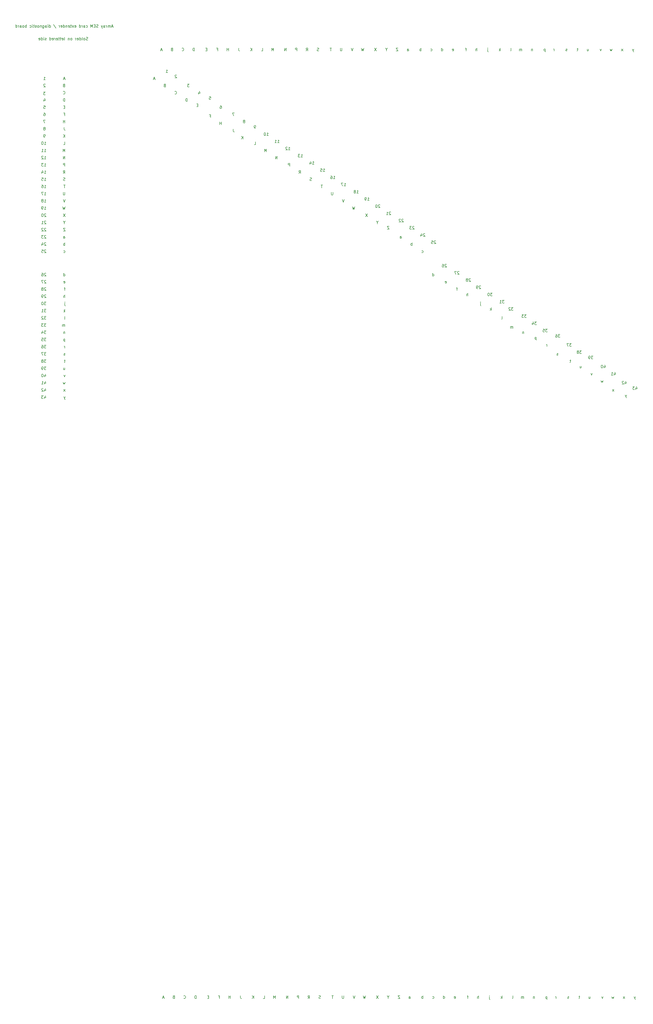
<source format=gbr>
%TF.GenerationSoftware,KiCad,Pcbnew,7.0.1*%
%TF.CreationDate,2024-03-03T21:16:02-05:00*%
%TF.ProjectId,SEM card breakout,53454d20-6361-4726-9420-627265616b6f,rev?*%
%TF.SameCoordinates,Original*%
%TF.FileFunction,Legend,Bot*%
%TF.FilePolarity,Positive*%
%FSLAX46Y46*%
G04 Gerber Fmt 4.6, Leading zero omitted, Abs format (unit mm)*
G04 Created by KiCad (PCBNEW 7.0.1) date 2024-03-03 21:16:02*
%MOMM*%
%LPD*%
G01*
G04 APERTURE LIST*
%ADD10C,0.150000*%
G04 APERTURE END LIST*
D10*
X118228095Y-39247619D02*
X118799523Y-39247619D01*
X118513809Y-39247619D02*
X118513809Y-38247619D01*
X118513809Y-38247619D02*
X118609047Y-38390476D01*
X118609047Y-38390476D02*
X118704285Y-38485714D01*
X118704285Y-38485714D02*
X118799523Y-38533333D01*
X117847142Y-38342857D02*
X117799523Y-38295238D01*
X117799523Y-38295238D02*
X117704285Y-38247619D01*
X117704285Y-38247619D02*
X117466190Y-38247619D01*
X117466190Y-38247619D02*
X117370952Y-38295238D01*
X117370952Y-38295238D02*
X117323333Y-38342857D01*
X117323333Y-38342857D02*
X117275714Y-38438095D01*
X117275714Y-38438095D02*
X117275714Y-38533333D01*
X117275714Y-38533333D02*
X117323333Y-38676190D01*
X117323333Y-38676190D02*
X117894761Y-39247619D01*
X117894761Y-39247619D02*
X117275714Y-39247619D01*
X31963333Y-26182619D02*
X32153809Y-26182619D01*
X32153809Y-26182619D02*
X32249047Y-26230238D01*
X32249047Y-26230238D02*
X32296666Y-26277857D01*
X32296666Y-26277857D02*
X32391904Y-26420714D01*
X32391904Y-26420714D02*
X32439523Y-26611190D01*
X32439523Y-26611190D02*
X32439523Y-26992142D01*
X32439523Y-26992142D02*
X32391904Y-27087380D01*
X32391904Y-27087380D02*
X32344285Y-27135000D01*
X32344285Y-27135000D02*
X32249047Y-27182619D01*
X32249047Y-27182619D02*
X32058571Y-27182619D01*
X32058571Y-27182619D02*
X31963333Y-27135000D01*
X31963333Y-27135000D02*
X31915714Y-27087380D01*
X31915714Y-27087380D02*
X31868095Y-26992142D01*
X31868095Y-26992142D02*
X31868095Y-26754047D01*
X31868095Y-26754047D02*
X31915714Y-26658809D01*
X31915714Y-26658809D02*
X31963333Y-26611190D01*
X31963333Y-26611190D02*
X32058571Y-26563571D01*
X32058571Y-26563571D02*
X32249047Y-26563571D01*
X32249047Y-26563571D02*
X32344285Y-26611190D01*
X32344285Y-26611190D02*
X32391904Y-26658809D01*
X32391904Y-26658809D02*
X32439523Y-26754047D01*
X229337142Y-337665952D02*
X229099047Y-338332619D01*
X229099047Y-338332619D02*
X228860952Y-337665952D01*
X220494761Y-3655952D02*
X220113809Y-3655952D01*
X220351904Y-3322619D02*
X220351904Y-4179761D01*
X220351904Y-4179761D02*
X220304285Y-4275000D01*
X220304285Y-4275000D02*
X220209047Y-4322619D01*
X220209047Y-4322619D02*
X220113809Y-4322619D01*
X165741904Y-338332619D02*
X165741904Y-337332619D01*
X165741904Y-337713571D02*
X165646666Y-337665952D01*
X165646666Y-337665952D02*
X165456190Y-337665952D01*
X165456190Y-337665952D02*
X165360952Y-337713571D01*
X165360952Y-337713571D02*
X165313333Y-337761190D01*
X165313333Y-337761190D02*
X165265714Y-337856428D01*
X165265714Y-337856428D02*
X165265714Y-338142142D01*
X165265714Y-338142142D02*
X165313333Y-338237380D01*
X165313333Y-338237380D02*
X165360952Y-338285000D01*
X165360952Y-338285000D02*
X165456190Y-338332619D01*
X165456190Y-338332619D02*
X165646666Y-338332619D01*
X165646666Y-338332619D02*
X165741904Y-338285000D01*
X178489523Y-82157857D02*
X178441904Y-82110238D01*
X178441904Y-82110238D02*
X178346666Y-82062619D01*
X178346666Y-82062619D02*
X178108571Y-82062619D01*
X178108571Y-82062619D02*
X178013333Y-82110238D01*
X178013333Y-82110238D02*
X177965714Y-82157857D01*
X177965714Y-82157857D02*
X177918095Y-82253095D01*
X177918095Y-82253095D02*
X177918095Y-82348333D01*
X177918095Y-82348333D02*
X177965714Y-82491190D01*
X177965714Y-82491190D02*
X178537142Y-83062619D01*
X178537142Y-83062619D02*
X177918095Y-83062619D01*
X177584761Y-82062619D02*
X176918095Y-82062619D01*
X176918095Y-82062619D02*
X177346666Y-83062619D01*
X32677855Y-69457857D02*
X32630236Y-69410238D01*
X32630236Y-69410238D02*
X32534998Y-69362619D01*
X32534998Y-69362619D02*
X32296903Y-69362619D01*
X32296903Y-69362619D02*
X32201665Y-69410238D01*
X32201665Y-69410238D02*
X32154046Y-69457857D01*
X32154046Y-69457857D02*
X32106427Y-69553095D01*
X32106427Y-69553095D02*
X32106427Y-69648333D01*
X32106427Y-69648333D02*
X32154046Y-69791190D01*
X32154046Y-69791190D02*
X32725474Y-70362619D01*
X32725474Y-70362619D02*
X32106427Y-70362619D01*
X31773093Y-69362619D02*
X31154046Y-69362619D01*
X31154046Y-69362619D02*
X31487379Y-69743571D01*
X31487379Y-69743571D02*
X31344522Y-69743571D01*
X31344522Y-69743571D02*
X31249284Y-69791190D01*
X31249284Y-69791190D02*
X31201665Y-69838809D01*
X31201665Y-69838809D02*
X31154046Y-69934047D01*
X31154046Y-69934047D02*
X31154046Y-70172142D01*
X31154046Y-70172142D02*
X31201665Y-70267380D01*
X31201665Y-70267380D02*
X31249284Y-70315000D01*
X31249284Y-70315000D02*
X31344522Y-70362619D01*
X31344522Y-70362619D02*
X31630236Y-70362619D01*
X31630236Y-70362619D02*
X31725474Y-70315000D01*
X31725474Y-70315000D02*
X31773093Y-70267380D01*
X172298333Y-4322619D02*
X172298333Y-3322619D01*
X172298333Y-4275000D02*
X172393571Y-4322619D01*
X172393571Y-4322619D02*
X172584047Y-4322619D01*
X172584047Y-4322619D02*
X172679285Y-4275000D01*
X172679285Y-4275000D02*
X172726904Y-4227380D01*
X172726904Y-4227380D02*
X172774523Y-4132142D01*
X172774523Y-4132142D02*
X172774523Y-3846428D01*
X172774523Y-3846428D02*
X172726904Y-3751190D01*
X172726904Y-3751190D02*
X172679285Y-3703571D01*
X172679285Y-3703571D02*
X172584047Y-3655952D01*
X172584047Y-3655952D02*
X172393571Y-3655952D01*
X172393571Y-3655952D02*
X172298333Y-3703571D01*
X237592142Y-125575952D02*
X237354047Y-126242619D01*
X237115952Y-125575952D02*
X237354047Y-126242619D01*
X237354047Y-126242619D02*
X237449285Y-126480714D01*
X237449285Y-126480714D02*
X237496904Y-126528333D01*
X237496904Y-126528333D02*
X237592142Y-126575952D01*
X32344285Y-34802619D02*
X32153809Y-34802619D01*
X32153809Y-34802619D02*
X32058571Y-34755000D01*
X32058571Y-34755000D02*
X32010952Y-34707380D01*
X32010952Y-34707380D02*
X31915714Y-34564523D01*
X31915714Y-34564523D02*
X31868095Y-34374047D01*
X31868095Y-34374047D02*
X31868095Y-33993095D01*
X31868095Y-33993095D02*
X31915714Y-33897857D01*
X31915714Y-33897857D02*
X31963333Y-33850238D01*
X31963333Y-33850238D02*
X32058571Y-33802619D01*
X32058571Y-33802619D02*
X32249047Y-33802619D01*
X32249047Y-33802619D02*
X32344285Y-33850238D01*
X32344285Y-33850238D02*
X32391904Y-33897857D01*
X32391904Y-33897857D02*
X32439523Y-33993095D01*
X32439523Y-33993095D02*
X32439523Y-34231190D01*
X32439523Y-34231190D02*
X32391904Y-34326428D01*
X32391904Y-34326428D02*
X32344285Y-34374047D01*
X32344285Y-34374047D02*
X32249047Y-34421666D01*
X32249047Y-34421666D02*
X32058571Y-34421666D01*
X32058571Y-34421666D02*
X31963333Y-34374047D01*
X31963333Y-34374047D02*
X31915714Y-34326428D01*
X31915714Y-34326428D02*
X31868095Y-34231190D01*
X165106904Y-4322619D02*
X165106904Y-3322619D01*
X165106904Y-3703571D02*
X165011666Y-3655952D01*
X165011666Y-3655952D02*
X164821190Y-3655952D01*
X164821190Y-3655952D02*
X164725952Y-3703571D01*
X164725952Y-3703571D02*
X164678333Y-3751190D01*
X164678333Y-3751190D02*
X164630714Y-3846428D01*
X164630714Y-3846428D02*
X164630714Y-4132142D01*
X164630714Y-4132142D02*
X164678333Y-4227380D01*
X164678333Y-4227380D02*
X164725952Y-4275000D01*
X164725952Y-4275000D02*
X164821190Y-4322619D01*
X164821190Y-4322619D02*
X165011666Y-4322619D01*
X165011666Y-4322619D02*
X165106904Y-4275000D01*
X212731904Y-338332619D02*
X212731904Y-337665952D01*
X212731904Y-337856428D02*
X212684285Y-337761190D01*
X212684285Y-337761190D02*
X212636666Y-337713571D01*
X212636666Y-337713571D02*
X212541428Y-337665952D01*
X212541428Y-337665952D02*
X212446190Y-337665952D01*
X145517142Y-337332619D02*
X145279047Y-338332619D01*
X145279047Y-338332619D02*
X145088571Y-337618333D01*
X145088571Y-337618333D02*
X144898095Y-338332619D01*
X144898095Y-338332619D02*
X144660000Y-337332619D01*
X38900714Y-37342619D02*
X39376904Y-37342619D01*
X39376904Y-37342619D02*
X39376904Y-36342619D01*
X152851428Y-3846428D02*
X152851428Y-4322619D01*
X153184761Y-3322619D02*
X152851428Y-3846428D01*
X152851428Y-3846428D02*
X152518095Y-3322619D01*
X89541904Y-3798809D02*
X89208571Y-3798809D01*
X89065714Y-4322619D02*
X89541904Y-4322619D01*
X89541904Y-4322619D02*
X89541904Y-3322619D01*
X89541904Y-3322619D02*
X89065714Y-3322619D01*
X39043571Y-16498809D02*
X38900714Y-16546428D01*
X38900714Y-16546428D02*
X38853095Y-16594047D01*
X38853095Y-16594047D02*
X38805476Y-16689285D01*
X38805476Y-16689285D02*
X38805476Y-16832142D01*
X38805476Y-16832142D02*
X38853095Y-16927380D01*
X38853095Y-16927380D02*
X38900714Y-16975000D01*
X38900714Y-16975000D02*
X38995952Y-17022619D01*
X38995952Y-17022619D02*
X39376904Y-17022619D01*
X39376904Y-17022619D02*
X39376904Y-16022619D01*
X39376904Y-16022619D02*
X39043571Y-16022619D01*
X39043571Y-16022619D02*
X38948333Y-16070238D01*
X38948333Y-16070238D02*
X38900714Y-16117857D01*
X38900714Y-16117857D02*
X38853095Y-16213095D01*
X38853095Y-16213095D02*
X38853095Y-16308333D01*
X38853095Y-16308333D02*
X38900714Y-16403571D01*
X38900714Y-16403571D02*
X38948333Y-16451190D01*
X38948333Y-16451190D02*
X39043571Y-16498809D01*
X39043571Y-16498809D02*
X39376904Y-16498809D01*
X75048095Y-11942619D02*
X75619523Y-11942619D01*
X75333809Y-11942619D02*
X75333809Y-10942619D01*
X75333809Y-10942619D02*
X75429047Y-11085476D01*
X75429047Y-11085476D02*
X75524285Y-11180714D01*
X75524285Y-11180714D02*
X75619523Y-11228333D01*
X158804523Y-63742857D02*
X158756904Y-63695238D01*
X158756904Y-63695238D02*
X158661666Y-63647619D01*
X158661666Y-63647619D02*
X158423571Y-63647619D01*
X158423571Y-63647619D02*
X158328333Y-63695238D01*
X158328333Y-63695238D02*
X158280714Y-63742857D01*
X158280714Y-63742857D02*
X158233095Y-63838095D01*
X158233095Y-63838095D02*
X158233095Y-63933333D01*
X158233095Y-63933333D02*
X158280714Y-64076190D01*
X158280714Y-64076190D02*
X158852142Y-64647619D01*
X158852142Y-64647619D02*
X158233095Y-64647619D01*
X157852142Y-63742857D02*
X157804523Y-63695238D01*
X157804523Y-63695238D02*
X157709285Y-63647619D01*
X157709285Y-63647619D02*
X157471190Y-63647619D01*
X157471190Y-63647619D02*
X157375952Y-63695238D01*
X157375952Y-63695238D02*
X157328333Y-63742857D01*
X157328333Y-63742857D02*
X157280714Y-63838095D01*
X157280714Y-63838095D02*
X157280714Y-63933333D01*
X157280714Y-63933333D02*
X157328333Y-64076190D01*
X157328333Y-64076190D02*
X157899761Y-64647619D01*
X157899761Y-64647619D02*
X157280714Y-64647619D01*
X109385714Y-338332619D02*
X109861904Y-338332619D01*
X109861904Y-338332619D02*
X109861904Y-337332619D01*
X202270474Y-97302619D02*
X201651427Y-97302619D01*
X201651427Y-97302619D02*
X201984760Y-97683571D01*
X201984760Y-97683571D02*
X201841903Y-97683571D01*
X201841903Y-97683571D02*
X201746665Y-97731190D01*
X201746665Y-97731190D02*
X201699046Y-97778809D01*
X201699046Y-97778809D02*
X201651427Y-97874047D01*
X201651427Y-97874047D02*
X201651427Y-98112142D01*
X201651427Y-98112142D02*
X201699046Y-98207380D01*
X201699046Y-98207380D02*
X201746665Y-98255000D01*
X201746665Y-98255000D02*
X201841903Y-98302619D01*
X201841903Y-98302619D02*
X202127617Y-98302619D01*
X202127617Y-98302619D02*
X202222855Y-98255000D01*
X202222855Y-98255000D02*
X202270474Y-98207380D01*
X201318093Y-97302619D02*
X200699046Y-97302619D01*
X200699046Y-97302619D02*
X201032379Y-97683571D01*
X201032379Y-97683571D02*
X200889522Y-97683571D01*
X200889522Y-97683571D02*
X200794284Y-97731190D01*
X200794284Y-97731190D02*
X200746665Y-97778809D01*
X200746665Y-97778809D02*
X200699046Y-97874047D01*
X200699046Y-97874047D02*
X200699046Y-98112142D01*
X200699046Y-98112142D02*
X200746665Y-98207380D01*
X200746665Y-98207380D02*
X200794284Y-98255000D01*
X200794284Y-98255000D02*
X200889522Y-98302619D01*
X200889522Y-98302619D02*
X201175236Y-98302619D01*
X201175236Y-98302619D02*
X201270474Y-98255000D01*
X201270474Y-98255000D02*
X201318093Y-98207380D01*
X157582142Y-337332619D02*
X156915476Y-337332619D01*
X156915476Y-337332619D02*
X157582142Y-338332619D01*
X157582142Y-338332619D02*
X156915476Y-338332619D01*
X137801904Y-337332619D02*
X137801904Y-338142142D01*
X137801904Y-338142142D02*
X137754285Y-338237380D01*
X137754285Y-338237380D02*
X137706666Y-338285000D01*
X137706666Y-338285000D02*
X137611428Y-338332619D01*
X137611428Y-338332619D02*
X137420952Y-338332619D01*
X137420952Y-338332619D02*
X137325714Y-338285000D01*
X137325714Y-338285000D02*
X137278095Y-338237380D01*
X137278095Y-338237380D02*
X137230476Y-338142142D01*
X137230476Y-338142142D02*
X137230476Y-337332619D01*
X166424523Y-68822857D02*
X166376904Y-68775238D01*
X166376904Y-68775238D02*
X166281666Y-68727619D01*
X166281666Y-68727619D02*
X166043571Y-68727619D01*
X166043571Y-68727619D02*
X165948333Y-68775238D01*
X165948333Y-68775238D02*
X165900714Y-68822857D01*
X165900714Y-68822857D02*
X165853095Y-68918095D01*
X165853095Y-68918095D02*
X165853095Y-69013333D01*
X165853095Y-69013333D02*
X165900714Y-69156190D01*
X165900714Y-69156190D02*
X166472142Y-69727619D01*
X166472142Y-69727619D02*
X165853095Y-69727619D01*
X164995952Y-69060952D02*
X164995952Y-69727619D01*
X165234047Y-68680000D02*
X165472142Y-69394285D01*
X165472142Y-69394285D02*
X164853095Y-69394285D01*
X240878333Y-123035952D02*
X240878333Y-123702619D01*
X241116428Y-122655000D02*
X241354523Y-123369285D01*
X241354523Y-123369285D02*
X240735476Y-123369285D01*
X240449761Y-122702619D02*
X239830714Y-122702619D01*
X239830714Y-122702619D02*
X240164047Y-123083571D01*
X240164047Y-123083571D02*
X240021190Y-123083571D01*
X240021190Y-123083571D02*
X239925952Y-123131190D01*
X239925952Y-123131190D02*
X239878333Y-123178809D01*
X239878333Y-123178809D02*
X239830714Y-123274047D01*
X239830714Y-123274047D02*
X239830714Y-123512142D01*
X239830714Y-123512142D02*
X239878333Y-123607380D01*
X239878333Y-123607380D02*
X239925952Y-123655000D01*
X239925952Y-123655000D02*
X240021190Y-123702619D01*
X240021190Y-123702619D02*
X240306904Y-123702619D01*
X240306904Y-123702619D02*
X240402142Y-123655000D01*
X240402142Y-123655000D02*
X240449761Y-123607380D01*
X186061904Y-93190952D02*
X186061904Y-94048095D01*
X186061904Y-94048095D02*
X186109523Y-94143333D01*
X186109523Y-94143333D02*
X186204761Y-94190952D01*
X186204761Y-94190952D02*
X186252380Y-94190952D01*
X186061904Y-92857619D02*
X186109523Y-92905238D01*
X186109523Y-92905238D02*
X186061904Y-92952857D01*
X186061904Y-92952857D02*
X186014285Y-92905238D01*
X186014285Y-92905238D02*
X186061904Y-92857619D01*
X186061904Y-92857619D02*
X186061904Y-92952857D01*
X106639285Y-31627619D02*
X106448809Y-31627619D01*
X106448809Y-31627619D02*
X106353571Y-31580000D01*
X106353571Y-31580000D02*
X106305952Y-31532380D01*
X106305952Y-31532380D02*
X106210714Y-31389523D01*
X106210714Y-31389523D02*
X106163095Y-31199047D01*
X106163095Y-31199047D02*
X106163095Y-30818095D01*
X106163095Y-30818095D02*
X106210714Y-30722857D01*
X106210714Y-30722857D02*
X106258333Y-30675238D01*
X106258333Y-30675238D02*
X106353571Y-30627619D01*
X106353571Y-30627619D02*
X106544047Y-30627619D01*
X106544047Y-30627619D02*
X106639285Y-30675238D01*
X106639285Y-30675238D02*
X106686904Y-30722857D01*
X106686904Y-30722857D02*
X106734523Y-30818095D01*
X106734523Y-30818095D02*
X106734523Y-31056190D01*
X106734523Y-31056190D02*
X106686904Y-31151428D01*
X106686904Y-31151428D02*
X106639285Y-31199047D01*
X106639285Y-31199047D02*
X106544047Y-31246666D01*
X106544047Y-31246666D02*
X106353571Y-31246666D01*
X106353571Y-31246666D02*
X106258333Y-31199047D01*
X106258333Y-31199047D02*
X106210714Y-31151428D01*
X106210714Y-31151428D02*
X106163095Y-31056190D01*
X97161904Y-4322619D02*
X97161904Y-3322619D01*
X97161904Y-3798809D02*
X96590476Y-3798809D01*
X96590476Y-4322619D02*
X96590476Y-3322619D01*
X39519761Y-113510952D02*
X39138809Y-113510952D01*
X39376904Y-113177619D02*
X39376904Y-114034761D01*
X39376904Y-114034761D02*
X39329285Y-114130000D01*
X39329285Y-114130000D02*
X39234047Y-114177619D01*
X39234047Y-114177619D02*
X39138809Y-114177619D01*
X218145474Y-107462619D02*
X217526427Y-107462619D01*
X217526427Y-107462619D02*
X217859760Y-107843571D01*
X217859760Y-107843571D02*
X217716903Y-107843571D01*
X217716903Y-107843571D02*
X217621665Y-107891190D01*
X217621665Y-107891190D02*
X217574046Y-107938809D01*
X217574046Y-107938809D02*
X217526427Y-108034047D01*
X217526427Y-108034047D02*
X217526427Y-108272142D01*
X217526427Y-108272142D02*
X217574046Y-108367380D01*
X217574046Y-108367380D02*
X217621665Y-108415000D01*
X217621665Y-108415000D02*
X217716903Y-108462619D01*
X217716903Y-108462619D02*
X218002617Y-108462619D01*
X218002617Y-108462619D02*
X218097855Y-108415000D01*
X218097855Y-108415000D02*
X218145474Y-108367380D01*
X217193093Y-107462619D02*
X216526427Y-107462619D01*
X216526427Y-107462619D02*
X216954998Y-108462619D01*
X32106427Y-52582619D02*
X32677855Y-52582619D01*
X32392141Y-52582619D02*
X32392141Y-51582619D01*
X32392141Y-51582619D02*
X32487379Y-51725476D01*
X32487379Y-51725476D02*
X32582617Y-51820714D01*
X32582617Y-51820714D02*
X32677855Y-51868333D01*
X31249284Y-51582619D02*
X31439760Y-51582619D01*
X31439760Y-51582619D02*
X31534998Y-51630238D01*
X31534998Y-51630238D02*
X31582617Y-51677857D01*
X31582617Y-51677857D02*
X31677855Y-51820714D01*
X31677855Y-51820714D02*
X31725474Y-52011190D01*
X31725474Y-52011190D02*
X31725474Y-52392142D01*
X31725474Y-52392142D02*
X31677855Y-52487380D01*
X31677855Y-52487380D02*
X31630236Y-52535000D01*
X31630236Y-52535000D02*
X31534998Y-52582619D01*
X31534998Y-52582619D02*
X31344522Y-52582619D01*
X31344522Y-52582619D02*
X31249284Y-52535000D01*
X31249284Y-52535000D02*
X31201665Y-52487380D01*
X31201665Y-52487380D02*
X31154046Y-52392142D01*
X31154046Y-52392142D02*
X31154046Y-52154047D01*
X31154046Y-52154047D02*
X31201665Y-52058809D01*
X31201665Y-52058809D02*
X31249284Y-52011190D01*
X31249284Y-52011190D02*
X31344522Y-51963571D01*
X31344522Y-51963571D02*
X31534998Y-51963571D01*
X31534998Y-51963571D02*
X31630236Y-52011190D01*
X31630236Y-52011190D02*
X31677855Y-52058809D01*
X31677855Y-52058809D02*
X31725474Y-52154047D01*
X32725474Y-95397619D02*
X32106427Y-95397619D01*
X32106427Y-95397619D02*
X32439760Y-95778571D01*
X32439760Y-95778571D02*
X32296903Y-95778571D01*
X32296903Y-95778571D02*
X32201665Y-95826190D01*
X32201665Y-95826190D02*
X32154046Y-95873809D01*
X32154046Y-95873809D02*
X32106427Y-95969047D01*
X32106427Y-95969047D02*
X32106427Y-96207142D01*
X32106427Y-96207142D02*
X32154046Y-96302380D01*
X32154046Y-96302380D02*
X32201665Y-96350000D01*
X32201665Y-96350000D02*
X32296903Y-96397619D01*
X32296903Y-96397619D02*
X32582617Y-96397619D01*
X32582617Y-96397619D02*
X32677855Y-96350000D01*
X32677855Y-96350000D02*
X32725474Y-96302380D01*
X31154046Y-96397619D02*
X31725474Y-96397619D01*
X31439760Y-96397619D02*
X31439760Y-95397619D01*
X31439760Y-95397619D02*
X31534998Y-95540476D01*
X31534998Y-95540476D02*
X31630236Y-95635714D01*
X31630236Y-95635714D02*
X31725474Y-95683333D01*
X236957142Y-338332619D02*
X236433333Y-337665952D01*
X236957142Y-337665952D02*
X236433333Y-338332619D01*
X124530476Y-4322619D02*
X124863809Y-3846428D01*
X125101904Y-4322619D02*
X125101904Y-3322619D01*
X125101904Y-3322619D02*
X124720952Y-3322619D01*
X124720952Y-3322619D02*
X124625714Y-3370238D01*
X124625714Y-3370238D02*
X124578095Y-3417857D01*
X124578095Y-3417857D02*
X124530476Y-3513095D01*
X124530476Y-3513095D02*
X124530476Y-3655952D01*
X124530476Y-3655952D02*
X124578095Y-3751190D01*
X124578095Y-3751190D02*
X124625714Y-3798809D01*
X124625714Y-3798809D02*
X124720952Y-3846428D01*
X124720952Y-3846428D02*
X125101904Y-3846428D01*
X32725474Y-110637619D02*
X32106427Y-110637619D01*
X32106427Y-110637619D02*
X32439760Y-111018571D01*
X32439760Y-111018571D02*
X32296903Y-111018571D01*
X32296903Y-111018571D02*
X32201665Y-111066190D01*
X32201665Y-111066190D02*
X32154046Y-111113809D01*
X32154046Y-111113809D02*
X32106427Y-111209047D01*
X32106427Y-111209047D02*
X32106427Y-111447142D01*
X32106427Y-111447142D02*
X32154046Y-111542380D01*
X32154046Y-111542380D02*
X32201665Y-111590000D01*
X32201665Y-111590000D02*
X32296903Y-111637619D01*
X32296903Y-111637619D02*
X32582617Y-111637619D01*
X32582617Y-111637619D02*
X32677855Y-111590000D01*
X32677855Y-111590000D02*
X32725474Y-111542380D01*
X31773093Y-110637619D02*
X31106427Y-110637619D01*
X31106427Y-110637619D02*
X31534998Y-111637619D01*
X39376904Y-54122619D02*
X39376904Y-54932142D01*
X39376904Y-54932142D02*
X39329285Y-55027380D01*
X39329285Y-55027380D02*
X39281666Y-55075000D01*
X39281666Y-55075000D02*
X39186428Y-55122619D01*
X39186428Y-55122619D02*
X38995952Y-55122619D01*
X38995952Y-55122619D02*
X38900714Y-55075000D01*
X38900714Y-55075000D02*
X38853095Y-55027380D01*
X38853095Y-55027380D02*
X38805476Y-54932142D01*
X38805476Y-54932142D02*
X38805476Y-54122619D01*
X32106427Y-55122619D02*
X32677855Y-55122619D01*
X32392141Y-55122619D02*
X32392141Y-54122619D01*
X32392141Y-54122619D02*
X32487379Y-54265476D01*
X32487379Y-54265476D02*
X32582617Y-54360714D01*
X32582617Y-54360714D02*
X32677855Y-54408333D01*
X31773093Y-54122619D02*
X31106427Y-54122619D01*
X31106427Y-54122619D02*
X31534998Y-55122619D01*
X193539047Y-98937619D02*
X193634285Y-98890000D01*
X193634285Y-98890000D02*
X193681904Y-98794761D01*
X193681904Y-98794761D02*
X193681904Y-97937619D01*
X32677855Y-82792857D02*
X32630236Y-82745238D01*
X32630236Y-82745238D02*
X32534998Y-82697619D01*
X32534998Y-82697619D02*
X32296903Y-82697619D01*
X32296903Y-82697619D02*
X32201665Y-82745238D01*
X32201665Y-82745238D02*
X32154046Y-82792857D01*
X32154046Y-82792857D02*
X32106427Y-82888095D01*
X32106427Y-82888095D02*
X32106427Y-82983333D01*
X32106427Y-82983333D02*
X32154046Y-83126190D01*
X32154046Y-83126190D02*
X32725474Y-83697619D01*
X32725474Y-83697619D02*
X32106427Y-83697619D01*
X31249284Y-82697619D02*
X31439760Y-82697619D01*
X31439760Y-82697619D02*
X31534998Y-82745238D01*
X31534998Y-82745238D02*
X31582617Y-82792857D01*
X31582617Y-82792857D02*
X31677855Y-82935714D01*
X31677855Y-82935714D02*
X31725474Y-83126190D01*
X31725474Y-83126190D02*
X31725474Y-83507142D01*
X31725474Y-83507142D02*
X31677855Y-83602380D01*
X31677855Y-83602380D02*
X31630236Y-83650000D01*
X31630236Y-83650000D02*
X31534998Y-83697619D01*
X31534998Y-83697619D02*
X31344522Y-83697619D01*
X31344522Y-83697619D02*
X31249284Y-83650000D01*
X31249284Y-83650000D02*
X31201665Y-83602380D01*
X31201665Y-83602380D02*
X31154046Y-83507142D01*
X31154046Y-83507142D02*
X31154046Y-83269047D01*
X31154046Y-83269047D02*
X31201665Y-83173809D01*
X31201665Y-83173809D02*
X31249284Y-83126190D01*
X31249284Y-83126190D02*
X31344522Y-83078571D01*
X31344522Y-83078571D02*
X31534998Y-83078571D01*
X31534998Y-83078571D02*
X31630236Y-83126190D01*
X31630236Y-83126190D02*
X31677855Y-83173809D01*
X31677855Y-83173809D02*
X31725474Y-83269047D01*
X32106427Y-47502619D02*
X32677855Y-47502619D01*
X32392141Y-47502619D02*
X32392141Y-46502619D01*
X32392141Y-46502619D02*
X32487379Y-46645476D01*
X32487379Y-46645476D02*
X32582617Y-46740714D01*
X32582617Y-46740714D02*
X32677855Y-46788333D01*
X31249284Y-46835952D02*
X31249284Y-47502619D01*
X31487379Y-46455000D02*
X31725474Y-47169285D01*
X31725474Y-47169285D02*
X31106427Y-47169285D01*
X126721427Y-44327619D02*
X127292855Y-44327619D01*
X127007141Y-44327619D02*
X127007141Y-43327619D01*
X127007141Y-43327619D02*
X127102379Y-43470476D01*
X127102379Y-43470476D02*
X127197617Y-43565714D01*
X127197617Y-43565714D02*
X127292855Y-43613333D01*
X125864284Y-43660952D02*
X125864284Y-44327619D01*
X126102379Y-43280000D02*
X126340474Y-43994285D01*
X126340474Y-43994285D02*
X125721427Y-43994285D01*
X174044523Y-79617857D02*
X173996904Y-79570238D01*
X173996904Y-79570238D02*
X173901666Y-79522619D01*
X173901666Y-79522619D02*
X173663571Y-79522619D01*
X173663571Y-79522619D02*
X173568333Y-79570238D01*
X173568333Y-79570238D02*
X173520714Y-79617857D01*
X173520714Y-79617857D02*
X173473095Y-79713095D01*
X173473095Y-79713095D02*
X173473095Y-79808333D01*
X173473095Y-79808333D02*
X173520714Y-79951190D01*
X173520714Y-79951190D02*
X174092142Y-80522619D01*
X174092142Y-80522619D02*
X173473095Y-80522619D01*
X172615952Y-79522619D02*
X172806428Y-79522619D01*
X172806428Y-79522619D02*
X172901666Y-79570238D01*
X172901666Y-79570238D02*
X172949285Y-79617857D01*
X172949285Y-79617857D02*
X173044523Y-79760714D01*
X173044523Y-79760714D02*
X173092142Y-79951190D01*
X173092142Y-79951190D02*
X173092142Y-80332142D01*
X173092142Y-80332142D02*
X173044523Y-80427380D01*
X173044523Y-80427380D02*
X172996904Y-80475000D01*
X172996904Y-80475000D02*
X172901666Y-80522619D01*
X172901666Y-80522619D02*
X172711190Y-80522619D01*
X172711190Y-80522619D02*
X172615952Y-80475000D01*
X172615952Y-80475000D02*
X172568333Y-80427380D01*
X172568333Y-80427380D02*
X172520714Y-80332142D01*
X172520714Y-80332142D02*
X172520714Y-80094047D01*
X172520714Y-80094047D02*
X172568333Y-79998809D01*
X172568333Y-79998809D02*
X172615952Y-79951190D01*
X172615952Y-79951190D02*
X172711190Y-79903571D01*
X172711190Y-79903571D02*
X172901666Y-79903571D01*
X172901666Y-79903571D02*
X172996904Y-79951190D01*
X172996904Y-79951190D02*
X173044523Y-79998809D01*
X173044523Y-79998809D02*
X173092142Y-80094047D01*
X141707142Y-59202619D02*
X141469047Y-60202619D01*
X141469047Y-60202619D02*
X141278571Y-59488333D01*
X141278571Y-59488333D02*
X141088095Y-60202619D01*
X141088095Y-60202619D02*
X140850000Y-59202619D01*
X39376904Y-24118809D02*
X39043571Y-24118809D01*
X38900714Y-24642619D02*
X39376904Y-24642619D01*
X39376904Y-24642619D02*
X39376904Y-23642619D01*
X39376904Y-23642619D02*
X38900714Y-23642619D01*
X201301904Y-338332619D02*
X201301904Y-337665952D01*
X201301904Y-337761190D02*
X201254285Y-337713571D01*
X201254285Y-337713571D02*
X201159047Y-337665952D01*
X201159047Y-337665952D02*
X201016190Y-337665952D01*
X201016190Y-337665952D02*
X200920952Y-337713571D01*
X200920952Y-337713571D02*
X200873333Y-337808809D01*
X200873333Y-337808809D02*
X200873333Y-338332619D01*
X200873333Y-337808809D02*
X200825714Y-337713571D01*
X200825714Y-337713571D02*
X200730476Y-337665952D01*
X200730476Y-337665952D02*
X200587619Y-337665952D01*
X200587619Y-337665952D02*
X200492380Y-337713571D01*
X200492380Y-337713571D02*
X200444761Y-337808809D01*
X200444761Y-337808809D02*
X200444761Y-338332619D01*
X176155952Y-4275000D02*
X176251190Y-4322619D01*
X176251190Y-4322619D02*
X176441666Y-4322619D01*
X176441666Y-4322619D02*
X176536904Y-4275000D01*
X176536904Y-4275000D02*
X176584523Y-4179761D01*
X176584523Y-4179761D02*
X176584523Y-3798809D01*
X176584523Y-3798809D02*
X176536904Y-3703571D01*
X176536904Y-3703571D02*
X176441666Y-3655952D01*
X176441666Y-3655952D02*
X176251190Y-3655952D01*
X176251190Y-3655952D02*
X176155952Y-3703571D01*
X176155952Y-3703571D02*
X176108333Y-3798809D01*
X176108333Y-3798809D02*
X176108333Y-3894047D01*
X176108333Y-3894047D02*
X176584523Y-3989285D01*
X225527142Y-117955952D02*
X225289047Y-118622619D01*
X225289047Y-118622619D02*
X225050952Y-117955952D01*
X32725474Y-108097619D02*
X32106427Y-108097619D01*
X32106427Y-108097619D02*
X32439760Y-108478571D01*
X32439760Y-108478571D02*
X32296903Y-108478571D01*
X32296903Y-108478571D02*
X32201665Y-108526190D01*
X32201665Y-108526190D02*
X32154046Y-108573809D01*
X32154046Y-108573809D02*
X32106427Y-108669047D01*
X32106427Y-108669047D02*
X32106427Y-108907142D01*
X32106427Y-108907142D02*
X32154046Y-109002380D01*
X32154046Y-109002380D02*
X32201665Y-109050000D01*
X32201665Y-109050000D02*
X32296903Y-109097619D01*
X32296903Y-109097619D02*
X32582617Y-109097619D01*
X32582617Y-109097619D02*
X32677855Y-109050000D01*
X32677855Y-109050000D02*
X32725474Y-109002380D01*
X31249284Y-108097619D02*
X31439760Y-108097619D01*
X31439760Y-108097619D02*
X31534998Y-108145238D01*
X31534998Y-108145238D02*
X31582617Y-108192857D01*
X31582617Y-108192857D02*
X31677855Y-108335714D01*
X31677855Y-108335714D02*
X31725474Y-108526190D01*
X31725474Y-108526190D02*
X31725474Y-108907142D01*
X31725474Y-108907142D02*
X31677855Y-109002380D01*
X31677855Y-109002380D02*
X31630236Y-109050000D01*
X31630236Y-109050000D02*
X31534998Y-109097619D01*
X31534998Y-109097619D02*
X31344522Y-109097619D01*
X31344522Y-109097619D02*
X31249284Y-109050000D01*
X31249284Y-109050000D02*
X31201665Y-109002380D01*
X31201665Y-109002380D02*
X31154046Y-108907142D01*
X31154046Y-108907142D02*
X31154046Y-108669047D01*
X31154046Y-108669047D02*
X31201665Y-108573809D01*
X31201665Y-108573809D02*
X31249284Y-108526190D01*
X31249284Y-108526190D02*
X31344522Y-108478571D01*
X31344522Y-108478571D02*
X31534998Y-108478571D01*
X31534998Y-108478571D02*
X31630236Y-108526190D01*
X31630236Y-108526190D02*
X31677855Y-108573809D01*
X31677855Y-108573809D02*
X31725474Y-108669047D01*
X32439523Y-16117857D02*
X32391904Y-16070238D01*
X32391904Y-16070238D02*
X32296666Y-16022619D01*
X32296666Y-16022619D02*
X32058571Y-16022619D01*
X32058571Y-16022619D02*
X31963333Y-16070238D01*
X31963333Y-16070238D02*
X31915714Y-16117857D01*
X31915714Y-16117857D02*
X31868095Y-16213095D01*
X31868095Y-16213095D02*
X31868095Y-16308333D01*
X31868095Y-16308333D02*
X31915714Y-16451190D01*
X31915714Y-16451190D02*
X32487142Y-17022619D01*
X32487142Y-17022619D02*
X31868095Y-17022619D01*
X208921904Y-3655952D02*
X208921904Y-4655952D01*
X208921904Y-3703571D02*
X208826666Y-3655952D01*
X208826666Y-3655952D02*
X208636190Y-3655952D01*
X208636190Y-3655952D02*
X208540952Y-3703571D01*
X208540952Y-3703571D02*
X208493333Y-3751190D01*
X208493333Y-3751190D02*
X208445714Y-3846428D01*
X208445714Y-3846428D02*
X208445714Y-4132142D01*
X208445714Y-4132142D02*
X208493333Y-4227380D01*
X208493333Y-4227380D02*
X208540952Y-4275000D01*
X208540952Y-4275000D02*
X208636190Y-4322619D01*
X208636190Y-4322619D02*
X208826666Y-4322619D01*
X208826666Y-4322619D02*
X208921904Y-4275000D01*
X194412142Y-92222619D02*
X193793095Y-92222619D01*
X193793095Y-92222619D02*
X194126428Y-92603571D01*
X194126428Y-92603571D02*
X193983571Y-92603571D01*
X193983571Y-92603571D02*
X193888333Y-92651190D01*
X193888333Y-92651190D02*
X193840714Y-92698809D01*
X193840714Y-92698809D02*
X193793095Y-92794047D01*
X193793095Y-92794047D02*
X193793095Y-93032142D01*
X193793095Y-93032142D02*
X193840714Y-93127380D01*
X193840714Y-93127380D02*
X193888333Y-93175000D01*
X193888333Y-93175000D02*
X193983571Y-93222619D01*
X193983571Y-93222619D02*
X194269285Y-93222619D01*
X194269285Y-93222619D02*
X194364523Y-93175000D01*
X194364523Y-93175000D02*
X194412142Y-93127380D01*
X192840714Y-93222619D02*
X193412142Y-93222619D01*
X193126428Y-93222619D02*
X193126428Y-92222619D01*
X193126428Y-92222619D02*
X193221666Y-92365476D01*
X193221666Y-92365476D02*
X193316904Y-92460714D01*
X193316904Y-92460714D02*
X193412142Y-92508333D01*
X168488333Y-4275000D02*
X168583571Y-4322619D01*
X168583571Y-4322619D02*
X168774047Y-4322619D01*
X168774047Y-4322619D02*
X168869285Y-4275000D01*
X168869285Y-4275000D02*
X168916904Y-4227380D01*
X168916904Y-4227380D02*
X168964523Y-4132142D01*
X168964523Y-4132142D02*
X168964523Y-3846428D01*
X168964523Y-3846428D02*
X168916904Y-3751190D01*
X168916904Y-3751190D02*
X168869285Y-3703571D01*
X168869285Y-3703571D02*
X168774047Y-3655952D01*
X168774047Y-3655952D02*
X168583571Y-3655952D01*
X168583571Y-3655952D02*
X168488333Y-3703571D01*
X114418095Y-36707619D02*
X114989523Y-36707619D01*
X114703809Y-36707619D02*
X114703809Y-35707619D01*
X114703809Y-35707619D02*
X114799047Y-35850476D01*
X114799047Y-35850476D02*
X114894285Y-35945714D01*
X114894285Y-35945714D02*
X114989523Y-35993333D01*
X113465714Y-36707619D02*
X114037142Y-36707619D01*
X113751428Y-36707619D02*
X113751428Y-35707619D01*
X113751428Y-35707619D02*
X113846666Y-35850476D01*
X113846666Y-35850476D02*
X113941904Y-35945714D01*
X113941904Y-35945714D02*
X114037142Y-35993333D01*
X39376904Y-91317619D02*
X39376904Y-90317619D01*
X38948333Y-91317619D02*
X38948333Y-90793809D01*
X38948333Y-90793809D02*
X38995952Y-90698571D01*
X38995952Y-90698571D02*
X39091190Y-90650952D01*
X39091190Y-90650952D02*
X39234047Y-90650952D01*
X39234047Y-90650952D02*
X39329285Y-90698571D01*
X39329285Y-90698571D02*
X39376904Y-90746190D01*
X78175476Y-19467380D02*
X78223095Y-19515000D01*
X78223095Y-19515000D02*
X78365952Y-19562619D01*
X78365952Y-19562619D02*
X78461190Y-19562619D01*
X78461190Y-19562619D02*
X78604047Y-19515000D01*
X78604047Y-19515000D02*
X78699285Y-19419761D01*
X78699285Y-19419761D02*
X78746904Y-19324523D01*
X78746904Y-19324523D02*
X78794523Y-19134047D01*
X78794523Y-19134047D02*
X78794523Y-18991190D01*
X78794523Y-18991190D02*
X78746904Y-18800714D01*
X78746904Y-18800714D02*
X78699285Y-18705476D01*
X78699285Y-18705476D02*
X78604047Y-18610238D01*
X78604047Y-18610238D02*
X78461190Y-18562619D01*
X78461190Y-18562619D02*
X78365952Y-18562619D01*
X78365952Y-18562619D02*
X78223095Y-18610238D01*
X78223095Y-18610238D02*
X78175476Y-18657857D01*
X189236904Y-337665952D02*
X189236904Y-338523095D01*
X189236904Y-338523095D02*
X189284523Y-338618333D01*
X189284523Y-338618333D02*
X189379761Y-338665952D01*
X189379761Y-338665952D02*
X189427380Y-338665952D01*
X189236904Y-337332619D02*
X189284523Y-337380238D01*
X189284523Y-337380238D02*
X189236904Y-337427857D01*
X189236904Y-337427857D02*
X189189285Y-337380238D01*
X189189285Y-337380238D02*
X189236904Y-337332619D01*
X189236904Y-337332619D02*
X189236904Y-337427857D01*
X113671904Y-338332619D02*
X113671904Y-337332619D01*
X113671904Y-337332619D02*
X113338571Y-338046904D01*
X113338571Y-338046904D02*
X113005238Y-337332619D01*
X113005238Y-337332619D02*
X113005238Y-338332619D01*
X32725474Y-113177619D02*
X32106427Y-113177619D01*
X32106427Y-113177619D02*
X32439760Y-113558571D01*
X32439760Y-113558571D02*
X32296903Y-113558571D01*
X32296903Y-113558571D02*
X32201665Y-113606190D01*
X32201665Y-113606190D02*
X32154046Y-113653809D01*
X32154046Y-113653809D02*
X32106427Y-113749047D01*
X32106427Y-113749047D02*
X32106427Y-113987142D01*
X32106427Y-113987142D02*
X32154046Y-114082380D01*
X32154046Y-114082380D02*
X32201665Y-114130000D01*
X32201665Y-114130000D02*
X32296903Y-114177619D01*
X32296903Y-114177619D02*
X32582617Y-114177619D01*
X32582617Y-114177619D02*
X32677855Y-114130000D01*
X32677855Y-114130000D02*
X32725474Y-114082380D01*
X31534998Y-113606190D02*
X31630236Y-113558571D01*
X31630236Y-113558571D02*
X31677855Y-113510952D01*
X31677855Y-113510952D02*
X31725474Y-113415714D01*
X31725474Y-113415714D02*
X31725474Y-113368095D01*
X31725474Y-113368095D02*
X31677855Y-113272857D01*
X31677855Y-113272857D02*
X31630236Y-113225238D01*
X31630236Y-113225238D02*
X31534998Y-113177619D01*
X31534998Y-113177619D02*
X31344522Y-113177619D01*
X31344522Y-113177619D02*
X31249284Y-113225238D01*
X31249284Y-113225238D02*
X31201665Y-113272857D01*
X31201665Y-113272857D02*
X31154046Y-113368095D01*
X31154046Y-113368095D02*
X31154046Y-113415714D01*
X31154046Y-113415714D02*
X31201665Y-113510952D01*
X31201665Y-113510952D02*
X31249284Y-113558571D01*
X31249284Y-113558571D02*
X31344522Y-113606190D01*
X31344522Y-113606190D02*
X31534998Y-113606190D01*
X31534998Y-113606190D02*
X31630236Y-113653809D01*
X31630236Y-113653809D02*
X31677855Y-113701428D01*
X31677855Y-113701428D02*
X31725474Y-113796666D01*
X31725474Y-113796666D02*
X31725474Y-113987142D01*
X31725474Y-113987142D02*
X31677855Y-114082380D01*
X31677855Y-114082380D02*
X31630236Y-114130000D01*
X31630236Y-114130000D02*
X31534998Y-114177619D01*
X31534998Y-114177619D02*
X31344522Y-114177619D01*
X31344522Y-114177619D02*
X31249284Y-114130000D01*
X31249284Y-114130000D02*
X31201665Y-114082380D01*
X31201665Y-114082380D02*
X31154046Y-113987142D01*
X31154046Y-113987142D02*
X31154046Y-113796666D01*
X31154046Y-113796666D02*
X31201665Y-113701428D01*
X31201665Y-113701428D02*
X31249284Y-113653809D01*
X31249284Y-113653809D02*
X31344522Y-113606190D01*
X113036904Y-4322619D02*
X113036904Y-3322619D01*
X113036904Y-3322619D02*
X112703571Y-4036904D01*
X112703571Y-4036904D02*
X112370238Y-3322619D01*
X112370238Y-3322619D02*
X112370238Y-4322619D01*
X32106427Y-39882619D02*
X32677855Y-39882619D01*
X32392141Y-39882619D02*
X32392141Y-38882619D01*
X32392141Y-38882619D02*
X32487379Y-39025476D01*
X32487379Y-39025476D02*
X32582617Y-39120714D01*
X32582617Y-39120714D02*
X32677855Y-39168333D01*
X31154046Y-39882619D02*
X31725474Y-39882619D01*
X31439760Y-39882619D02*
X31439760Y-38882619D01*
X31439760Y-38882619D02*
X31534998Y-39025476D01*
X31534998Y-39025476D02*
X31630236Y-39120714D01*
X31630236Y-39120714D02*
X31725474Y-39168333D01*
X173615952Y-86190000D02*
X173711190Y-86237619D01*
X173711190Y-86237619D02*
X173901666Y-86237619D01*
X173901666Y-86237619D02*
X173996904Y-86190000D01*
X173996904Y-86190000D02*
X174044523Y-86094761D01*
X174044523Y-86094761D02*
X174044523Y-85713809D01*
X174044523Y-85713809D02*
X173996904Y-85618571D01*
X173996904Y-85618571D02*
X173901666Y-85570952D01*
X173901666Y-85570952D02*
X173711190Y-85570952D01*
X173711190Y-85570952D02*
X173615952Y-85618571D01*
X173615952Y-85618571D02*
X173568333Y-85713809D01*
X173568333Y-85713809D02*
X173568333Y-85809047D01*
X173568333Y-85809047D02*
X174044523Y-85904285D01*
X150549523Y-58662857D02*
X150501904Y-58615238D01*
X150501904Y-58615238D02*
X150406666Y-58567619D01*
X150406666Y-58567619D02*
X150168571Y-58567619D01*
X150168571Y-58567619D02*
X150073333Y-58615238D01*
X150073333Y-58615238D02*
X150025714Y-58662857D01*
X150025714Y-58662857D02*
X149978095Y-58758095D01*
X149978095Y-58758095D02*
X149978095Y-58853333D01*
X149978095Y-58853333D02*
X150025714Y-58996190D01*
X150025714Y-58996190D02*
X150597142Y-59567619D01*
X150597142Y-59567619D02*
X149978095Y-59567619D01*
X149359047Y-58567619D02*
X149263809Y-58567619D01*
X149263809Y-58567619D02*
X149168571Y-58615238D01*
X149168571Y-58615238D02*
X149120952Y-58662857D01*
X149120952Y-58662857D02*
X149073333Y-58758095D01*
X149073333Y-58758095D02*
X149025714Y-58948571D01*
X149025714Y-58948571D02*
X149025714Y-59186666D01*
X149025714Y-59186666D02*
X149073333Y-59377142D01*
X149073333Y-59377142D02*
X149120952Y-59472380D01*
X149120952Y-59472380D02*
X149168571Y-59520000D01*
X149168571Y-59520000D02*
X149263809Y-59567619D01*
X149263809Y-59567619D02*
X149359047Y-59567619D01*
X149359047Y-59567619D02*
X149454285Y-59520000D01*
X149454285Y-59520000D02*
X149501904Y-59472380D01*
X149501904Y-59472380D02*
X149549523Y-59377142D01*
X149549523Y-59377142D02*
X149597142Y-59186666D01*
X149597142Y-59186666D02*
X149597142Y-58948571D01*
X149597142Y-58948571D02*
X149549523Y-58758095D01*
X149549523Y-58758095D02*
X149501904Y-58662857D01*
X149501904Y-58662857D02*
X149454285Y-58615238D01*
X149454285Y-58615238D02*
X149359047Y-58567619D01*
X32677855Y-61837857D02*
X32630236Y-61790238D01*
X32630236Y-61790238D02*
X32534998Y-61742619D01*
X32534998Y-61742619D02*
X32296903Y-61742619D01*
X32296903Y-61742619D02*
X32201665Y-61790238D01*
X32201665Y-61790238D02*
X32154046Y-61837857D01*
X32154046Y-61837857D02*
X32106427Y-61933095D01*
X32106427Y-61933095D02*
X32106427Y-62028333D01*
X32106427Y-62028333D02*
X32154046Y-62171190D01*
X32154046Y-62171190D02*
X32725474Y-62742619D01*
X32725474Y-62742619D02*
X32106427Y-62742619D01*
X31487379Y-61742619D02*
X31392141Y-61742619D01*
X31392141Y-61742619D02*
X31296903Y-61790238D01*
X31296903Y-61790238D02*
X31249284Y-61837857D01*
X31249284Y-61837857D02*
X31201665Y-61933095D01*
X31201665Y-61933095D02*
X31154046Y-62123571D01*
X31154046Y-62123571D02*
X31154046Y-62361666D01*
X31154046Y-62361666D02*
X31201665Y-62552142D01*
X31201665Y-62552142D02*
X31249284Y-62647380D01*
X31249284Y-62647380D02*
X31296903Y-62695000D01*
X31296903Y-62695000D02*
X31392141Y-62742619D01*
X31392141Y-62742619D02*
X31487379Y-62742619D01*
X31487379Y-62742619D02*
X31582617Y-62695000D01*
X31582617Y-62695000D02*
X31630236Y-62647380D01*
X31630236Y-62647380D02*
X31677855Y-62552142D01*
X31677855Y-62552142D02*
X31725474Y-62361666D01*
X31725474Y-62361666D02*
X31725474Y-62123571D01*
X31725474Y-62123571D02*
X31677855Y-61933095D01*
X31677855Y-61933095D02*
X31630236Y-61837857D01*
X31630236Y-61837857D02*
X31582617Y-61790238D01*
X31582617Y-61790238D02*
X31487379Y-61742619D01*
X39376904Y-103350952D02*
X39376904Y-104017619D01*
X39376904Y-103446190D02*
X39329285Y-103398571D01*
X39329285Y-103398571D02*
X39234047Y-103350952D01*
X39234047Y-103350952D02*
X39091190Y-103350952D01*
X39091190Y-103350952D02*
X38995952Y-103398571D01*
X38995952Y-103398571D02*
X38948333Y-103493809D01*
X38948333Y-103493809D02*
X38948333Y-104017619D01*
X189871904Y-95762619D02*
X189871904Y-94762619D01*
X189776666Y-95381666D02*
X189490952Y-95762619D01*
X189490952Y-95095952D02*
X189871904Y-95476904D01*
X169123333Y-338285000D02*
X169218571Y-338332619D01*
X169218571Y-338332619D02*
X169409047Y-338332619D01*
X169409047Y-338332619D02*
X169504285Y-338285000D01*
X169504285Y-338285000D02*
X169551904Y-338237380D01*
X169551904Y-338237380D02*
X169599523Y-338142142D01*
X169599523Y-338142142D02*
X169599523Y-337856428D01*
X169599523Y-337856428D02*
X169551904Y-337761190D01*
X169551904Y-337761190D02*
X169504285Y-337713571D01*
X169504285Y-337713571D02*
X169409047Y-337665952D01*
X169409047Y-337665952D02*
X169218571Y-337665952D01*
X169218571Y-337665952D02*
X169123333Y-337713571D01*
X229337142Y-120495952D02*
X229146666Y-121162619D01*
X229146666Y-121162619D02*
X228956190Y-120686428D01*
X228956190Y-120686428D02*
X228765714Y-121162619D01*
X228765714Y-121162619D02*
X228575238Y-120495952D01*
X188601904Y-3655952D02*
X188601904Y-4513095D01*
X188601904Y-4513095D02*
X188649523Y-4608333D01*
X188649523Y-4608333D02*
X188744761Y-4655952D01*
X188744761Y-4655952D02*
X188792380Y-4655952D01*
X188601904Y-3322619D02*
X188649523Y-3370238D01*
X188649523Y-3370238D02*
X188601904Y-3417857D01*
X188601904Y-3417857D02*
X188554285Y-3370238D01*
X188554285Y-3370238D02*
X188601904Y-3322619D01*
X188601904Y-3322619D02*
X188601904Y-3417857D01*
X213414523Y-111590000D02*
X213319285Y-111637619D01*
X213319285Y-111637619D02*
X213128809Y-111637619D01*
X213128809Y-111637619D02*
X213033571Y-111590000D01*
X213033571Y-111590000D02*
X212985952Y-111494761D01*
X212985952Y-111494761D02*
X212985952Y-111447142D01*
X212985952Y-111447142D02*
X213033571Y-111351904D01*
X213033571Y-111351904D02*
X213128809Y-111304285D01*
X213128809Y-111304285D02*
X213271666Y-111304285D01*
X213271666Y-111304285D02*
X213366904Y-111256666D01*
X213366904Y-111256666D02*
X213414523Y-111161428D01*
X213414523Y-111161428D02*
X213414523Y-111113809D01*
X213414523Y-111113809D02*
X213366904Y-111018571D01*
X213366904Y-111018571D02*
X213271666Y-110970952D01*
X213271666Y-110970952D02*
X213128809Y-110970952D01*
X213128809Y-110970952D02*
X213033571Y-111018571D01*
X100686190Y-3322619D02*
X100686190Y-4036904D01*
X100686190Y-4036904D02*
X100733809Y-4179761D01*
X100733809Y-4179761D02*
X100829047Y-4275000D01*
X100829047Y-4275000D02*
X100971904Y-4322619D01*
X100971904Y-4322619D02*
X101067142Y-4322619D01*
X39424523Y-14196904D02*
X38948333Y-14196904D01*
X39519761Y-14482619D02*
X39186428Y-13482619D01*
X39186428Y-13482619D02*
X38853095Y-14482619D01*
X32725474Y-100477619D02*
X32106427Y-100477619D01*
X32106427Y-100477619D02*
X32439760Y-100858571D01*
X32439760Y-100858571D02*
X32296903Y-100858571D01*
X32296903Y-100858571D02*
X32201665Y-100906190D01*
X32201665Y-100906190D02*
X32154046Y-100953809D01*
X32154046Y-100953809D02*
X32106427Y-101049047D01*
X32106427Y-101049047D02*
X32106427Y-101287142D01*
X32106427Y-101287142D02*
X32154046Y-101382380D01*
X32154046Y-101382380D02*
X32201665Y-101430000D01*
X32201665Y-101430000D02*
X32296903Y-101477619D01*
X32296903Y-101477619D02*
X32582617Y-101477619D01*
X32582617Y-101477619D02*
X32677855Y-101430000D01*
X32677855Y-101430000D02*
X32725474Y-101382380D01*
X31773093Y-100477619D02*
X31154046Y-100477619D01*
X31154046Y-100477619D02*
X31487379Y-100858571D01*
X31487379Y-100858571D02*
X31344522Y-100858571D01*
X31344522Y-100858571D02*
X31249284Y-100906190D01*
X31249284Y-100906190D02*
X31201665Y-100953809D01*
X31201665Y-100953809D02*
X31154046Y-101049047D01*
X31154046Y-101049047D02*
X31154046Y-101287142D01*
X31154046Y-101287142D02*
X31201665Y-101382380D01*
X31201665Y-101382380D02*
X31249284Y-101430000D01*
X31249284Y-101430000D02*
X31344522Y-101477619D01*
X31344522Y-101477619D02*
X31630236Y-101477619D01*
X31630236Y-101477619D02*
X31725474Y-101430000D01*
X31725474Y-101430000D02*
X31773093Y-101382380D01*
X121926904Y-338332619D02*
X121926904Y-337332619D01*
X121926904Y-337332619D02*
X121545952Y-337332619D01*
X121545952Y-337332619D02*
X121450714Y-337380238D01*
X121450714Y-337380238D02*
X121403095Y-337427857D01*
X121403095Y-337427857D02*
X121355476Y-337523095D01*
X121355476Y-337523095D02*
X121355476Y-337665952D01*
X121355476Y-337665952D02*
X121403095Y-337761190D01*
X121403095Y-337761190D02*
X121450714Y-337808809D01*
X121450714Y-337808809D02*
X121545952Y-337856428D01*
X121545952Y-337856428D02*
X121926904Y-337856428D01*
X32201665Y-118590952D02*
X32201665Y-119257619D01*
X32439760Y-118210000D02*
X32677855Y-118924285D01*
X32677855Y-118924285D02*
X32058808Y-118924285D01*
X31487379Y-118257619D02*
X31392141Y-118257619D01*
X31392141Y-118257619D02*
X31296903Y-118305238D01*
X31296903Y-118305238D02*
X31249284Y-118352857D01*
X31249284Y-118352857D02*
X31201665Y-118448095D01*
X31201665Y-118448095D02*
X31154046Y-118638571D01*
X31154046Y-118638571D02*
X31154046Y-118876666D01*
X31154046Y-118876666D02*
X31201665Y-119067142D01*
X31201665Y-119067142D02*
X31249284Y-119162380D01*
X31249284Y-119162380D02*
X31296903Y-119210000D01*
X31296903Y-119210000D02*
X31392141Y-119257619D01*
X31392141Y-119257619D02*
X31487379Y-119257619D01*
X31487379Y-119257619D02*
X31582617Y-119210000D01*
X31582617Y-119210000D02*
X31630236Y-119162380D01*
X31630236Y-119162380D02*
X31677855Y-119067142D01*
X31677855Y-119067142D02*
X31725474Y-118876666D01*
X31725474Y-118876666D02*
X31725474Y-118638571D01*
X31725474Y-118638571D02*
X31677855Y-118448095D01*
X31677855Y-118448095D02*
X31630236Y-118352857D01*
X31630236Y-118352857D02*
X31582617Y-118305238D01*
X31582617Y-118305238D02*
X31487379Y-118257619D01*
X122673095Y-41787619D02*
X123244523Y-41787619D01*
X122958809Y-41787619D02*
X122958809Y-40787619D01*
X122958809Y-40787619D02*
X123054047Y-40930476D01*
X123054047Y-40930476D02*
X123149285Y-41025714D01*
X123149285Y-41025714D02*
X123244523Y-41073333D01*
X122339761Y-40787619D02*
X121720714Y-40787619D01*
X121720714Y-40787619D02*
X122054047Y-41168571D01*
X122054047Y-41168571D02*
X121911190Y-41168571D01*
X121911190Y-41168571D02*
X121815952Y-41216190D01*
X121815952Y-41216190D02*
X121768333Y-41263809D01*
X121768333Y-41263809D02*
X121720714Y-41359047D01*
X121720714Y-41359047D02*
X121720714Y-41597142D01*
X121720714Y-41597142D02*
X121768333Y-41692380D01*
X121768333Y-41692380D02*
X121815952Y-41740000D01*
X121815952Y-41740000D02*
X121911190Y-41787619D01*
X121911190Y-41787619D02*
X122196904Y-41787619D01*
X122196904Y-41787619D02*
X122292142Y-41740000D01*
X122292142Y-41740000D02*
X122339761Y-41692380D01*
X32725474Y-105557619D02*
X32106427Y-105557619D01*
X32106427Y-105557619D02*
X32439760Y-105938571D01*
X32439760Y-105938571D02*
X32296903Y-105938571D01*
X32296903Y-105938571D02*
X32201665Y-105986190D01*
X32201665Y-105986190D02*
X32154046Y-106033809D01*
X32154046Y-106033809D02*
X32106427Y-106129047D01*
X32106427Y-106129047D02*
X32106427Y-106367142D01*
X32106427Y-106367142D02*
X32154046Y-106462380D01*
X32154046Y-106462380D02*
X32201665Y-106510000D01*
X32201665Y-106510000D02*
X32296903Y-106557619D01*
X32296903Y-106557619D02*
X32582617Y-106557619D01*
X32582617Y-106557619D02*
X32677855Y-106510000D01*
X32677855Y-106510000D02*
X32725474Y-106462380D01*
X31201665Y-105557619D02*
X31677855Y-105557619D01*
X31677855Y-105557619D02*
X31725474Y-106033809D01*
X31725474Y-106033809D02*
X31677855Y-105986190D01*
X31677855Y-105986190D02*
X31582617Y-105938571D01*
X31582617Y-105938571D02*
X31344522Y-105938571D01*
X31344522Y-105938571D02*
X31249284Y-105986190D01*
X31249284Y-105986190D02*
X31201665Y-106033809D01*
X31201665Y-106033809D02*
X31154046Y-106129047D01*
X31154046Y-106129047D02*
X31154046Y-106367142D01*
X31154046Y-106367142D02*
X31201665Y-106462380D01*
X31201665Y-106462380D02*
X31249284Y-106510000D01*
X31249284Y-106510000D02*
X31344522Y-106557619D01*
X31344522Y-106557619D02*
X31582617Y-106557619D01*
X31582617Y-106557619D02*
X31677855Y-106510000D01*
X31677855Y-106510000D02*
X31725474Y-106462380D01*
X110496904Y-39882619D02*
X110496904Y-38882619D01*
X110496904Y-38882619D02*
X110163571Y-39596904D01*
X110163571Y-39596904D02*
X109830238Y-38882619D01*
X109830238Y-38882619D02*
X109830238Y-39882619D01*
X32725474Y-103017619D02*
X32106427Y-103017619D01*
X32106427Y-103017619D02*
X32439760Y-103398571D01*
X32439760Y-103398571D02*
X32296903Y-103398571D01*
X32296903Y-103398571D02*
X32201665Y-103446190D01*
X32201665Y-103446190D02*
X32154046Y-103493809D01*
X32154046Y-103493809D02*
X32106427Y-103589047D01*
X32106427Y-103589047D02*
X32106427Y-103827142D01*
X32106427Y-103827142D02*
X32154046Y-103922380D01*
X32154046Y-103922380D02*
X32201665Y-103970000D01*
X32201665Y-103970000D02*
X32296903Y-104017619D01*
X32296903Y-104017619D02*
X32582617Y-104017619D01*
X32582617Y-104017619D02*
X32677855Y-103970000D01*
X32677855Y-103970000D02*
X32725474Y-103922380D01*
X31249284Y-103350952D02*
X31249284Y-104017619D01*
X31487379Y-102970000D02*
X31725474Y-103684285D01*
X31725474Y-103684285D02*
X31106427Y-103684285D01*
X39234047Y-98937619D02*
X39329285Y-98890000D01*
X39329285Y-98890000D02*
X39376904Y-98794761D01*
X39376904Y-98794761D02*
X39376904Y-97937619D01*
X146168095Y-57027619D02*
X146739523Y-57027619D01*
X146453809Y-57027619D02*
X146453809Y-56027619D01*
X146453809Y-56027619D02*
X146549047Y-56170476D01*
X146549047Y-56170476D02*
X146644285Y-56265714D01*
X146644285Y-56265714D02*
X146739523Y-56313333D01*
X145691904Y-57027619D02*
X145501428Y-57027619D01*
X145501428Y-57027619D02*
X145406190Y-56980000D01*
X145406190Y-56980000D02*
X145358571Y-56932380D01*
X145358571Y-56932380D02*
X145263333Y-56789523D01*
X145263333Y-56789523D02*
X145215714Y-56599047D01*
X145215714Y-56599047D02*
X145215714Y-56218095D01*
X145215714Y-56218095D02*
X145263333Y-56122857D01*
X145263333Y-56122857D02*
X145310952Y-56075238D01*
X145310952Y-56075238D02*
X145406190Y-56027619D01*
X145406190Y-56027619D02*
X145596666Y-56027619D01*
X145596666Y-56027619D02*
X145691904Y-56075238D01*
X145691904Y-56075238D02*
X145739523Y-56122857D01*
X145739523Y-56122857D02*
X145787142Y-56218095D01*
X145787142Y-56218095D02*
X145787142Y-56456190D01*
X145787142Y-56456190D02*
X145739523Y-56551428D01*
X145739523Y-56551428D02*
X145691904Y-56599047D01*
X145691904Y-56599047D02*
X145596666Y-56646666D01*
X145596666Y-56646666D02*
X145406190Y-56646666D01*
X145406190Y-56646666D02*
X145310952Y-56599047D01*
X145310952Y-56599047D02*
X145263333Y-56551428D01*
X145263333Y-56551428D02*
X145215714Y-56456190D01*
X146152142Y-61742619D02*
X145485476Y-62742619D01*
X145485476Y-61742619D02*
X146152142Y-62742619D01*
X214097142Y-104287619D02*
X213478095Y-104287619D01*
X213478095Y-104287619D02*
X213811428Y-104668571D01*
X213811428Y-104668571D02*
X213668571Y-104668571D01*
X213668571Y-104668571D02*
X213573333Y-104716190D01*
X213573333Y-104716190D02*
X213525714Y-104763809D01*
X213525714Y-104763809D02*
X213478095Y-104859047D01*
X213478095Y-104859047D02*
X213478095Y-105097142D01*
X213478095Y-105097142D02*
X213525714Y-105192380D01*
X213525714Y-105192380D02*
X213573333Y-105240000D01*
X213573333Y-105240000D02*
X213668571Y-105287619D01*
X213668571Y-105287619D02*
X213954285Y-105287619D01*
X213954285Y-105287619D02*
X214049523Y-105240000D01*
X214049523Y-105240000D02*
X214097142Y-105192380D01*
X212620952Y-104287619D02*
X212811428Y-104287619D01*
X212811428Y-104287619D02*
X212906666Y-104335238D01*
X212906666Y-104335238D02*
X212954285Y-104382857D01*
X212954285Y-104382857D02*
X213049523Y-104525714D01*
X213049523Y-104525714D02*
X213097142Y-104716190D01*
X213097142Y-104716190D02*
X213097142Y-105097142D01*
X213097142Y-105097142D02*
X213049523Y-105192380D01*
X213049523Y-105192380D02*
X213001904Y-105240000D01*
X213001904Y-105240000D02*
X212906666Y-105287619D01*
X212906666Y-105287619D02*
X212716190Y-105287619D01*
X212716190Y-105287619D02*
X212620952Y-105240000D01*
X212620952Y-105240000D02*
X212573333Y-105192380D01*
X212573333Y-105192380D02*
X212525714Y-105097142D01*
X212525714Y-105097142D02*
X212525714Y-104859047D01*
X212525714Y-104859047D02*
X212573333Y-104763809D01*
X212573333Y-104763809D02*
X212620952Y-104716190D01*
X212620952Y-104716190D02*
X212716190Y-104668571D01*
X212716190Y-104668571D02*
X212906666Y-104668571D01*
X212906666Y-104668571D02*
X213001904Y-104716190D01*
X213001904Y-104716190D02*
X213049523Y-104763809D01*
X213049523Y-104763809D02*
X213097142Y-104859047D01*
X32487142Y-28722619D02*
X31820476Y-28722619D01*
X31820476Y-28722619D02*
X32249047Y-29722619D01*
X229686665Y-115415952D02*
X229686665Y-116082619D01*
X229924760Y-115035000D02*
X230162855Y-115749285D01*
X230162855Y-115749285D02*
X229543808Y-115749285D01*
X228972379Y-115082619D02*
X228877141Y-115082619D01*
X228877141Y-115082619D02*
X228781903Y-115130238D01*
X228781903Y-115130238D02*
X228734284Y-115177857D01*
X228734284Y-115177857D02*
X228686665Y-115273095D01*
X228686665Y-115273095D02*
X228639046Y-115463571D01*
X228639046Y-115463571D02*
X228639046Y-115701666D01*
X228639046Y-115701666D02*
X228686665Y-115892142D01*
X228686665Y-115892142D02*
X228734284Y-115987380D01*
X228734284Y-115987380D02*
X228781903Y-116035000D01*
X228781903Y-116035000D02*
X228877141Y-116082619D01*
X228877141Y-116082619D02*
X228972379Y-116082619D01*
X228972379Y-116082619D02*
X229067617Y-116035000D01*
X229067617Y-116035000D02*
X229115236Y-115987380D01*
X229115236Y-115987380D02*
X229162855Y-115892142D01*
X229162855Y-115892142D02*
X229210474Y-115701666D01*
X229210474Y-115701666D02*
X229210474Y-115463571D01*
X229210474Y-115463571D02*
X229162855Y-115273095D01*
X229162855Y-115273095D02*
X229115236Y-115177857D01*
X229115236Y-115177857D02*
X229067617Y-115130238D01*
X229067617Y-115130238D02*
X228972379Y-115082619D01*
X110608095Y-34167619D02*
X111179523Y-34167619D01*
X110893809Y-34167619D02*
X110893809Y-33167619D01*
X110893809Y-33167619D02*
X110989047Y-33310476D01*
X110989047Y-33310476D02*
X111084285Y-33405714D01*
X111084285Y-33405714D02*
X111179523Y-33453333D01*
X109989047Y-33167619D02*
X109893809Y-33167619D01*
X109893809Y-33167619D02*
X109798571Y-33215238D01*
X109798571Y-33215238D02*
X109750952Y-33262857D01*
X109750952Y-33262857D02*
X109703333Y-33358095D01*
X109703333Y-33358095D02*
X109655714Y-33548571D01*
X109655714Y-33548571D02*
X109655714Y-33786666D01*
X109655714Y-33786666D02*
X109703333Y-33977142D01*
X109703333Y-33977142D02*
X109750952Y-34072380D01*
X109750952Y-34072380D02*
X109798571Y-34120000D01*
X109798571Y-34120000D02*
X109893809Y-34167619D01*
X109893809Y-34167619D02*
X109989047Y-34167619D01*
X109989047Y-34167619D02*
X110084285Y-34120000D01*
X110084285Y-34120000D02*
X110131904Y-34072380D01*
X110131904Y-34072380D02*
X110179523Y-33977142D01*
X110179523Y-33977142D02*
X110227142Y-33786666D01*
X110227142Y-33786666D02*
X110227142Y-33548571D01*
X110227142Y-33548571D02*
X110179523Y-33358095D01*
X110179523Y-33358095D02*
X110131904Y-33262857D01*
X110131904Y-33262857D02*
X110084285Y-33215238D01*
X110084285Y-33215238D02*
X109989047Y-33167619D01*
X86366904Y-23483809D02*
X86033571Y-23483809D01*
X85890714Y-24007619D02*
X86366904Y-24007619D01*
X86366904Y-24007619D02*
X86366904Y-23007619D01*
X86366904Y-23007619D02*
X85890714Y-23007619D01*
X39376904Y-42422619D02*
X39376904Y-41422619D01*
X39376904Y-41422619D02*
X38805476Y-42422619D01*
X38805476Y-42422619D02*
X38805476Y-41422619D01*
X221129761Y-337665952D02*
X220748809Y-337665952D01*
X220986904Y-337332619D02*
X220986904Y-338189761D01*
X220986904Y-338189761D02*
X220939285Y-338285000D01*
X220939285Y-338285000D02*
X220844047Y-338332619D01*
X220844047Y-338332619D02*
X220748809Y-338332619D01*
X99162142Y-26182619D02*
X98495476Y-26182619D01*
X98495476Y-26182619D02*
X98924047Y-27182619D01*
X197587142Y-94762619D02*
X196968095Y-94762619D01*
X196968095Y-94762619D02*
X197301428Y-95143571D01*
X197301428Y-95143571D02*
X197158571Y-95143571D01*
X197158571Y-95143571D02*
X197063333Y-95191190D01*
X197063333Y-95191190D02*
X197015714Y-95238809D01*
X197015714Y-95238809D02*
X196968095Y-95334047D01*
X196968095Y-95334047D02*
X196968095Y-95572142D01*
X196968095Y-95572142D02*
X197015714Y-95667380D01*
X197015714Y-95667380D02*
X197063333Y-95715000D01*
X197063333Y-95715000D02*
X197158571Y-95762619D01*
X197158571Y-95762619D02*
X197444285Y-95762619D01*
X197444285Y-95762619D02*
X197539523Y-95715000D01*
X197539523Y-95715000D02*
X197587142Y-95667380D01*
X196587142Y-94857857D02*
X196539523Y-94810238D01*
X196539523Y-94810238D02*
X196444285Y-94762619D01*
X196444285Y-94762619D02*
X196206190Y-94762619D01*
X196206190Y-94762619D02*
X196110952Y-94810238D01*
X196110952Y-94810238D02*
X196063333Y-94857857D01*
X196063333Y-94857857D02*
X196015714Y-94953095D01*
X196015714Y-94953095D02*
X196015714Y-95048333D01*
X196015714Y-95048333D02*
X196063333Y-95191190D01*
X196063333Y-95191190D02*
X196634761Y-95762619D01*
X196634761Y-95762619D02*
X196015714Y-95762619D01*
X86573333Y-18895952D02*
X86573333Y-19562619D01*
X86811428Y-18515000D02*
X87049523Y-19229285D01*
X87049523Y-19229285D02*
X86430476Y-19229285D01*
X85731904Y-338332619D02*
X85731904Y-337332619D01*
X85731904Y-337332619D02*
X85493809Y-337332619D01*
X85493809Y-337332619D02*
X85350952Y-337380238D01*
X85350952Y-337380238D02*
X85255714Y-337475476D01*
X85255714Y-337475476D02*
X85208095Y-337570714D01*
X85208095Y-337570714D02*
X85160476Y-337761190D01*
X85160476Y-337761190D02*
X85160476Y-337904047D01*
X85160476Y-337904047D02*
X85208095Y-338094523D01*
X85208095Y-338094523D02*
X85255714Y-338189761D01*
X85255714Y-338189761D02*
X85350952Y-338285000D01*
X85350952Y-338285000D02*
X85493809Y-338332619D01*
X85493809Y-338332619D02*
X85731904Y-338332619D01*
X181759761Y-337665952D02*
X181378809Y-337665952D01*
X181616904Y-338332619D02*
X181616904Y-337475476D01*
X181616904Y-337475476D02*
X181569285Y-337380238D01*
X181569285Y-337380238D02*
X181474047Y-337332619D01*
X181474047Y-337332619D02*
X181378809Y-337332619D01*
X32725474Y-92857619D02*
X32106427Y-92857619D01*
X32106427Y-92857619D02*
X32439760Y-93238571D01*
X32439760Y-93238571D02*
X32296903Y-93238571D01*
X32296903Y-93238571D02*
X32201665Y-93286190D01*
X32201665Y-93286190D02*
X32154046Y-93333809D01*
X32154046Y-93333809D02*
X32106427Y-93429047D01*
X32106427Y-93429047D02*
X32106427Y-93667142D01*
X32106427Y-93667142D02*
X32154046Y-93762380D01*
X32154046Y-93762380D02*
X32201665Y-93810000D01*
X32201665Y-93810000D02*
X32296903Y-93857619D01*
X32296903Y-93857619D02*
X32582617Y-93857619D01*
X32582617Y-93857619D02*
X32677855Y-93810000D01*
X32677855Y-93810000D02*
X32725474Y-93762380D01*
X31487379Y-92857619D02*
X31392141Y-92857619D01*
X31392141Y-92857619D02*
X31296903Y-92905238D01*
X31296903Y-92905238D02*
X31249284Y-92952857D01*
X31249284Y-92952857D02*
X31201665Y-93048095D01*
X31201665Y-93048095D02*
X31154046Y-93238571D01*
X31154046Y-93238571D02*
X31154046Y-93476666D01*
X31154046Y-93476666D02*
X31201665Y-93667142D01*
X31201665Y-93667142D02*
X31249284Y-93762380D01*
X31249284Y-93762380D02*
X31296903Y-93810000D01*
X31296903Y-93810000D02*
X31392141Y-93857619D01*
X31392141Y-93857619D02*
X31487379Y-93857619D01*
X31487379Y-93857619D02*
X31582617Y-93810000D01*
X31582617Y-93810000D02*
X31630236Y-93762380D01*
X31630236Y-93762380D02*
X31677855Y-93667142D01*
X31677855Y-93667142D02*
X31725474Y-93476666D01*
X31725474Y-93476666D02*
X31725474Y-93238571D01*
X31725474Y-93238571D02*
X31677855Y-93048095D01*
X31677855Y-93048095D02*
X31630236Y-92952857D01*
X31630236Y-92952857D02*
X31582617Y-92905238D01*
X31582617Y-92905238D02*
X31487379Y-92857619D01*
X197349047Y-338332619D02*
X197444285Y-338285000D01*
X197444285Y-338285000D02*
X197491904Y-338189761D01*
X197491904Y-338189761D02*
X197491904Y-337332619D01*
X233147142Y-337665952D02*
X232956666Y-338332619D01*
X232956666Y-338332619D02*
X232766190Y-337856428D01*
X232766190Y-337856428D02*
X232575714Y-338332619D01*
X232575714Y-338332619D02*
X232385238Y-337665952D01*
X39376904Y-109097619D02*
X39376904Y-108430952D01*
X39376904Y-108621428D02*
X39329285Y-108526190D01*
X39329285Y-108526190D02*
X39281666Y-108478571D01*
X39281666Y-108478571D02*
X39186428Y-108430952D01*
X39186428Y-108430952D02*
X39091190Y-108430952D01*
X39376904Y-39882619D02*
X39376904Y-38882619D01*
X39376904Y-38882619D02*
X39043571Y-39596904D01*
X39043571Y-39596904D02*
X38710238Y-38882619D01*
X38710238Y-38882619D02*
X38710238Y-39882619D01*
X32677855Y-71997857D02*
X32630236Y-71950238D01*
X32630236Y-71950238D02*
X32534998Y-71902619D01*
X32534998Y-71902619D02*
X32296903Y-71902619D01*
X32296903Y-71902619D02*
X32201665Y-71950238D01*
X32201665Y-71950238D02*
X32154046Y-71997857D01*
X32154046Y-71997857D02*
X32106427Y-72093095D01*
X32106427Y-72093095D02*
X32106427Y-72188333D01*
X32106427Y-72188333D02*
X32154046Y-72331190D01*
X32154046Y-72331190D02*
X32725474Y-72902619D01*
X32725474Y-72902619D02*
X32106427Y-72902619D01*
X31249284Y-72235952D02*
X31249284Y-72902619D01*
X31487379Y-71855000D02*
X31725474Y-72569285D01*
X31725474Y-72569285D02*
X31106427Y-72569285D01*
X232512142Y-3655952D02*
X232321666Y-4322619D01*
X232321666Y-4322619D02*
X232131190Y-3846428D01*
X232131190Y-3846428D02*
X231940714Y-4322619D01*
X231940714Y-4322619D02*
X231750238Y-3655952D01*
X32106427Y-42422619D02*
X32677855Y-42422619D01*
X32392141Y-42422619D02*
X32392141Y-41422619D01*
X32392141Y-41422619D02*
X32487379Y-41565476D01*
X32487379Y-41565476D02*
X32582617Y-41660714D01*
X32582617Y-41660714D02*
X32677855Y-41708333D01*
X31725474Y-41517857D02*
X31677855Y-41470238D01*
X31677855Y-41470238D02*
X31582617Y-41422619D01*
X31582617Y-41422619D02*
X31344522Y-41422619D01*
X31344522Y-41422619D02*
X31249284Y-41470238D01*
X31249284Y-41470238D02*
X31201665Y-41517857D01*
X31201665Y-41517857D02*
X31154046Y-41613095D01*
X31154046Y-41613095D02*
X31154046Y-41708333D01*
X31154046Y-41708333D02*
X31201665Y-41851190D01*
X31201665Y-41851190D02*
X31773093Y-42422619D01*
X31773093Y-42422619D02*
X31154046Y-42422619D01*
X141754761Y-337332619D02*
X141421428Y-338332619D01*
X141421428Y-338332619D02*
X141088095Y-337332619D01*
X200666904Y-4322619D02*
X200666904Y-3655952D01*
X200666904Y-3751190D02*
X200619285Y-3703571D01*
X200619285Y-3703571D02*
X200524047Y-3655952D01*
X200524047Y-3655952D02*
X200381190Y-3655952D01*
X200381190Y-3655952D02*
X200285952Y-3703571D01*
X200285952Y-3703571D02*
X200238333Y-3798809D01*
X200238333Y-3798809D02*
X200238333Y-4322619D01*
X200238333Y-3798809D02*
X200190714Y-3703571D01*
X200190714Y-3703571D02*
X200095476Y-3655952D01*
X200095476Y-3655952D02*
X199952619Y-3655952D01*
X199952619Y-3655952D02*
X199857380Y-3703571D01*
X199857380Y-3703571D02*
X199809761Y-3798809D01*
X199809761Y-3798809D02*
X199809761Y-4322619D01*
X217224523Y-338285000D02*
X217129285Y-338332619D01*
X217129285Y-338332619D02*
X216938809Y-338332619D01*
X216938809Y-338332619D02*
X216843571Y-338285000D01*
X216843571Y-338285000D02*
X216795952Y-338189761D01*
X216795952Y-338189761D02*
X216795952Y-338142142D01*
X216795952Y-338142142D02*
X216843571Y-338046904D01*
X216843571Y-338046904D02*
X216938809Y-337999285D01*
X216938809Y-337999285D02*
X217081666Y-337999285D01*
X217081666Y-337999285D02*
X217176904Y-337951666D01*
X217176904Y-337951666D02*
X217224523Y-337856428D01*
X217224523Y-337856428D02*
X217224523Y-337808809D01*
X217224523Y-337808809D02*
X217176904Y-337713571D01*
X217176904Y-337713571D02*
X217081666Y-337665952D01*
X217081666Y-337665952D02*
X216938809Y-337665952D01*
X216938809Y-337665952D02*
X216843571Y-337713571D01*
X98781190Y-31897619D02*
X98781190Y-32611904D01*
X98781190Y-32611904D02*
X98828809Y-32754761D01*
X98828809Y-32754761D02*
X98924047Y-32850000D01*
X98924047Y-32850000D02*
X99066904Y-32897619D01*
X99066904Y-32897619D02*
X99162142Y-32897619D01*
X126419523Y-49995000D02*
X126276666Y-50042619D01*
X126276666Y-50042619D02*
X126038571Y-50042619D01*
X126038571Y-50042619D02*
X125943333Y-49995000D01*
X125943333Y-49995000D02*
X125895714Y-49947380D01*
X125895714Y-49947380D02*
X125848095Y-49852142D01*
X125848095Y-49852142D02*
X125848095Y-49756904D01*
X125848095Y-49756904D02*
X125895714Y-49661666D01*
X125895714Y-49661666D02*
X125943333Y-49614047D01*
X125943333Y-49614047D02*
X126038571Y-49566428D01*
X126038571Y-49566428D02*
X126229047Y-49518809D01*
X126229047Y-49518809D02*
X126324285Y-49471190D01*
X126324285Y-49471190D02*
X126371904Y-49423571D01*
X126371904Y-49423571D02*
X126419523Y-49328333D01*
X126419523Y-49328333D02*
X126419523Y-49233095D01*
X126419523Y-49233095D02*
X126371904Y-49137857D01*
X126371904Y-49137857D02*
X126324285Y-49090238D01*
X126324285Y-49090238D02*
X126229047Y-49042619D01*
X126229047Y-49042619D02*
X125990952Y-49042619D01*
X125990952Y-49042619D02*
X125848095Y-49090238D01*
X32677855Y-85332857D02*
X32630236Y-85285238D01*
X32630236Y-85285238D02*
X32534998Y-85237619D01*
X32534998Y-85237619D02*
X32296903Y-85237619D01*
X32296903Y-85237619D02*
X32201665Y-85285238D01*
X32201665Y-85285238D02*
X32154046Y-85332857D01*
X32154046Y-85332857D02*
X32106427Y-85428095D01*
X32106427Y-85428095D02*
X32106427Y-85523333D01*
X32106427Y-85523333D02*
X32154046Y-85666190D01*
X32154046Y-85666190D02*
X32725474Y-86237619D01*
X32725474Y-86237619D02*
X32106427Y-86237619D01*
X31773093Y-85237619D02*
X31106427Y-85237619D01*
X31106427Y-85237619D02*
X31534998Y-86237619D01*
X106210714Y-37342619D02*
X106686904Y-37342619D01*
X106686904Y-37342619D02*
X106686904Y-36342619D01*
X32677855Y-66917857D02*
X32630236Y-66870238D01*
X32630236Y-66870238D02*
X32534998Y-66822619D01*
X32534998Y-66822619D02*
X32296903Y-66822619D01*
X32296903Y-66822619D02*
X32201665Y-66870238D01*
X32201665Y-66870238D02*
X32154046Y-66917857D01*
X32154046Y-66917857D02*
X32106427Y-67013095D01*
X32106427Y-67013095D02*
X32106427Y-67108333D01*
X32106427Y-67108333D02*
X32154046Y-67251190D01*
X32154046Y-67251190D02*
X32725474Y-67822619D01*
X32725474Y-67822619D02*
X32106427Y-67822619D01*
X31725474Y-66917857D02*
X31677855Y-66870238D01*
X31677855Y-66870238D02*
X31582617Y-66822619D01*
X31582617Y-66822619D02*
X31344522Y-66822619D01*
X31344522Y-66822619D02*
X31249284Y-66870238D01*
X31249284Y-66870238D02*
X31201665Y-66917857D01*
X31201665Y-66917857D02*
X31154046Y-67013095D01*
X31154046Y-67013095D02*
X31154046Y-67108333D01*
X31154046Y-67108333D02*
X31201665Y-67251190D01*
X31201665Y-67251190D02*
X31773093Y-67822619D01*
X31773093Y-67822619D02*
X31154046Y-67822619D01*
X39186428Y-64806428D02*
X39186428Y-65282619D01*
X39519761Y-64282619D02*
X39186428Y-64806428D01*
X39186428Y-64806428D02*
X38853095Y-64282619D01*
X39472142Y-124337619D02*
X38948333Y-123670952D01*
X39472142Y-123670952D02*
X38948333Y-124337619D01*
X101321190Y-337332619D02*
X101321190Y-338046904D01*
X101321190Y-338046904D02*
X101368809Y-338189761D01*
X101368809Y-338189761D02*
X101464047Y-338285000D01*
X101464047Y-338285000D02*
X101606904Y-338332619D01*
X101606904Y-338332619D02*
X101702142Y-338332619D01*
X181124761Y-3655952D02*
X180743809Y-3655952D01*
X180981904Y-4322619D02*
X180981904Y-3465476D01*
X180981904Y-3465476D02*
X180934285Y-3370238D01*
X180934285Y-3370238D02*
X180839047Y-3322619D01*
X180839047Y-3322619D02*
X180743809Y-3322619D01*
X160868333Y-338332619D02*
X160868333Y-337808809D01*
X160868333Y-337808809D02*
X160915952Y-337713571D01*
X160915952Y-337713571D02*
X161011190Y-337665952D01*
X161011190Y-337665952D02*
X161201666Y-337665952D01*
X161201666Y-337665952D02*
X161296904Y-337713571D01*
X160868333Y-338285000D02*
X160963571Y-338332619D01*
X160963571Y-338332619D02*
X161201666Y-338332619D01*
X161201666Y-338332619D02*
X161296904Y-338285000D01*
X161296904Y-338285000D02*
X161344523Y-338189761D01*
X161344523Y-338189761D02*
X161344523Y-338094523D01*
X161344523Y-338094523D02*
X161296904Y-337999285D01*
X161296904Y-337999285D02*
X161201666Y-337951666D01*
X161201666Y-337951666D02*
X160963571Y-337951666D01*
X160963571Y-337951666D02*
X160868333Y-337904047D01*
X108750714Y-4322619D02*
X109226904Y-4322619D01*
X109226904Y-4322619D02*
X109226904Y-3322619D01*
X177949761Y-88110952D02*
X177568809Y-88110952D01*
X177806904Y-88777619D02*
X177806904Y-87920476D01*
X177806904Y-87920476D02*
X177759285Y-87825238D01*
X177759285Y-87825238D02*
X177664047Y-87777619D01*
X177664047Y-87777619D02*
X177568809Y-87777619D01*
X38948333Y-75395000D02*
X39043571Y-75442619D01*
X39043571Y-75442619D02*
X39234047Y-75442619D01*
X39234047Y-75442619D02*
X39329285Y-75395000D01*
X39329285Y-75395000D02*
X39376904Y-75347380D01*
X39376904Y-75347380D02*
X39424523Y-75252142D01*
X39424523Y-75252142D02*
X39424523Y-74966428D01*
X39424523Y-74966428D02*
X39376904Y-74871190D01*
X39376904Y-74871190D02*
X39329285Y-74823571D01*
X39329285Y-74823571D02*
X39234047Y-74775952D01*
X39234047Y-74775952D02*
X39043571Y-74775952D01*
X39043571Y-74775952D02*
X38948333Y-74823571D01*
X90478571Y-27293809D02*
X90811904Y-27293809D01*
X90811904Y-27817619D02*
X90811904Y-26817619D01*
X90811904Y-26817619D02*
X90335714Y-26817619D01*
X32201665Y-123670952D02*
X32201665Y-124337619D01*
X32439760Y-123290000D02*
X32677855Y-124004285D01*
X32677855Y-124004285D02*
X32058808Y-124004285D01*
X31725474Y-123432857D02*
X31677855Y-123385238D01*
X31677855Y-123385238D02*
X31582617Y-123337619D01*
X31582617Y-123337619D02*
X31344522Y-123337619D01*
X31344522Y-123337619D02*
X31249284Y-123385238D01*
X31249284Y-123385238D02*
X31201665Y-123432857D01*
X31201665Y-123432857D02*
X31154046Y-123528095D01*
X31154046Y-123528095D02*
X31154046Y-123623333D01*
X31154046Y-123623333D02*
X31201665Y-123766190D01*
X31201665Y-123766190D02*
X31773093Y-124337619D01*
X31773093Y-124337619D02*
X31154046Y-124337619D01*
X39376904Y-44962619D02*
X39376904Y-43962619D01*
X39376904Y-43962619D02*
X38995952Y-43962619D01*
X38995952Y-43962619D02*
X38900714Y-44010238D01*
X38900714Y-44010238D02*
X38853095Y-44057857D01*
X38853095Y-44057857D02*
X38805476Y-44153095D01*
X38805476Y-44153095D02*
X38805476Y-44295952D01*
X38805476Y-44295952D02*
X38853095Y-44391190D01*
X38853095Y-44391190D02*
X38900714Y-44438809D01*
X38900714Y-44438809D02*
X38995952Y-44486428D01*
X38995952Y-44486428D02*
X39376904Y-44486428D01*
X32106427Y-37342619D02*
X32677855Y-37342619D01*
X32392141Y-37342619D02*
X32392141Y-36342619D01*
X32392141Y-36342619D02*
X32487379Y-36485476D01*
X32487379Y-36485476D02*
X32582617Y-36580714D01*
X32582617Y-36580714D02*
X32677855Y-36628333D01*
X31487379Y-36342619D02*
X31392141Y-36342619D01*
X31392141Y-36342619D02*
X31296903Y-36390238D01*
X31296903Y-36390238D02*
X31249284Y-36437857D01*
X31249284Y-36437857D02*
X31201665Y-36533095D01*
X31201665Y-36533095D02*
X31154046Y-36723571D01*
X31154046Y-36723571D02*
X31154046Y-36961666D01*
X31154046Y-36961666D02*
X31201665Y-37152142D01*
X31201665Y-37152142D02*
X31249284Y-37247380D01*
X31249284Y-37247380D02*
X31296903Y-37295000D01*
X31296903Y-37295000D02*
X31392141Y-37342619D01*
X31392141Y-37342619D02*
X31487379Y-37342619D01*
X31487379Y-37342619D02*
X31582617Y-37295000D01*
X31582617Y-37295000D02*
X31630236Y-37247380D01*
X31630236Y-37247380D02*
X31677855Y-37152142D01*
X31677855Y-37152142D02*
X31725474Y-36961666D01*
X31725474Y-36961666D02*
X31725474Y-36723571D01*
X31725474Y-36723571D02*
X31677855Y-36533095D01*
X31677855Y-36533095D02*
X31630236Y-36437857D01*
X31630236Y-36437857D02*
X31582617Y-36390238D01*
X31582617Y-36390238D02*
X31487379Y-36342619D01*
X39376904Y-93190952D02*
X39376904Y-94048095D01*
X39376904Y-94048095D02*
X39424523Y-94143333D01*
X39424523Y-94143333D02*
X39519761Y-94190952D01*
X39519761Y-94190952D02*
X39567380Y-94190952D01*
X39376904Y-92857619D02*
X39424523Y-92905238D01*
X39424523Y-92905238D02*
X39376904Y-92952857D01*
X39376904Y-92952857D02*
X39329285Y-92905238D01*
X39329285Y-92905238D02*
X39376904Y-92857619D01*
X39376904Y-92857619D02*
X39376904Y-92952857D01*
X38948333Y-116050952D02*
X38948333Y-116717619D01*
X39376904Y-116050952D02*
X39376904Y-116574761D01*
X39376904Y-116574761D02*
X39329285Y-116670000D01*
X39329285Y-116670000D02*
X39234047Y-116717619D01*
X39234047Y-116717619D02*
X39091190Y-116717619D01*
X39091190Y-116717619D02*
X38995952Y-116670000D01*
X38995952Y-116670000D02*
X38948333Y-116622380D01*
X38805476Y-47502619D02*
X39138809Y-47026428D01*
X39376904Y-47502619D02*
X39376904Y-46502619D01*
X39376904Y-46502619D02*
X38995952Y-46502619D01*
X38995952Y-46502619D02*
X38900714Y-46550238D01*
X38900714Y-46550238D02*
X38853095Y-46597857D01*
X38853095Y-46597857D02*
X38805476Y-46693095D01*
X38805476Y-46693095D02*
X38805476Y-46835952D01*
X38805476Y-46835952D02*
X38853095Y-46931190D01*
X38853095Y-46931190D02*
X38900714Y-46978809D01*
X38900714Y-46978809D02*
X38995952Y-47026428D01*
X38995952Y-47026428D02*
X39376904Y-47026428D01*
X184791904Y-4322619D02*
X184791904Y-3322619D01*
X184363333Y-4322619D02*
X184363333Y-3798809D01*
X184363333Y-3798809D02*
X184410952Y-3703571D01*
X184410952Y-3703571D02*
X184506190Y-3655952D01*
X184506190Y-3655952D02*
X184649047Y-3655952D01*
X184649047Y-3655952D02*
X184744285Y-3703571D01*
X184744285Y-3703571D02*
X184791904Y-3751190D01*
X221193333Y-115415952D02*
X221193333Y-116082619D01*
X221621904Y-115415952D02*
X221621904Y-115939761D01*
X221621904Y-115939761D02*
X221574285Y-116035000D01*
X221574285Y-116035000D02*
X221479047Y-116082619D01*
X221479047Y-116082619D02*
X221336190Y-116082619D01*
X221336190Y-116082619D02*
X221240952Y-116035000D01*
X221240952Y-116035000D02*
X221193333Y-115987380D01*
X39043571Y-26658809D02*
X39376904Y-26658809D01*
X39376904Y-27182619D02*
X39376904Y-26182619D01*
X39376904Y-26182619D02*
X38900714Y-26182619D01*
X38948333Y-70362619D02*
X38948333Y-69838809D01*
X38948333Y-69838809D02*
X38995952Y-69743571D01*
X38995952Y-69743571D02*
X39091190Y-69695952D01*
X39091190Y-69695952D02*
X39281666Y-69695952D01*
X39281666Y-69695952D02*
X39376904Y-69743571D01*
X38948333Y-70315000D02*
X39043571Y-70362619D01*
X39043571Y-70362619D02*
X39281666Y-70362619D01*
X39281666Y-70362619D02*
X39376904Y-70315000D01*
X39376904Y-70315000D02*
X39424523Y-70219761D01*
X39424523Y-70219761D02*
X39424523Y-70124523D01*
X39424523Y-70124523D02*
X39376904Y-70029285D01*
X39376904Y-70029285D02*
X39281666Y-69981666D01*
X39281666Y-69981666D02*
X39043571Y-69981666D01*
X39043571Y-69981666D02*
X38948333Y-69934047D01*
X182537855Y-84697857D02*
X182490236Y-84650238D01*
X182490236Y-84650238D02*
X182394998Y-84602619D01*
X182394998Y-84602619D02*
X182156903Y-84602619D01*
X182156903Y-84602619D02*
X182061665Y-84650238D01*
X182061665Y-84650238D02*
X182014046Y-84697857D01*
X182014046Y-84697857D02*
X181966427Y-84793095D01*
X181966427Y-84793095D02*
X181966427Y-84888333D01*
X181966427Y-84888333D02*
X182014046Y-85031190D01*
X182014046Y-85031190D02*
X182585474Y-85602619D01*
X182585474Y-85602619D02*
X181966427Y-85602619D01*
X181394998Y-85031190D02*
X181490236Y-84983571D01*
X181490236Y-84983571D02*
X181537855Y-84935952D01*
X181537855Y-84935952D02*
X181585474Y-84840714D01*
X181585474Y-84840714D02*
X181585474Y-84793095D01*
X181585474Y-84793095D02*
X181537855Y-84697857D01*
X181537855Y-84697857D02*
X181490236Y-84650238D01*
X181490236Y-84650238D02*
X181394998Y-84602619D01*
X181394998Y-84602619D02*
X181204522Y-84602619D01*
X181204522Y-84602619D02*
X181109284Y-84650238D01*
X181109284Y-84650238D02*
X181061665Y-84697857D01*
X181061665Y-84697857D02*
X181014046Y-84793095D01*
X181014046Y-84793095D02*
X181014046Y-84840714D01*
X181014046Y-84840714D02*
X181061665Y-84935952D01*
X181061665Y-84935952D02*
X181109284Y-84983571D01*
X181109284Y-84983571D02*
X181204522Y-85031190D01*
X181204522Y-85031190D02*
X181394998Y-85031190D01*
X181394998Y-85031190D02*
X181490236Y-85078809D01*
X181490236Y-85078809D02*
X181537855Y-85126428D01*
X181537855Y-85126428D02*
X181585474Y-85221666D01*
X181585474Y-85221666D02*
X181585474Y-85412142D01*
X181585474Y-85412142D02*
X181537855Y-85507380D01*
X181537855Y-85507380D02*
X181490236Y-85555000D01*
X181490236Y-85555000D02*
X181394998Y-85602619D01*
X181394998Y-85602619D02*
X181204522Y-85602619D01*
X181204522Y-85602619D02*
X181109284Y-85555000D01*
X181109284Y-85555000D02*
X181061665Y-85507380D01*
X181061665Y-85507380D02*
X181014046Y-85412142D01*
X181014046Y-85412142D02*
X181014046Y-85221666D01*
X181014046Y-85221666D02*
X181061665Y-85126428D01*
X181061665Y-85126428D02*
X181109284Y-85078809D01*
X181109284Y-85078809D02*
X181204522Y-85031190D01*
X134134761Y-337332619D02*
X133563333Y-337332619D01*
X133849047Y-338332619D02*
X133849047Y-337332619D01*
X130324761Y-51582619D02*
X129753333Y-51582619D01*
X130039047Y-52582619D02*
X130039047Y-51582619D01*
X74603571Y-16498809D02*
X74460714Y-16546428D01*
X74460714Y-16546428D02*
X74413095Y-16594047D01*
X74413095Y-16594047D02*
X74365476Y-16689285D01*
X74365476Y-16689285D02*
X74365476Y-16832142D01*
X74365476Y-16832142D02*
X74413095Y-16927380D01*
X74413095Y-16927380D02*
X74460714Y-16975000D01*
X74460714Y-16975000D02*
X74555952Y-17022619D01*
X74555952Y-17022619D02*
X74936904Y-17022619D01*
X74936904Y-17022619D02*
X74936904Y-16022619D01*
X74936904Y-16022619D02*
X74603571Y-16022619D01*
X74603571Y-16022619D02*
X74508333Y-16070238D01*
X74508333Y-16070238D02*
X74460714Y-16117857D01*
X74460714Y-16117857D02*
X74413095Y-16213095D01*
X74413095Y-16213095D02*
X74413095Y-16308333D01*
X74413095Y-16308333D02*
X74460714Y-16403571D01*
X74460714Y-16403571D02*
X74508333Y-16451190D01*
X74508333Y-16451190D02*
X74603571Y-16498809D01*
X74603571Y-16498809D02*
X74936904Y-16498809D01*
X39091190Y-31262619D02*
X39091190Y-31976904D01*
X39091190Y-31976904D02*
X39138809Y-32119761D01*
X39138809Y-32119761D02*
X39234047Y-32215000D01*
X39234047Y-32215000D02*
X39376904Y-32262619D01*
X39376904Y-32262619D02*
X39472142Y-32262619D01*
X185426904Y-338332619D02*
X185426904Y-337332619D01*
X184998333Y-338332619D02*
X184998333Y-337808809D01*
X184998333Y-337808809D02*
X185045952Y-337713571D01*
X185045952Y-337713571D02*
X185141190Y-337665952D01*
X185141190Y-337665952D02*
X185284047Y-337665952D01*
X185284047Y-337665952D02*
X185379285Y-337713571D01*
X185379285Y-337713571D02*
X185426904Y-337761190D01*
X205111904Y-337665952D02*
X205111904Y-338332619D01*
X205111904Y-337761190D02*
X205064285Y-337713571D01*
X205064285Y-337713571D02*
X204969047Y-337665952D01*
X204969047Y-337665952D02*
X204826190Y-337665952D01*
X204826190Y-337665952D02*
X204730952Y-337713571D01*
X204730952Y-337713571D02*
X204683333Y-337808809D01*
X204683333Y-337808809D02*
X204683333Y-338332619D01*
X205746904Y-105255952D02*
X205746904Y-106255952D01*
X205746904Y-105303571D02*
X205651666Y-105255952D01*
X205651666Y-105255952D02*
X205461190Y-105255952D01*
X205461190Y-105255952D02*
X205365952Y-105303571D01*
X205365952Y-105303571D02*
X205318333Y-105351190D01*
X205318333Y-105351190D02*
X205270714Y-105446428D01*
X205270714Y-105446428D02*
X205270714Y-105732142D01*
X205270714Y-105732142D02*
X205318333Y-105827380D01*
X205318333Y-105827380D02*
X205365952Y-105875000D01*
X205365952Y-105875000D02*
X205461190Y-105922619D01*
X205461190Y-105922619D02*
X205651666Y-105922619D01*
X205651666Y-105922619D02*
X205746904Y-105875000D01*
X32106427Y-60202619D02*
X32677855Y-60202619D01*
X32392141Y-60202619D02*
X32392141Y-59202619D01*
X32392141Y-59202619D02*
X32487379Y-59345476D01*
X32487379Y-59345476D02*
X32582617Y-59440714D01*
X32582617Y-59440714D02*
X32677855Y-59488333D01*
X31630236Y-60202619D02*
X31439760Y-60202619D01*
X31439760Y-60202619D02*
X31344522Y-60155000D01*
X31344522Y-60155000D02*
X31296903Y-60107380D01*
X31296903Y-60107380D02*
X31201665Y-59964523D01*
X31201665Y-59964523D02*
X31154046Y-59774047D01*
X31154046Y-59774047D02*
X31154046Y-59393095D01*
X31154046Y-59393095D02*
X31201665Y-59297857D01*
X31201665Y-59297857D02*
X31249284Y-59250238D01*
X31249284Y-59250238D02*
X31344522Y-59202619D01*
X31344522Y-59202619D02*
X31534998Y-59202619D01*
X31534998Y-59202619D02*
X31630236Y-59250238D01*
X31630236Y-59250238D02*
X31677855Y-59297857D01*
X31677855Y-59297857D02*
X31725474Y-59393095D01*
X31725474Y-59393095D02*
X31725474Y-59631190D01*
X31725474Y-59631190D02*
X31677855Y-59726428D01*
X31677855Y-59726428D02*
X31630236Y-59774047D01*
X31630236Y-59774047D02*
X31534998Y-59821666D01*
X31534998Y-59821666D02*
X31344522Y-59821666D01*
X31344522Y-59821666D02*
X31249284Y-59774047D01*
X31249284Y-59774047D02*
X31201665Y-59726428D01*
X31201665Y-59726428D02*
X31154046Y-59631190D01*
X117481904Y-4322619D02*
X117481904Y-3322619D01*
X117481904Y-3322619D02*
X116910476Y-4322619D01*
X116910476Y-4322619D02*
X116910476Y-3322619D01*
X39472142Y-118590952D02*
X39234047Y-119257619D01*
X39234047Y-119257619D02*
X38995952Y-118590952D01*
X105416904Y-4322619D02*
X105416904Y-3322619D01*
X104845476Y-4322619D02*
X105274047Y-3751190D01*
X104845476Y-3322619D02*
X105416904Y-3894047D01*
X39424523Y-49995000D02*
X39281666Y-50042619D01*
X39281666Y-50042619D02*
X39043571Y-50042619D01*
X39043571Y-50042619D02*
X38948333Y-49995000D01*
X38948333Y-49995000D02*
X38900714Y-49947380D01*
X38900714Y-49947380D02*
X38853095Y-49852142D01*
X38853095Y-49852142D02*
X38853095Y-49756904D01*
X38853095Y-49756904D02*
X38900714Y-49661666D01*
X38900714Y-49661666D02*
X38948333Y-49614047D01*
X38948333Y-49614047D02*
X39043571Y-49566428D01*
X39043571Y-49566428D02*
X39234047Y-49518809D01*
X39234047Y-49518809D02*
X39329285Y-49471190D01*
X39329285Y-49471190D02*
X39376904Y-49423571D01*
X39376904Y-49423571D02*
X39424523Y-49328333D01*
X39424523Y-49328333D02*
X39424523Y-49233095D01*
X39424523Y-49233095D02*
X39376904Y-49137857D01*
X39376904Y-49137857D02*
X39329285Y-49090238D01*
X39329285Y-49090238D02*
X39234047Y-49042619D01*
X39234047Y-49042619D02*
X38995952Y-49042619D01*
X38995952Y-49042619D02*
X38853095Y-49090238D01*
X128959523Y-4275000D02*
X128816666Y-4322619D01*
X128816666Y-4322619D02*
X128578571Y-4322619D01*
X128578571Y-4322619D02*
X128483333Y-4275000D01*
X128483333Y-4275000D02*
X128435714Y-4227380D01*
X128435714Y-4227380D02*
X128388095Y-4132142D01*
X128388095Y-4132142D02*
X128388095Y-4036904D01*
X128388095Y-4036904D02*
X128435714Y-3941666D01*
X128435714Y-3941666D02*
X128483333Y-3894047D01*
X128483333Y-3894047D02*
X128578571Y-3846428D01*
X128578571Y-3846428D02*
X128769047Y-3798809D01*
X128769047Y-3798809D02*
X128864285Y-3751190D01*
X128864285Y-3751190D02*
X128911904Y-3703571D01*
X128911904Y-3703571D02*
X128959523Y-3608333D01*
X128959523Y-3608333D02*
X128959523Y-3513095D01*
X128959523Y-3513095D02*
X128911904Y-3417857D01*
X128911904Y-3417857D02*
X128864285Y-3370238D01*
X128864285Y-3370238D02*
X128769047Y-3322619D01*
X128769047Y-3322619D02*
X128530952Y-3322619D01*
X128530952Y-3322619D02*
X128388095Y-3370238D01*
X223733333Y-3655952D02*
X223733333Y-4322619D01*
X224161904Y-3655952D02*
X224161904Y-4179761D01*
X224161904Y-4179761D02*
X224114285Y-4275000D01*
X224114285Y-4275000D02*
X224019047Y-4322619D01*
X224019047Y-4322619D02*
X223876190Y-4322619D01*
X223876190Y-4322619D02*
X223780952Y-4275000D01*
X223780952Y-4275000D02*
X223733333Y-4227380D01*
X204476904Y-3655952D02*
X204476904Y-4322619D01*
X204476904Y-3751190D02*
X204429285Y-3703571D01*
X204429285Y-3703571D02*
X204334047Y-3655952D01*
X204334047Y-3655952D02*
X204191190Y-3655952D01*
X204191190Y-3655952D02*
X204095952Y-3703571D01*
X204095952Y-3703571D02*
X204048333Y-3798809D01*
X204048333Y-3798809D02*
X204048333Y-4322619D01*
X47434523Y-465000D02*
X47291666Y-512619D01*
X47291666Y-512619D02*
X47053571Y-512619D01*
X47053571Y-512619D02*
X46958333Y-465000D01*
X46958333Y-465000D02*
X46910714Y-417380D01*
X46910714Y-417380D02*
X46863095Y-322142D01*
X46863095Y-322142D02*
X46863095Y-226904D01*
X46863095Y-226904D02*
X46910714Y-131666D01*
X46910714Y-131666D02*
X46958333Y-84047D01*
X46958333Y-84047D02*
X47053571Y-36428D01*
X47053571Y-36428D02*
X47244047Y11190D01*
X47244047Y11190D02*
X47339285Y58809D01*
X47339285Y58809D02*
X47386904Y106428D01*
X47386904Y106428D02*
X47434523Y201666D01*
X47434523Y201666D02*
X47434523Y296904D01*
X47434523Y296904D02*
X47386904Y392142D01*
X47386904Y392142D02*
X47339285Y439761D01*
X47339285Y439761D02*
X47244047Y487380D01*
X47244047Y487380D02*
X47005952Y487380D01*
X47005952Y487380D02*
X46863095Y439761D01*
X46291666Y-512619D02*
X46386904Y-465000D01*
X46386904Y-465000D02*
X46434523Y-417380D01*
X46434523Y-417380D02*
X46482142Y-322142D01*
X46482142Y-322142D02*
X46482142Y-36428D01*
X46482142Y-36428D02*
X46434523Y58809D01*
X46434523Y58809D02*
X46386904Y106428D01*
X46386904Y106428D02*
X46291666Y154047D01*
X46291666Y154047D02*
X46148809Y154047D01*
X46148809Y154047D02*
X46053571Y106428D01*
X46053571Y106428D02*
X46005952Y58809D01*
X46005952Y58809D02*
X45958333Y-36428D01*
X45958333Y-36428D02*
X45958333Y-322142D01*
X45958333Y-322142D02*
X46005952Y-417380D01*
X46005952Y-417380D02*
X46053571Y-465000D01*
X46053571Y-465000D02*
X46148809Y-512619D01*
X46148809Y-512619D02*
X46291666Y-512619D01*
X45386904Y-512619D02*
X45482142Y-465000D01*
X45482142Y-465000D02*
X45529761Y-369761D01*
X45529761Y-369761D02*
X45529761Y487380D01*
X44577380Y-512619D02*
X44577380Y487380D01*
X44577380Y-465000D02*
X44672618Y-512619D01*
X44672618Y-512619D02*
X44863094Y-512619D01*
X44863094Y-512619D02*
X44958332Y-465000D01*
X44958332Y-465000D02*
X45005951Y-417380D01*
X45005951Y-417380D02*
X45053570Y-322142D01*
X45053570Y-322142D02*
X45053570Y-36428D01*
X45053570Y-36428D02*
X45005951Y58809D01*
X45005951Y58809D02*
X44958332Y106428D01*
X44958332Y106428D02*
X44863094Y154047D01*
X44863094Y154047D02*
X44672618Y154047D01*
X44672618Y154047D02*
X44577380Y106428D01*
X43720237Y-465000D02*
X43815475Y-512619D01*
X43815475Y-512619D02*
X44005951Y-512619D01*
X44005951Y-512619D02*
X44101189Y-465000D01*
X44101189Y-465000D02*
X44148808Y-369761D01*
X44148808Y-369761D02*
X44148808Y11190D01*
X44148808Y11190D02*
X44101189Y106428D01*
X44101189Y106428D02*
X44005951Y154047D01*
X44005951Y154047D02*
X43815475Y154047D01*
X43815475Y154047D02*
X43720237Y106428D01*
X43720237Y106428D02*
X43672618Y11190D01*
X43672618Y11190D02*
X43672618Y-84047D01*
X43672618Y-84047D02*
X44148808Y-179285D01*
X43244046Y-512619D02*
X43244046Y154047D01*
X43244046Y-36428D02*
X43196427Y58809D01*
X43196427Y58809D02*
X43148808Y106428D01*
X43148808Y106428D02*
X43053570Y154047D01*
X43053570Y154047D02*
X42958332Y154047D01*
X41720236Y-512619D02*
X41815474Y-465000D01*
X41815474Y-465000D02*
X41863093Y-417380D01*
X41863093Y-417380D02*
X41910712Y-322142D01*
X41910712Y-322142D02*
X41910712Y-36428D01*
X41910712Y-36428D02*
X41863093Y58809D01*
X41863093Y58809D02*
X41815474Y106428D01*
X41815474Y106428D02*
X41720236Y154047D01*
X41720236Y154047D02*
X41577379Y154047D01*
X41577379Y154047D02*
X41482141Y106428D01*
X41482141Y106428D02*
X41434522Y58809D01*
X41434522Y58809D02*
X41386903Y-36428D01*
X41386903Y-36428D02*
X41386903Y-322142D01*
X41386903Y-322142D02*
X41434522Y-417380D01*
X41434522Y-417380D02*
X41482141Y-465000D01*
X41482141Y-465000D02*
X41577379Y-512619D01*
X41577379Y-512619D02*
X41720236Y-512619D01*
X40958331Y154047D02*
X40958331Y-512619D01*
X40958331Y58809D02*
X40910712Y106428D01*
X40910712Y106428D02*
X40815474Y154047D01*
X40815474Y154047D02*
X40672617Y154047D01*
X40672617Y154047D02*
X40577379Y106428D01*
X40577379Y106428D02*
X40529760Y11190D01*
X40529760Y11190D02*
X40529760Y-512619D01*
X39148807Y-512619D02*
X39244045Y-465000D01*
X39244045Y-465000D02*
X39291664Y-369761D01*
X39291664Y-369761D02*
X39291664Y487380D01*
X38386902Y-465000D02*
X38482140Y-512619D01*
X38482140Y-512619D02*
X38672616Y-512619D01*
X38672616Y-512619D02*
X38767854Y-465000D01*
X38767854Y-465000D02*
X38815473Y-369761D01*
X38815473Y-369761D02*
X38815473Y11190D01*
X38815473Y11190D02*
X38767854Y106428D01*
X38767854Y106428D02*
X38672616Y154047D01*
X38672616Y154047D02*
X38482140Y154047D01*
X38482140Y154047D02*
X38386902Y106428D01*
X38386902Y106428D02*
X38339283Y11190D01*
X38339283Y11190D02*
X38339283Y-84047D01*
X38339283Y-84047D02*
X38815473Y-179285D01*
X38053568Y154047D02*
X37672616Y154047D01*
X37910711Y487380D02*
X37910711Y-369761D01*
X37910711Y-369761D02*
X37863092Y-465000D01*
X37863092Y-465000D02*
X37767854Y-512619D01*
X37767854Y-512619D02*
X37672616Y-512619D01*
X37482139Y154047D02*
X37101187Y154047D01*
X37339282Y487380D02*
X37339282Y-369761D01*
X37339282Y-369761D02*
X37291663Y-465000D01*
X37291663Y-465000D02*
X37196425Y-512619D01*
X37196425Y-512619D02*
X37101187Y-512619D01*
X36386901Y-465000D02*
X36482139Y-512619D01*
X36482139Y-512619D02*
X36672615Y-512619D01*
X36672615Y-512619D02*
X36767853Y-465000D01*
X36767853Y-465000D02*
X36815472Y-369761D01*
X36815472Y-369761D02*
X36815472Y11190D01*
X36815472Y11190D02*
X36767853Y106428D01*
X36767853Y106428D02*
X36672615Y154047D01*
X36672615Y154047D02*
X36482139Y154047D01*
X36482139Y154047D02*
X36386901Y106428D01*
X36386901Y106428D02*
X36339282Y11190D01*
X36339282Y11190D02*
X36339282Y-84047D01*
X36339282Y-84047D02*
X36815472Y-179285D01*
X35910710Y-512619D02*
X35910710Y154047D01*
X35910710Y-36428D02*
X35863091Y58809D01*
X35863091Y58809D02*
X35815472Y106428D01*
X35815472Y106428D02*
X35720234Y154047D01*
X35720234Y154047D02*
X35624996Y154047D01*
X34910710Y-465000D02*
X35005948Y-512619D01*
X35005948Y-512619D02*
X35196424Y-512619D01*
X35196424Y-512619D02*
X35291662Y-465000D01*
X35291662Y-465000D02*
X35339281Y-369761D01*
X35339281Y-369761D02*
X35339281Y11190D01*
X35339281Y11190D02*
X35291662Y106428D01*
X35291662Y106428D02*
X35196424Y154047D01*
X35196424Y154047D02*
X35005948Y154047D01*
X35005948Y154047D02*
X34910710Y106428D01*
X34910710Y106428D02*
X34863091Y11190D01*
X34863091Y11190D02*
X34863091Y-84047D01*
X34863091Y-84047D02*
X35339281Y-179285D01*
X34005948Y-512619D02*
X34005948Y487380D01*
X34005948Y-465000D02*
X34101186Y-512619D01*
X34101186Y-512619D02*
X34291662Y-512619D01*
X34291662Y-512619D02*
X34386900Y-465000D01*
X34386900Y-465000D02*
X34434519Y-417380D01*
X34434519Y-417380D02*
X34482138Y-322142D01*
X34482138Y-322142D02*
X34482138Y-36428D01*
X34482138Y-36428D02*
X34434519Y58809D01*
X34434519Y58809D02*
X34386900Y106428D01*
X34386900Y106428D02*
X34291662Y154047D01*
X34291662Y154047D02*
X34101186Y154047D01*
X34101186Y154047D02*
X34005948Y106428D01*
X32815471Y-465000D02*
X32720233Y-512619D01*
X32720233Y-512619D02*
X32529757Y-512619D01*
X32529757Y-512619D02*
X32434519Y-465000D01*
X32434519Y-465000D02*
X32386900Y-369761D01*
X32386900Y-369761D02*
X32386900Y-322142D01*
X32386900Y-322142D02*
X32434519Y-226904D01*
X32434519Y-226904D02*
X32529757Y-179285D01*
X32529757Y-179285D02*
X32672614Y-179285D01*
X32672614Y-179285D02*
X32767852Y-131666D01*
X32767852Y-131666D02*
X32815471Y-36428D01*
X32815471Y-36428D02*
X32815471Y11190D01*
X32815471Y11190D02*
X32767852Y106428D01*
X32767852Y106428D02*
X32672614Y154047D01*
X32672614Y154047D02*
X32529757Y154047D01*
X32529757Y154047D02*
X32434519Y106428D01*
X31958328Y-512619D02*
X31958328Y154047D01*
X31958328Y487380D02*
X32005947Y439761D01*
X32005947Y439761D02*
X31958328Y392142D01*
X31958328Y392142D02*
X31910709Y439761D01*
X31910709Y439761D02*
X31958328Y487380D01*
X31958328Y487380D02*
X31958328Y392142D01*
X31053567Y-512619D02*
X31053567Y487380D01*
X31053567Y-465000D02*
X31148805Y-512619D01*
X31148805Y-512619D02*
X31339281Y-512619D01*
X31339281Y-512619D02*
X31434519Y-465000D01*
X31434519Y-465000D02*
X31482138Y-417380D01*
X31482138Y-417380D02*
X31529757Y-322142D01*
X31529757Y-322142D02*
X31529757Y-36428D01*
X31529757Y-36428D02*
X31482138Y58809D01*
X31482138Y58809D02*
X31434519Y106428D01*
X31434519Y106428D02*
X31339281Y154047D01*
X31339281Y154047D02*
X31148805Y154047D01*
X31148805Y154047D02*
X31053567Y106428D01*
X30196424Y-465000D02*
X30291662Y-512619D01*
X30291662Y-512619D02*
X30482138Y-512619D01*
X30482138Y-512619D02*
X30577376Y-465000D01*
X30577376Y-465000D02*
X30624995Y-369761D01*
X30624995Y-369761D02*
X30624995Y11190D01*
X30624995Y11190D02*
X30577376Y106428D01*
X30577376Y106428D02*
X30482138Y154047D01*
X30482138Y154047D02*
X30291662Y154047D01*
X30291662Y154047D02*
X30196424Y106428D01*
X30196424Y106428D02*
X30148805Y11190D01*
X30148805Y11190D02*
X30148805Y-84047D01*
X30148805Y-84047D02*
X30624995Y-179285D01*
X39376904Y-22102619D02*
X39376904Y-21102619D01*
X39376904Y-21102619D02*
X39138809Y-21102619D01*
X39138809Y-21102619D02*
X38995952Y-21150238D01*
X38995952Y-21150238D02*
X38900714Y-21245476D01*
X38900714Y-21245476D02*
X38853095Y-21340714D01*
X38853095Y-21340714D02*
X38805476Y-21531190D01*
X38805476Y-21531190D02*
X38805476Y-21674047D01*
X38805476Y-21674047D02*
X38853095Y-21864523D01*
X38853095Y-21864523D02*
X38900714Y-21959761D01*
X38900714Y-21959761D02*
X38995952Y-22055000D01*
X38995952Y-22055000D02*
X39138809Y-22102619D01*
X39138809Y-22102619D02*
X39376904Y-22102619D01*
X134103095Y-49407619D02*
X134674523Y-49407619D01*
X134388809Y-49407619D02*
X134388809Y-48407619D01*
X134388809Y-48407619D02*
X134484047Y-48550476D01*
X134484047Y-48550476D02*
X134579285Y-48645714D01*
X134579285Y-48645714D02*
X134674523Y-48693333D01*
X133245952Y-48407619D02*
X133436428Y-48407619D01*
X133436428Y-48407619D02*
X133531666Y-48455238D01*
X133531666Y-48455238D02*
X133579285Y-48502857D01*
X133579285Y-48502857D02*
X133674523Y-48645714D01*
X133674523Y-48645714D02*
X133722142Y-48836190D01*
X133722142Y-48836190D02*
X133722142Y-49217142D01*
X133722142Y-49217142D02*
X133674523Y-49312380D01*
X133674523Y-49312380D02*
X133626904Y-49360000D01*
X133626904Y-49360000D02*
X133531666Y-49407619D01*
X133531666Y-49407619D02*
X133341190Y-49407619D01*
X133341190Y-49407619D02*
X133245952Y-49360000D01*
X133245952Y-49360000D02*
X133198333Y-49312380D01*
X133198333Y-49312380D02*
X133150714Y-49217142D01*
X133150714Y-49217142D02*
X133150714Y-48979047D01*
X133150714Y-48979047D02*
X133198333Y-48883809D01*
X133198333Y-48883809D02*
X133245952Y-48836190D01*
X133245952Y-48836190D02*
X133341190Y-48788571D01*
X133341190Y-48788571D02*
X133531666Y-48788571D01*
X133531666Y-48788571D02*
X133626904Y-48836190D01*
X133626904Y-48836190D02*
X133674523Y-48883809D01*
X133674523Y-48883809D02*
X133722142Y-48979047D01*
X32201665Y-126210952D02*
X32201665Y-126877619D01*
X32439760Y-125830000D02*
X32677855Y-126544285D01*
X32677855Y-126544285D02*
X32058808Y-126544285D01*
X31773093Y-125877619D02*
X31154046Y-125877619D01*
X31154046Y-125877619D02*
X31487379Y-126258571D01*
X31487379Y-126258571D02*
X31344522Y-126258571D01*
X31344522Y-126258571D02*
X31249284Y-126306190D01*
X31249284Y-126306190D02*
X31201665Y-126353809D01*
X31201665Y-126353809D02*
X31154046Y-126449047D01*
X31154046Y-126449047D02*
X31154046Y-126687142D01*
X31154046Y-126687142D02*
X31201665Y-126782380D01*
X31201665Y-126782380D02*
X31249284Y-126830000D01*
X31249284Y-126830000D02*
X31344522Y-126877619D01*
X31344522Y-126877619D02*
X31630236Y-126877619D01*
X31630236Y-126877619D02*
X31725474Y-126830000D01*
X31725474Y-126830000D02*
X31773093Y-126782380D01*
X176790952Y-338285000D02*
X176886190Y-338332619D01*
X176886190Y-338332619D02*
X177076666Y-338332619D01*
X177076666Y-338332619D02*
X177171904Y-338285000D01*
X177171904Y-338285000D02*
X177219523Y-338189761D01*
X177219523Y-338189761D02*
X177219523Y-337808809D01*
X177219523Y-337808809D02*
X177171904Y-337713571D01*
X177171904Y-337713571D02*
X177076666Y-337665952D01*
X177076666Y-337665952D02*
X176886190Y-337665952D01*
X176886190Y-337665952D02*
X176790952Y-337713571D01*
X176790952Y-337713571D02*
X176743333Y-337808809D01*
X176743333Y-337808809D02*
X176743333Y-337904047D01*
X176743333Y-337904047D02*
X177219523Y-337999285D01*
X77143571Y-3798809D02*
X77000714Y-3846428D01*
X77000714Y-3846428D02*
X76953095Y-3894047D01*
X76953095Y-3894047D02*
X76905476Y-3989285D01*
X76905476Y-3989285D02*
X76905476Y-4132142D01*
X76905476Y-4132142D02*
X76953095Y-4227380D01*
X76953095Y-4227380D02*
X77000714Y-4275000D01*
X77000714Y-4275000D02*
X77095952Y-4322619D01*
X77095952Y-4322619D02*
X77476904Y-4322619D01*
X77476904Y-4322619D02*
X77476904Y-3322619D01*
X77476904Y-3322619D02*
X77143571Y-3322619D01*
X77143571Y-3322619D02*
X77048333Y-3370238D01*
X77048333Y-3370238D02*
X77000714Y-3417857D01*
X77000714Y-3417857D02*
X76953095Y-3513095D01*
X76953095Y-3513095D02*
X76953095Y-3608333D01*
X76953095Y-3608333D02*
X77000714Y-3703571D01*
X77000714Y-3703571D02*
X77048333Y-3751190D01*
X77048333Y-3751190D02*
X77143571Y-3798809D01*
X77143571Y-3798809D02*
X77476904Y-3798809D01*
X225765474Y-111907619D02*
X225146427Y-111907619D01*
X225146427Y-111907619D02*
X225479760Y-112288571D01*
X225479760Y-112288571D02*
X225336903Y-112288571D01*
X225336903Y-112288571D02*
X225241665Y-112336190D01*
X225241665Y-112336190D02*
X225194046Y-112383809D01*
X225194046Y-112383809D02*
X225146427Y-112479047D01*
X225146427Y-112479047D02*
X225146427Y-112717142D01*
X225146427Y-112717142D02*
X225194046Y-112812380D01*
X225194046Y-112812380D02*
X225241665Y-112860000D01*
X225241665Y-112860000D02*
X225336903Y-112907619D01*
X225336903Y-112907619D02*
X225622617Y-112907619D01*
X225622617Y-112907619D02*
X225717855Y-112860000D01*
X225717855Y-112860000D02*
X225765474Y-112812380D01*
X224670236Y-112907619D02*
X224479760Y-112907619D01*
X224479760Y-112907619D02*
X224384522Y-112860000D01*
X224384522Y-112860000D02*
X224336903Y-112812380D01*
X224336903Y-112812380D02*
X224241665Y-112669523D01*
X224241665Y-112669523D02*
X224194046Y-112479047D01*
X224194046Y-112479047D02*
X224194046Y-112098095D01*
X224194046Y-112098095D02*
X224241665Y-112002857D01*
X224241665Y-112002857D02*
X224289284Y-111955238D01*
X224289284Y-111955238D02*
X224384522Y-111907619D01*
X224384522Y-111907619D02*
X224574998Y-111907619D01*
X224574998Y-111907619D02*
X224670236Y-111955238D01*
X224670236Y-111955238D02*
X224717855Y-112002857D01*
X224717855Y-112002857D02*
X224765474Y-112098095D01*
X224765474Y-112098095D02*
X224765474Y-112336190D01*
X224765474Y-112336190D02*
X224717855Y-112431428D01*
X224717855Y-112431428D02*
X224670236Y-112479047D01*
X224670236Y-112479047D02*
X224574998Y-112526666D01*
X224574998Y-112526666D02*
X224384522Y-112526666D01*
X224384522Y-112526666D02*
X224289284Y-112479047D01*
X224289284Y-112479047D02*
X224241665Y-112431428D01*
X224241665Y-112431428D02*
X224194046Y-112336190D01*
X81350476Y-338237380D02*
X81398095Y-338285000D01*
X81398095Y-338285000D02*
X81540952Y-338332619D01*
X81540952Y-338332619D02*
X81636190Y-338332619D01*
X81636190Y-338332619D02*
X81779047Y-338285000D01*
X81779047Y-338285000D02*
X81874285Y-338189761D01*
X81874285Y-338189761D02*
X81921904Y-338094523D01*
X81921904Y-338094523D02*
X81969523Y-337904047D01*
X81969523Y-337904047D02*
X81969523Y-337761190D01*
X81969523Y-337761190D02*
X81921904Y-337570714D01*
X81921904Y-337570714D02*
X81874285Y-337475476D01*
X81874285Y-337475476D02*
X81779047Y-337380238D01*
X81779047Y-337380238D02*
X81636190Y-337332619D01*
X81636190Y-337332619D02*
X81540952Y-337332619D01*
X81540952Y-337332619D02*
X81398095Y-337380238D01*
X81398095Y-337380238D02*
X81350476Y-337427857D01*
X93653571Y-337808809D02*
X93986904Y-337808809D01*
X93986904Y-338332619D02*
X93986904Y-337332619D01*
X93986904Y-337332619D02*
X93510714Y-337332619D01*
X209556904Y-337665952D02*
X209556904Y-338665952D01*
X209556904Y-337713571D02*
X209461666Y-337665952D01*
X209461666Y-337665952D02*
X209271190Y-337665952D01*
X209271190Y-337665952D02*
X209175952Y-337713571D01*
X209175952Y-337713571D02*
X209128333Y-337761190D01*
X209128333Y-337761190D02*
X209080714Y-337856428D01*
X209080714Y-337856428D02*
X209080714Y-338142142D01*
X209080714Y-338142142D02*
X209128333Y-338237380D01*
X209128333Y-338237380D02*
X209175952Y-338285000D01*
X209175952Y-338285000D02*
X209271190Y-338332619D01*
X209271190Y-338332619D02*
X209461666Y-338332619D01*
X209461666Y-338332619D02*
X209556904Y-338285000D01*
X169123333Y-83697619D02*
X169123333Y-82697619D01*
X169123333Y-83650000D02*
X169218571Y-83697619D01*
X169218571Y-83697619D02*
X169409047Y-83697619D01*
X169409047Y-83697619D02*
X169504285Y-83650000D01*
X169504285Y-83650000D02*
X169551904Y-83602380D01*
X169551904Y-83602380D02*
X169599523Y-83507142D01*
X169599523Y-83507142D02*
X169599523Y-83221428D01*
X169599523Y-83221428D02*
X169551904Y-83126190D01*
X169551904Y-83126190D02*
X169504285Y-83078571D01*
X169504285Y-83078571D02*
X169409047Y-83030952D01*
X169409047Y-83030952D02*
X169218571Y-83030952D01*
X169218571Y-83030952D02*
X169123333Y-83078571D01*
X32677855Y-64377857D02*
X32630236Y-64330238D01*
X32630236Y-64330238D02*
X32534998Y-64282619D01*
X32534998Y-64282619D02*
X32296903Y-64282619D01*
X32296903Y-64282619D02*
X32201665Y-64330238D01*
X32201665Y-64330238D02*
X32154046Y-64377857D01*
X32154046Y-64377857D02*
X32106427Y-64473095D01*
X32106427Y-64473095D02*
X32106427Y-64568333D01*
X32106427Y-64568333D02*
X32154046Y-64711190D01*
X32154046Y-64711190D02*
X32725474Y-65282619D01*
X32725474Y-65282619D02*
X32106427Y-65282619D01*
X31154046Y-65282619D02*
X31725474Y-65282619D01*
X31439760Y-65282619D02*
X31439760Y-64282619D01*
X31439760Y-64282619D02*
X31534998Y-64425476D01*
X31534998Y-64425476D02*
X31630236Y-64520714D01*
X31630236Y-64520714D02*
X31725474Y-64568333D01*
X97796904Y-338332619D02*
X97796904Y-337332619D01*
X97796904Y-337808809D02*
X97225476Y-337808809D01*
X97225476Y-338332619D02*
X97225476Y-337332619D01*
X160233333Y-4322619D02*
X160233333Y-3798809D01*
X160233333Y-3798809D02*
X160280952Y-3703571D01*
X160280952Y-3703571D02*
X160376190Y-3655952D01*
X160376190Y-3655952D02*
X160566666Y-3655952D01*
X160566666Y-3655952D02*
X160661904Y-3703571D01*
X160233333Y-4275000D02*
X160328571Y-4322619D01*
X160328571Y-4322619D02*
X160566666Y-4322619D01*
X160566666Y-4322619D02*
X160661904Y-4275000D01*
X160661904Y-4275000D02*
X160709523Y-4179761D01*
X160709523Y-4179761D02*
X160709523Y-4084523D01*
X160709523Y-4084523D02*
X160661904Y-3989285D01*
X160661904Y-3989285D02*
X160566666Y-3941666D01*
X160566666Y-3941666D02*
X160328571Y-3941666D01*
X160328571Y-3941666D02*
X160233333Y-3894047D01*
X209556904Y-108462619D02*
X209556904Y-107795952D01*
X209556904Y-107986428D02*
X209509285Y-107891190D01*
X209509285Y-107891190D02*
X209461666Y-107843571D01*
X209461666Y-107843571D02*
X209366428Y-107795952D01*
X209366428Y-107795952D02*
X209271190Y-107795952D01*
X39424523Y-111590000D02*
X39329285Y-111637619D01*
X39329285Y-111637619D02*
X39138809Y-111637619D01*
X39138809Y-111637619D02*
X39043571Y-111590000D01*
X39043571Y-111590000D02*
X38995952Y-111494761D01*
X38995952Y-111494761D02*
X38995952Y-111447142D01*
X38995952Y-111447142D02*
X39043571Y-111351904D01*
X39043571Y-111351904D02*
X39138809Y-111304285D01*
X39138809Y-111304285D02*
X39281666Y-111304285D01*
X39281666Y-111304285D02*
X39376904Y-111256666D01*
X39376904Y-111256666D02*
X39424523Y-111161428D01*
X39424523Y-111161428D02*
X39424523Y-111113809D01*
X39424523Y-111113809D02*
X39376904Y-111018571D01*
X39376904Y-111018571D02*
X39281666Y-110970952D01*
X39281666Y-110970952D02*
X39138809Y-110970952D01*
X39138809Y-110970952D02*
X39043571Y-111018571D01*
X31868095Y-14482619D02*
X32439523Y-14482619D01*
X32153809Y-14482619D02*
X32153809Y-13482619D01*
X32153809Y-13482619D02*
X32249047Y-13625476D01*
X32249047Y-13625476D02*
X32344285Y-13720714D01*
X32344285Y-13720714D02*
X32439523Y-13768333D01*
X137913095Y-51947619D02*
X138484523Y-51947619D01*
X138198809Y-51947619D02*
X138198809Y-50947619D01*
X138198809Y-50947619D02*
X138294047Y-51090476D01*
X138294047Y-51090476D02*
X138389285Y-51185714D01*
X138389285Y-51185714D02*
X138484523Y-51233333D01*
X137579761Y-50947619D02*
X136913095Y-50947619D01*
X136913095Y-50947619D02*
X137341666Y-51947619D01*
X156947142Y-3322619D02*
X156280476Y-3322619D01*
X156280476Y-3322619D02*
X156947142Y-4322619D01*
X156947142Y-4322619D02*
X156280476Y-4322619D01*
X181616904Y-90682619D02*
X181616904Y-89682619D01*
X181188333Y-90682619D02*
X181188333Y-90158809D01*
X181188333Y-90158809D02*
X181235952Y-90063571D01*
X181235952Y-90063571D02*
X181331190Y-90015952D01*
X181331190Y-90015952D02*
X181474047Y-90015952D01*
X181474047Y-90015952D02*
X181569285Y-90063571D01*
X181569285Y-90063571D02*
X181616904Y-90111190D01*
X32487142Y-18829319D02*
X31868095Y-18829319D01*
X31868095Y-18829319D02*
X32201428Y-19210271D01*
X32201428Y-19210271D02*
X32058571Y-19210271D01*
X32058571Y-19210271D02*
X31963333Y-19257890D01*
X31963333Y-19257890D02*
X31915714Y-19305509D01*
X31915714Y-19305509D02*
X31868095Y-19400747D01*
X31868095Y-19400747D02*
X31868095Y-19638842D01*
X31868095Y-19638842D02*
X31915714Y-19734080D01*
X31915714Y-19734080D02*
X31963333Y-19781700D01*
X31963333Y-19781700D02*
X32058571Y-19829319D01*
X32058571Y-19829319D02*
X32344285Y-19829319D01*
X32344285Y-19829319D02*
X32439523Y-19781700D01*
X32439523Y-19781700D02*
X32487142Y-19734080D01*
X233258333Y-117955952D02*
X233258333Y-118622619D01*
X233496428Y-117575000D02*
X233734523Y-118289285D01*
X233734523Y-118289285D02*
X233115476Y-118289285D01*
X232210714Y-118622619D02*
X232782142Y-118622619D01*
X232496428Y-118622619D02*
X232496428Y-117622619D01*
X232496428Y-117622619D02*
X232591666Y-117765476D01*
X232591666Y-117765476D02*
X232686904Y-117860714D01*
X232686904Y-117860714D02*
X232782142Y-117908333D01*
X130531427Y-46867619D02*
X131102855Y-46867619D01*
X130817141Y-46867619D02*
X130817141Y-45867619D01*
X130817141Y-45867619D02*
X130912379Y-46010476D01*
X130912379Y-46010476D02*
X131007617Y-46105714D01*
X131007617Y-46105714D02*
X131102855Y-46153333D01*
X129626665Y-45867619D02*
X130102855Y-45867619D01*
X130102855Y-45867619D02*
X130150474Y-46343809D01*
X130150474Y-46343809D02*
X130102855Y-46296190D01*
X130102855Y-46296190D02*
X130007617Y-46248571D01*
X130007617Y-46248571D02*
X129769522Y-46248571D01*
X129769522Y-46248571D02*
X129674284Y-46296190D01*
X129674284Y-46296190D02*
X129626665Y-46343809D01*
X129626665Y-46343809D02*
X129579046Y-46439047D01*
X129579046Y-46439047D02*
X129579046Y-46677142D01*
X129579046Y-46677142D02*
X129626665Y-46772380D01*
X129626665Y-46772380D02*
X129674284Y-46820000D01*
X129674284Y-46820000D02*
X129769522Y-46867619D01*
X129769522Y-46867619D02*
X130007617Y-46867619D01*
X130007617Y-46867619D02*
X130102855Y-46820000D01*
X130102855Y-46820000D02*
X130150474Y-46772380D01*
X39376904Y-29722619D02*
X39376904Y-28722619D01*
X39376904Y-29198809D02*
X38805476Y-29198809D01*
X38805476Y-29722619D02*
X38805476Y-28722619D01*
X144882142Y-3322619D02*
X144644047Y-4322619D01*
X144644047Y-4322619D02*
X144453571Y-3608333D01*
X144453571Y-3608333D02*
X144263095Y-4322619D01*
X144263095Y-4322619D02*
X144025000Y-3322619D01*
X102241904Y-35437619D02*
X102241904Y-34437619D01*
X101670476Y-35437619D02*
X102099047Y-34866190D01*
X101670476Y-34437619D02*
X102241904Y-35009047D01*
X149962142Y-337332619D02*
X149295476Y-338332619D01*
X149295476Y-337332619D02*
X149962142Y-338332619D01*
X38948333Y-83697619D02*
X38948333Y-82697619D01*
X38948333Y-83650000D02*
X39043571Y-83697619D01*
X39043571Y-83697619D02*
X39234047Y-83697619D01*
X39234047Y-83697619D02*
X39329285Y-83650000D01*
X39329285Y-83650000D02*
X39376904Y-83602380D01*
X39376904Y-83602380D02*
X39424523Y-83507142D01*
X39424523Y-83507142D02*
X39424523Y-83221428D01*
X39424523Y-83221428D02*
X39376904Y-83126190D01*
X39376904Y-83126190D02*
X39329285Y-83078571D01*
X39329285Y-83078571D02*
X39234047Y-83030952D01*
X39234047Y-83030952D02*
X39043571Y-83030952D01*
X39043571Y-83030952D02*
X38948333Y-83078571D01*
X114306904Y-42422619D02*
X114306904Y-41422619D01*
X114306904Y-41422619D02*
X113735476Y-42422619D01*
X113735476Y-42422619D02*
X113735476Y-41422619D01*
X74349523Y-338046904D02*
X73873333Y-338046904D01*
X74444761Y-338332619D02*
X74111428Y-337332619D01*
X74111428Y-337332619D02*
X73778095Y-338332619D01*
X118751904Y-44962619D02*
X118751904Y-43962619D01*
X118751904Y-43962619D02*
X118370952Y-43962619D01*
X118370952Y-43962619D02*
X118275714Y-44010238D01*
X118275714Y-44010238D02*
X118228095Y-44057857D01*
X118228095Y-44057857D02*
X118180476Y-44153095D01*
X118180476Y-44153095D02*
X118180476Y-44295952D01*
X118180476Y-44295952D02*
X118228095Y-44391190D01*
X118228095Y-44391190D02*
X118275714Y-44438809D01*
X118275714Y-44438809D02*
X118370952Y-44486428D01*
X118370952Y-44486428D02*
X118751904Y-44486428D01*
X39472142Y-61742619D02*
X38805476Y-62742619D01*
X38805476Y-61742619D02*
X39472142Y-62742619D01*
X217954761Y-113510952D02*
X217573809Y-113510952D01*
X217811904Y-113177619D02*
X217811904Y-114034761D01*
X217811904Y-114034761D02*
X217764285Y-114130000D01*
X217764285Y-114130000D02*
X217669047Y-114177619D01*
X217669047Y-114177619D02*
X217573809Y-114177619D01*
X224368333Y-337665952D02*
X224368333Y-338332619D01*
X224796904Y-337665952D02*
X224796904Y-338189761D01*
X224796904Y-338189761D02*
X224749285Y-338285000D01*
X224749285Y-338285000D02*
X224654047Y-338332619D01*
X224654047Y-338332619D02*
X224511190Y-338332619D01*
X224511190Y-338332619D02*
X224415952Y-338285000D01*
X224415952Y-338285000D02*
X224368333Y-338237380D01*
X32106427Y-44962619D02*
X32677855Y-44962619D01*
X32392141Y-44962619D02*
X32392141Y-43962619D01*
X32392141Y-43962619D02*
X32487379Y-44105476D01*
X32487379Y-44105476D02*
X32582617Y-44200714D01*
X32582617Y-44200714D02*
X32677855Y-44248333D01*
X31773093Y-43962619D02*
X31154046Y-43962619D01*
X31154046Y-43962619D02*
X31487379Y-44343571D01*
X31487379Y-44343571D02*
X31344522Y-44343571D01*
X31344522Y-44343571D02*
X31249284Y-44391190D01*
X31249284Y-44391190D02*
X31201665Y-44438809D01*
X31201665Y-44438809D02*
X31154046Y-44534047D01*
X31154046Y-44534047D02*
X31154046Y-44772142D01*
X31154046Y-44772142D02*
X31201665Y-44867380D01*
X31201665Y-44867380D02*
X31249284Y-44915000D01*
X31249284Y-44915000D02*
X31344522Y-44962619D01*
X31344522Y-44962619D02*
X31630236Y-44962619D01*
X31630236Y-44962619D02*
X31725474Y-44915000D01*
X31725474Y-44915000D02*
X31773093Y-44867380D01*
X39472142Y-121130952D02*
X39281666Y-121797619D01*
X39281666Y-121797619D02*
X39091190Y-121321428D01*
X39091190Y-121321428D02*
X38900714Y-121797619D01*
X38900714Y-121797619D02*
X38710238Y-121130952D01*
X170234523Y-71362857D02*
X170186904Y-71315238D01*
X170186904Y-71315238D02*
X170091666Y-71267619D01*
X170091666Y-71267619D02*
X169853571Y-71267619D01*
X169853571Y-71267619D02*
X169758333Y-71315238D01*
X169758333Y-71315238D02*
X169710714Y-71362857D01*
X169710714Y-71362857D02*
X169663095Y-71458095D01*
X169663095Y-71458095D02*
X169663095Y-71553333D01*
X169663095Y-71553333D02*
X169710714Y-71696190D01*
X169710714Y-71696190D02*
X170282142Y-72267619D01*
X170282142Y-72267619D02*
X169663095Y-72267619D01*
X168758333Y-71267619D02*
X169234523Y-71267619D01*
X169234523Y-71267619D02*
X169282142Y-71743809D01*
X169282142Y-71743809D02*
X169234523Y-71696190D01*
X169234523Y-71696190D02*
X169139285Y-71648571D01*
X169139285Y-71648571D02*
X168901190Y-71648571D01*
X168901190Y-71648571D02*
X168805952Y-71696190D01*
X168805952Y-71696190D02*
X168758333Y-71743809D01*
X168758333Y-71743809D02*
X168710714Y-71839047D01*
X168710714Y-71839047D02*
X168710714Y-72077142D01*
X168710714Y-72077142D02*
X168758333Y-72172380D01*
X168758333Y-72172380D02*
X168805952Y-72220000D01*
X168805952Y-72220000D02*
X168901190Y-72267619D01*
X168901190Y-72267619D02*
X169139285Y-72267619D01*
X169139285Y-72267619D02*
X169234523Y-72220000D01*
X169234523Y-72220000D02*
X169282142Y-72172380D01*
X149676428Y-64806428D02*
X149676428Y-65282619D01*
X150009761Y-64282619D02*
X149676428Y-64806428D01*
X149676428Y-64806428D02*
X149343095Y-64282619D01*
X149327142Y-3322619D02*
X148660476Y-4322619D01*
X148660476Y-3322619D02*
X149327142Y-4322619D01*
X141119761Y-3322619D02*
X140786428Y-4322619D01*
X140786428Y-4322619D02*
X140453095Y-3322619D01*
X133991904Y-54122619D02*
X133991904Y-54932142D01*
X133991904Y-54932142D02*
X133944285Y-55027380D01*
X133944285Y-55027380D02*
X133896666Y-55075000D01*
X133896666Y-55075000D02*
X133801428Y-55122619D01*
X133801428Y-55122619D02*
X133610952Y-55122619D01*
X133610952Y-55122619D02*
X133515714Y-55075000D01*
X133515714Y-55075000D02*
X133468095Y-55027380D01*
X133468095Y-55027380D02*
X133420476Y-54932142D01*
X133420476Y-54932142D02*
X133420476Y-54122619D01*
X31963333Y-21435952D02*
X31963333Y-22102619D01*
X32201428Y-21055000D02*
X32439523Y-21769285D01*
X32439523Y-21769285D02*
X31820476Y-21769285D01*
X39376904Y-34802619D02*
X39376904Y-33802619D01*
X38805476Y-34802619D02*
X39234047Y-34231190D01*
X38805476Y-33802619D02*
X39376904Y-34374047D01*
X240132142Y-3655952D02*
X239894047Y-4322619D01*
X239655952Y-3655952D02*
X239894047Y-4322619D01*
X239894047Y-4322619D02*
X239989285Y-4560714D01*
X239989285Y-4560714D02*
X240036904Y-4608333D01*
X240036904Y-4608333D02*
X240132142Y-4655952D01*
X39376904Y-96397619D02*
X39376904Y-95397619D01*
X39281666Y-96016666D02*
X38995952Y-96397619D01*
X38995952Y-95730952D02*
X39376904Y-96111904D01*
X31915714Y-23642619D02*
X32391904Y-23642619D01*
X32391904Y-23642619D02*
X32439523Y-24118809D01*
X32439523Y-24118809D02*
X32391904Y-24071190D01*
X32391904Y-24071190D02*
X32296666Y-24023571D01*
X32296666Y-24023571D02*
X32058571Y-24023571D01*
X32058571Y-24023571D02*
X31963333Y-24071190D01*
X31963333Y-24071190D02*
X31915714Y-24118809D01*
X31915714Y-24118809D02*
X31868095Y-24214047D01*
X31868095Y-24214047D02*
X31868095Y-24452142D01*
X31868095Y-24452142D02*
X31915714Y-24547380D01*
X31915714Y-24547380D02*
X31963333Y-24595000D01*
X31963333Y-24595000D02*
X32058571Y-24642619D01*
X32058571Y-24642619D02*
X32296666Y-24642619D01*
X32296666Y-24642619D02*
X32391904Y-24595000D01*
X32391904Y-24595000D02*
X32439523Y-24547380D01*
X73714523Y-4036904D02*
X73238333Y-4036904D01*
X73809761Y-4322619D02*
X73476428Y-3322619D01*
X73476428Y-3322619D02*
X73143095Y-4322619D01*
X77778571Y-337808809D02*
X77635714Y-337856428D01*
X77635714Y-337856428D02*
X77588095Y-337904047D01*
X77588095Y-337904047D02*
X77540476Y-337999285D01*
X77540476Y-337999285D02*
X77540476Y-338142142D01*
X77540476Y-338142142D02*
X77588095Y-338237380D01*
X77588095Y-338237380D02*
X77635714Y-338285000D01*
X77635714Y-338285000D02*
X77730952Y-338332619D01*
X77730952Y-338332619D02*
X78111904Y-338332619D01*
X78111904Y-338332619D02*
X78111904Y-337332619D01*
X78111904Y-337332619D02*
X77778571Y-337332619D01*
X77778571Y-337332619D02*
X77683333Y-337380238D01*
X77683333Y-337380238D02*
X77635714Y-337427857D01*
X77635714Y-337427857D02*
X77588095Y-337523095D01*
X77588095Y-337523095D02*
X77588095Y-337618333D01*
X77588095Y-337618333D02*
X77635714Y-337713571D01*
X77635714Y-337713571D02*
X77683333Y-337761190D01*
X77683333Y-337761190D02*
X77778571Y-337808809D01*
X77778571Y-337808809D02*
X78111904Y-337808809D01*
X142358095Y-54487619D02*
X142929523Y-54487619D01*
X142643809Y-54487619D02*
X142643809Y-53487619D01*
X142643809Y-53487619D02*
X142739047Y-53630476D01*
X142739047Y-53630476D02*
X142834285Y-53725714D01*
X142834285Y-53725714D02*
X142929523Y-53773333D01*
X141786666Y-53916190D02*
X141881904Y-53868571D01*
X141881904Y-53868571D02*
X141929523Y-53820952D01*
X141929523Y-53820952D02*
X141977142Y-53725714D01*
X141977142Y-53725714D02*
X141977142Y-53678095D01*
X141977142Y-53678095D02*
X141929523Y-53582857D01*
X141929523Y-53582857D02*
X141881904Y-53535238D01*
X141881904Y-53535238D02*
X141786666Y-53487619D01*
X141786666Y-53487619D02*
X141596190Y-53487619D01*
X141596190Y-53487619D02*
X141500952Y-53535238D01*
X141500952Y-53535238D02*
X141453333Y-53582857D01*
X141453333Y-53582857D02*
X141405714Y-53678095D01*
X141405714Y-53678095D02*
X141405714Y-53725714D01*
X141405714Y-53725714D02*
X141453333Y-53820952D01*
X141453333Y-53820952D02*
X141500952Y-53868571D01*
X141500952Y-53868571D02*
X141596190Y-53916190D01*
X141596190Y-53916190D02*
X141786666Y-53916190D01*
X141786666Y-53916190D02*
X141881904Y-53963809D01*
X141881904Y-53963809D02*
X141929523Y-54011428D01*
X141929523Y-54011428D02*
X141977142Y-54106666D01*
X141977142Y-54106666D02*
X141977142Y-54297142D01*
X141977142Y-54297142D02*
X141929523Y-54392380D01*
X141929523Y-54392380D02*
X141881904Y-54440000D01*
X141881904Y-54440000D02*
X141786666Y-54487619D01*
X141786666Y-54487619D02*
X141596190Y-54487619D01*
X141596190Y-54487619D02*
X141500952Y-54440000D01*
X141500952Y-54440000D02*
X141453333Y-54392380D01*
X141453333Y-54392380D02*
X141405714Y-54297142D01*
X141405714Y-54297142D02*
X141405714Y-54106666D01*
X141405714Y-54106666D02*
X141453333Y-54011428D01*
X141453333Y-54011428D02*
X141500952Y-53963809D01*
X141500952Y-53963809D02*
X141596190Y-53916190D01*
X190205474Y-89682619D02*
X189586427Y-89682619D01*
X189586427Y-89682619D02*
X189919760Y-90063571D01*
X189919760Y-90063571D02*
X189776903Y-90063571D01*
X189776903Y-90063571D02*
X189681665Y-90111190D01*
X189681665Y-90111190D02*
X189634046Y-90158809D01*
X189634046Y-90158809D02*
X189586427Y-90254047D01*
X189586427Y-90254047D02*
X189586427Y-90492142D01*
X189586427Y-90492142D02*
X189634046Y-90587380D01*
X189634046Y-90587380D02*
X189681665Y-90635000D01*
X189681665Y-90635000D02*
X189776903Y-90682619D01*
X189776903Y-90682619D02*
X190062617Y-90682619D01*
X190062617Y-90682619D02*
X190157855Y-90635000D01*
X190157855Y-90635000D02*
X190205474Y-90587380D01*
X188967379Y-89682619D02*
X188872141Y-89682619D01*
X188872141Y-89682619D02*
X188776903Y-89730238D01*
X188776903Y-89730238D02*
X188729284Y-89777857D01*
X188729284Y-89777857D02*
X188681665Y-89873095D01*
X188681665Y-89873095D02*
X188634046Y-90063571D01*
X188634046Y-90063571D02*
X188634046Y-90301666D01*
X188634046Y-90301666D02*
X188681665Y-90492142D01*
X188681665Y-90492142D02*
X188729284Y-90587380D01*
X188729284Y-90587380D02*
X188776903Y-90635000D01*
X188776903Y-90635000D02*
X188872141Y-90682619D01*
X188872141Y-90682619D02*
X188967379Y-90682619D01*
X188967379Y-90682619D02*
X189062617Y-90635000D01*
X189062617Y-90635000D02*
X189110236Y-90587380D01*
X189110236Y-90587380D02*
X189157855Y-90492142D01*
X189157855Y-90492142D02*
X189205474Y-90301666D01*
X189205474Y-90301666D02*
X189205474Y-90063571D01*
X189205474Y-90063571D02*
X189157855Y-89873095D01*
X189157855Y-89873095D02*
X189110236Y-89777857D01*
X189110236Y-89777857D02*
X189062617Y-89730238D01*
X189062617Y-89730238D02*
X188967379Y-89682619D01*
X201301904Y-103350952D02*
X201301904Y-104017619D01*
X201301904Y-103446190D02*
X201254285Y-103398571D01*
X201254285Y-103398571D02*
X201159047Y-103350952D01*
X201159047Y-103350952D02*
X201016190Y-103350952D01*
X201016190Y-103350952D02*
X200920952Y-103398571D01*
X200920952Y-103398571D02*
X200873333Y-103493809D01*
X200873333Y-103493809D02*
X200873333Y-104017619D01*
X121990476Y-47502619D02*
X122323809Y-47026428D01*
X122561904Y-47502619D02*
X122561904Y-46502619D01*
X122561904Y-46502619D02*
X122180952Y-46502619D01*
X122180952Y-46502619D02*
X122085714Y-46550238D01*
X122085714Y-46550238D02*
X122038095Y-46597857D01*
X122038095Y-46597857D02*
X121990476Y-46693095D01*
X121990476Y-46693095D02*
X121990476Y-46835952D01*
X121990476Y-46835952D02*
X122038095Y-46931190D01*
X122038095Y-46931190D02*
X122085714Y-46978809D01*
X122085714Y-46978809D02*
X122180952Y-47026428D01*
X122180952Y-47026428D02*
X122561904Y-47026428D01*
X32725474Y-97937619D02*
X32106427Y-97937619D01*
X32106427Y-97937619D02*
X32439760Y-98318571D01*
X32439760Y-98318571D02*
X32296903Y-98318571D01*
X32296903Y-98318571D02*
X32201665Y-98366190D01*
X32201665Y-98366190D02*
X32154046Y-98413809D01*
X32154046Y-98413809D02*
X32106427Y-98509047D01*
X32106427Y-98509047D02*
X32106427Y-98747142D01*
X32106427Y-98747142D02*
X32154046Y-98842380D01*
X32154046Y-98842380D02*
X32201665Y-98890000D01*
X32201665Y-98890000D02*
X32296903Y-98937619D01*
X32296903Y-98937619D02*
X32582617Y-98937619D01*
X32582617Y-98937619D02*
X32677855Y-98890000D01*
X32677855Y-98890000D02*
X32725474Y-98842380D01*
X31725474Y-98032857D02*
X31677855Y-97985238D01*
X31677855Y-97985238D02*
X31582617Y-97937619D01*
X31582617Y-97937619D02*
X31344522Y-97937619D01*
X31344522Y-97937619D02*
X31249284Y-97985238D01*
X31249284Y-97985238D02*
X31201665Y-98032857D01*
X31201665Y-98032857D02*
X31154046Y-98128095D01*
X31154046Y-98128095D02*
X31154046Y-98223333D01*
X31154046Y-98223333D02*
X31201665Y-98366190D01*
X31201665Y-98366190D02*
X31773093Y-98937619D01*
X31773093Y-98937619D02*
X31154046Y-98937619D01*
X90335714Y-20467619D02*
X90811904Y-20467619D01*
X90811904Y-20467619D02*
X90859523Y-20943809D01*
X90859523Y-20943809D02*
X90811904Y-20896190D01*
X90811904Y-20896190D02*
X90716666Y-20848571D01*
X90716666Y-20848571D02*
X90478571Y-20848571D01*
X90478571Y-20848571D02*
X90383333Y-20896190D01*
X90383333Y-20896190D02*
X90335714Y-20943809D01*
X90335714Y-20943809D02*
X90288095Y-21039047D01*
X90288095Y-21039047D02*
X90288095Y-21277142D01*
X90288095Y-21277142D02*
X90335714Y-21372380D01*
X90335714Y-21372380D02*
X90383333Y-21420000D01*
X90383333Y-21420000D02*
X90478571Y-21467619D01*
X90478571Y-21467619D02*
X90716666Y-21467619D01*
X90716666Y-21467619D02*
X90811904Y-21420000D01*
X90811904Y-21420000D02*
X90859523Y-21372380D01*
X154359523Y-61202857D02*
X154311904Y-61155238D01*
X154311904Y-61155238D02*
X154216666Y-61107619D01*
X154216666Y-61107619D02*
X153978571Y-61107619D01*
X153978571Y-61107619D02*
X153883333Y-61155238D01*
X153883333Y-61155238D02*
X153835714Y-61202857D01*
X153835714Y-61202857D02*
X153788095Y-61298095D01*
X153788095Y-61298095D02*
X153788095Y-61393333D01*
X153788095Y-61393333D02*
X153835714Y-61536190D01*
X153835714Y-61536190D02*
X154407142Y-62107619D01*
X154407142Y-62107619D02*
X153788095Y-62107619D01*
X152835714Y-62107619D02*
X153407142Y-62107619D01*
X153121428Y-62107619D02*
X153121428Y-61107619D01*
X153121428Y-61107619D02*
X153216666Y-61250476D01*
X153216666Y-61250476D02*
X153311904Y-61345714D01*
X153311904Y-61345714D02*
X153407142Y-61393333D01*
X137944761Y-56662619D02*
X137611428Y-57662619D01*
X137611428Y-57662619D02*
X137278095Y-56662619D01*
X106051904Y-338332619D02*
X106051904Y-337332619D01*
X105480476Y-338332619D02*
X105909047Y-337761190D01*
X105480476Y-337332619D02*
X106051904Y-337904047D01*
X236322142Y-4322619D02*
X235798333Y-3655952D01*
X236322142Y-3655952D02*
X235798333Y-4322619D01*
X129594523Y-338285000D02*
X129451666Y-338332619D01*
X129451666Y-338332619D02*
X129213571Y-338332619D01*
X129213571Y-338332619D02*
X129118333Y-338285000D01*
X129118333Y-338285000D02*
X129070714Y-338237380D01*
X129070714Y-338237380D02*
X129023095Y-338142142D01*
X129023095Y-338142142D02*
X129023095Y-338046904D01*
X129023095Y-338046904D02*
X129070714Y-337951666D01*
X129070714Y-337951666D02*
X129118333Y-337904047D01*
X129118333Y-337904047D02*
X129213571Y-337856428D01*
X129213571Y-337856428D02*
X129404047Y-337808809D01*
X129404047Y-337808809D02*
X129499285Y-337761190D01*
X129499285Y-337761190D02*
X129546904Y-337713571D01*
X129546904Y-337713571D02*
X129594523Y-337618333D01*
X129594523Y-337618333D02*
X129594523Y-337523095D01*
X129594523Y-337523095D02*
X129546904Y-337427857D01*
X129546904Y-337427857D02*
X129499285Y-337380238D01*
X129499285Y-337380238D02*
X129404047Y-337332619D01*
X129404047Y-337332619D02*
X129165952Y-337332619D01*
X129165952Y-337332619D02*
X129023095Y-337380238D01*
X32677855Y-90412857D02*
X32630236Y-90365238D01*
X32630236Y-90365238D02*
X32534998Y-90317619D01*
X32534998Y-90317619D02*
X32296903Y-90317619D01*
X32296903Y-90317619D02*
X32201665Y-90365238D01*
X32201665Y-90365238D02*
X32154046Y-90412857D01*
X32154046Y-90412857D02*
X32106427Y-90508095D01*
X32106427Y-90508095D02*
X32106427Y-90603333D01*
X32106427Y-90603333D02*
X32154046Y-90746190D01*
X32154046Y-90746190D02*
X32725474Y-91317619D01*
X32725474Y-91317619D02*
X32106427Y-91317619D01*
X31630236Y-91317619D02*
X31439760Y-91317619D01*
X31439760Y-91317619D02*
X31344522Y-91270000D01*
X31344522Y-91270000D02*
X31296903Y-91222380D01*
X31296903Y-91222380D02*
X31201665Y-91079523D01*
X31201665Y-91079523D02*
X31154046Y-90889047D01*
X31154046Y-90889047D02*
X31154046Y-90508095D01*
X31154046Y-90508095D02*
X31201665Y-90412857D01*
X31201665Y-90412857D02*
X31249284Y-90365238D01*
X31249284Y-90365238D02*
X31344522Y-90317619D01*
X31344522Y-90317619D02*
X31534998Y-90317619D01*
X31534998Y-90317619D02*
X31630236Y-90365238D01*
X31630236Y-90365238D02*
X31677855Y-90412857D01*
X31677855Y-90412857D02*
X31725474Y-90508095D01*
X31725474Y-90508095D02*
X31725474Y-90746190D01*
X31725474Y-90746190D02*
X31677855Y-90841428D01*
X31677855Y-90841428D02*
X31630236Y-90889047D01*
X31630236Y-90889047D02*
X31534998Y-90936666D01*
X31534998Y-90936666D02*
X31344522Y-90936666D01*
X31344522Y-90936666D02*
X31249284Y-90889047D01*
X31249284Y-90889047D02*
X31201665Y-90841428D01*
X31201665Y-90841428D02*
X31154046Y-90746190D01*
X90176904Y-337808809D02*
X89843571Y-337808809D01*
X89700714Y-338332619D02*
X90176904Y-338332619D01*
X90176904Y-338332619D02*
X90176904Y-337332619D01*
X90176904Y-337332619D02*
X89700714Y-337332619D01*
X133499761Y-3322619D02*
X132928333Y-3322619D01*
X133214047Y-4322619D02*
X133214047Y-3322619D01*
X161931904Y-72902619D02*
X161931904Y-71902619D01*
X161931904Y-72283571D02*
X161836666Y-72235952D01*
X161836666Y-72235952D02*
X161646190Y-72235952D01*
X161646190Y-72235952D02*
X161550952Y-72283571D01*
X161550952Y-72283571D02*
X161503333Y-72331190D01*
X161503333Y-72331190D02*
X161455714Y-72426428D01*
X161455714Y-72426428D02*
X161455714Y-72712142D01*
X161455714Y-72712142D02*
X161503333Y-72807380D01*
X161503333Y-72807380D02*
X161550952Y-72855000D01*
X161550952Y-72855000D02*
X161646190Y-72902619D01*
X161646190Y-72902619D02*
X161836666Y-72902619D01*
X161836666Y-72902619D02*
X161931904Y-72855000D01*
X32106427Y-50042619D02*
X32677855Y-50042619D01*
X32392141Y-50042619D02*
X32392141Y-49042619D01*
X32392141Y-49042619D02*
X32487379Y-49185476D01*
X32487379Y-49185476D02*
X32582617Y-49280714D01*
X32582617Y-49280714D02*
X32677855Y-49328333D01*
X31201665Y-49042619D02*
X31677855Y-49042619D01*
X31677855Y-49042619D02*
X31725474Y-49518809D01*
X31725474Y-49518809D02*
X31677855Y-49471190D01*
X31677855Y-49471190D02*
X31582617Y-49423571D01*
X31582617Y-49423571D02*
X31344522Y-49423571D01*
X31344522Y-49423571D02*
X31249284Y-49471190D01*
X31249284Y-49471190D02*
X31201665Y-49518809D01*
X31201665Y-49518809D02*
X31154046Y-49614047D01*
X31154046Y-49614047D02*
X31154046Y-49852142D01*
X31154046Y-49852142D02*
X31201665Y-49947380D01*
X31201665Y-49947380D02*
X31249284Y-49995000D01*
X31249284Y-49995000D02*
X31344522Y-50042619D01*
X31344522Y-50042619D02*
X31582617Y-50042619D01*
X31582617Y-50042619D02*
X31677855Y-49995000D01*
X31677855Y-49995000D02*
X31725474Y-49947380D01*
X186109523Y-87237857D02*
X186061904Y-87190238D01*
X186061904Y-87190238D02*
X185966666Y-87142619D01*
X185966666Y-87142619D02*
X185728571Y-87142619D01*
X185728571Y-87142619D02*
X185633333Y-87190238D01*
X185633333Y-87190238D02*
X185585714Y-87237857D01*
X185585714Y-87237857D02*
X185538095Y-87333095D01*
X185538095Y-87333095D02*
X185538095Y-87428333D01*
X185538095Y-87428333D02*
X185585714Y-87571190D01*
X185585714Y-87571190D02*
X186157142Y-88142619D01*
X186157142Y-88142619D02*
X185538095Y-88142619D01*
X185061904Y-88142619D02*
X184871428Y-88142619D01*
X184871428Y-88142619D02*
X184776190Y-88095000D01*
X184776190Y-88095000D02*
X184728571Y-88047380D01*
X184728571Y-88047380D02*
X184633333Y-87904523D01*
X184633333Y-87904523D02*
X184585714Y-87714047D01*
X184585714Y-87714047D02*
X184585714Y-87333095D01*
X184585714Y-87333095D02*
X184633333Y-87237857D01*
X184633333Y-87237857D02*
X184680952Y-87190238D01*
X184680952Y-87190238D02*
X184776190Y-87142619D01*
X184776190Y-87142619D02*
X184966666Y-87142619D01*
X184966666Y-87142619D02*
X185061904Y-87190238D01*
X185061904Y-87190238D02*
X185109523Y-87237857D01*
X185109523Y-87237857D02*
X185157142Y-87333095D01*
X185157142Y-87333095D02*
X185157142Y-87571190D01*
X185157142Y-87571190D02*
X185109523Y-87666428D01*
X185109523Y-87666428D02*
X185061904Y-87714047D01*
X185061904Y-87714047D02*
X184966666Y-87761666D01*
X184966666Y-87761666D02*
X184776190Y-87761666D01*
X184776190Y-87761666D02*
X184680952Y-87714047D01*
X184680952Y-87714047D02*
X184633333Y-87666428D01*
X184633333Y-87666428D02*
X184585714Y-87571190D01*
X32725474Y-115717619D02*
X32106427Y-115717619D01*
X32106427Y-115717619D02*
X32439760Y-116098571D01*
X32439760Y-116098571D02*
X32296903Y-116098571D01*
X32296903Y-116098571D02*
X32201665Y-116146190D01*
X32201665Y-116146190D02*
X32154046Y-116193809D01*
X32154046Y-116193809D02*
X32106427Y-116289047D01*
X32106427Y-116289047D02*
X32106427Y-116527142D01*
X32106427Y-116527142D02*
X32154046Y-116622380D01*
X32154046Y-116622380D02*
X32201665Y-116670000D01*
X32201665Y-116670000D02*
X32296903Y-116717619D01*
X32296903Y-116717619D02*
X32582617Y-116717619D01*
X32582617Y-116717619D02*
X32677855Y-116670000D01*
X32677855Y-116670000D02*
X32725474Y-116622380D01*
X31630236Y-116717619D02*
X31439760Y-116717619D01*
X31439760Y-116717619D02*
X31344522Y-116670000D01*
X31344522Y-116670000D02*
X31296903Y-116622380D01*
X31296903Y-116622380D02*
X31201665Y-116479523D01*
X31201665Y-116479523D02*
X31154046Y-116289047D01*
X31154046Y-116289047D02*
X31154046Y-115908095D01*
X31154046Y-115908095D02*
X31201665Y-115812857D01*
X31201665Y-115812857D02*
X31249284Y-115765238D01*
X31249284Y-115765238D02*
X31344522Y-115717619D01*
X31344522Y-115717619D02*
X31534998Y-115717619D01*
X31534998Y-115717619D02*
X31630236Y-115765238D01*
X31630236Y-115765238D02*
X31677855Y-115812857D01*
X31677855Y-115812857D02*
X31725474Y-115908095D01*
X31725474Y-115908095D02*
X31725474Y-116146190D01*
X31725474Y-116146190D02*
X31677855Y-116241428D01*
X31677855Y-116241428D02*
X31630236Y-116289047D01*
X31630236Y-116289047D02*
X31534998Y-116336666D01*
X31534998Y-116336666D02*
X31344522Y-116336666D01*
X31344522Y-116336666D02*
X31249284Y-116289047D01*
X31249284Y-116289047D02*
X31201665Y-116241428D01*
X31201665Y-116241428D02*
X31154046Y-116146190D01*
X83287142Y-16022619D02*
X82668095Y-16022619D01*
X82668095Y-16022619D02*
X83001428Y-16403571D01*
X83001428Y-16403571D02*
X82858571Y-16403571D01*
X82858571Y-16403571D02*
X82763333Y-16451190D01*
X82763333Y-16451190D02*
X82715714Y-16498809D01*
X82715714Y-16498809D02*
X82668095Y-16594047D01*
X82668095Y-16594047D02*
X82668095Y-16832142D01*
X82668095Y-16832142D02*
X82715714Y-16927380D01*
X82715714Y-16927380D02*
X82763333Y-16975000D01*
X82763333Y-16975000D02*
X82858571Y-17022619D01*
X82858571Y-17022619D02*
X83144285Y-17022619D01*
X83144285Y-17022619D02*
X83239523Y-16975000D01*
X83239523Y-16975000D02*
X83287142Y-16927380D01*
X212096904Y-4322619D02*
X212096904Y-3655952D01*
X212096904Y-3846428D02*
X212049285Y-3751190D01*
X212049285Y-3751190D02*
X212001666Y-3703571D01*
X212001666Y-3703571D02*
X211906428Y-3655952D01*
X211906428Y-3655952D02*
X211811190Y-3655952D01*
X193046904Y-4322619D02*
X193046904Y-3322619D01*
X192951666Y-3941666D02*
X192665952Y-4322619D01*
X192665952Y-3655952D02*
X193046904Y-4036904D01*
X237068333Y-121130952D02*
X237068333Y-121797619D01*
X237306428Y-120750000D02*
X237544523Y-121464285D01*
X237544523Y-121464285D02*
X236925476Y-121464285D01*
X236592142Y-120892857D02*
X236544523Y-120845238D01*
X236544523Y-120845238D02*
X236449285Y-120797619D01*
X236449285Y-120797619D02*
X236211190Y-120797619D01*
X236211190Y-120797619D02*
X236115952Y-120845238D01*
X236115952Y-120845238D02*
X236068333Y-120892857D01*
X236068333Y-120892857D02*
X236020714Y-120988095D01*
X236020714Y-120988095D02*
X236020714Y-121083333D01*
X236020714Y-121083333D02*
X236068333Y-121226190D01*
X236068333Y-121226190D02*
X236639761Y-121797619D01*
X236639761Y-121797619D02*
X236020714Y-121797619D01*
X94621904Y-30357619D02*
X94621904Y-29357619D01*
X94621904Y-29833809D02*
X94050476Y-29833809D01*
X94050476Y-30357619D02*
X94050476Y-29357619D01*
X221717142Y-110002619D02*
X221098095Y-110002619D01*
X221098095Y-110002619D02*
X221431428Y-110383571D01*
X221431428Y-110383571D02*
X221288571Y-110383571D01*
X221288571Y-110383571D02*
X221193333Y-110431190D01*
X221193333Y-110431190D02*
X221145714Y-110478809D01*
X221145714Y-110478809D02*
X221098095Y-110574047D01*
X221098095Y-110574047D02*
X221098095Y-110812142D01*
X221098095Y-110812142D02*
X221145714Y-110907380D01*
X221145714Y-110907380D02*
X221193333Y-110955000D01*
X221193333Y-110955000D02*
X221288571Y-111002619D01*
X221288571Y-111002619D02*
X221574285Y-111002619D01*
X221574285Y-111002619D02*
X221669523Y-110955000D01*
X221669523Y-110955000D02*
X221717142Y-110907380D01*
X220526666Y-110431190D02*
X220621904Y-110383571D01*
X220621904Y-110383571D02*
X220669523Y-110335952D01*
X220669523Y-110335952D02*
X220717142Y-110240714D01*
X220717142Y-110240714D02*
X220717142Y-110193095D01*
X220717142Y-110193095D02*
X220669523Y-110097857D01*
X220669523Y-110097857D02*
X220621904Y-110050238D01*
X220621904Y-110050238D02*
X220526666Y-110002619D01*
X220526666Y-110002619D02*
X220336190Y-110002619D01*
X220336190Y-110002619D02*
X220240952Y-110050238D01*
X220240952Y-110050238D02*
X220193333Y-110097857D01*
X220193333Y-110097857D02*
X220145714Y-110193095D01*
X220145714Y-110193095D02*
X220145714Y-110240714D01*
X220145714Y-110240714D02*
X220193333Y-110335952D01*
X220193333Y-110335952D02*
X220240952Y-110383571D01*
X220240952Y-110383571D02*
X220336190Y-110431190D01*
X220336190Y-110431190D02*
X220526666Y-110431190D01*
X220526666Y-110431190D02*
X220621904Y-110478809D01*
X220621904Y-110478809D02*
X220669523Y-110526428D01*
X220669523Y-110526428D02*
X220717142Y-110621666D01*
X220717142Y-110621666D02*
X220717142Y-110812142D01*
X220717142Y-110812142D02*
X220669523Y-110907380D01*
X220669523Y-110907380D02*
X220621904Y-110955000D01*
X220621904Y-110955000D02*
X220526666Y-111002619D01*
X220526666Y-111002619D02*
X220336190Y-111002619D01*
X220336190Y-111002619D02*
X220240952Y-110955000D01*
X220240952Y-110955000D02*
X220193333Y-110907380D01*
X220193333Y-110907380D02*
X220145714Y-110812142D01*
X220145714Y-110812142D02*
X220145714Y-110621666D01*
X220145714Y-110621666D02*
X220193333Y-110526428D01*
X220193333Y-110526428D02*
X220240952Y-110478809D01*
X220240952Y-110478809D02*
X220336190Y-110431190D01*
X39376904Y-101477619D02*
X39376904Y-100810952D01*
X39376904Y-100906190D02*
X39329285Y-100858571D01*
X39329285Y-100858571D02*
X39234047Y-100810952D01*
X39234047Y-100810952D02*
X39091190Y-100810952D01*
X39091190Y-100810952D02*
X38995952Y-100858571D01*
X38995952Y-100858571D02*
X38948333Y-100953809D01*
X38948333Y-100953809D02*
X38948333Y-101477619D01*
X38948333Y-100953809D02*
X38900714Y-100858571D01*
X38900714Y-100858571D02*
X38805476Y-100810952D01*
X38805476Y-100810952D02*
X38662619Y-100810952D01*
X38662619Y-100810952D02*
X38567380Y-100858571D01*
X38567380Y-100858571D02*
X38519761Y-100953809D01*
X38519761Y-100953809D02*
X38519761Y-101477619D01*
X153486428Y-337856428D02*
X153486428Y-338332619D01*
X153819761Y-337332619D02*
X153486428Y-337856428D01*
X153486428Y-337856428D02*
X153153095Y-337332619D01*
X157693333Y-70362619D02*
X157693333Y-69838809D01*
X157693333Y-69838809D02*
X157740952Y-69743571D01*
X157740952Y-69743571D02*
X157836190Y-69695952D01*
X157836190Y-69695952D02*
X158026666Y-69695952D01*
X158026666Y-69695952D02*
X158121904Y-69743571D01*
X157693333Y-70315000D02*
X157788571Y-70362619D01*
X157788571Y-70362619D02*
X158026666Y-70362619D01*
X158026666Y-70362619D02*
X158121904Y-70315000D01*
X158121904Y-70315000D02*
X158169523Y-70219761D01*
X158169523Y-70219761D02*
X158169523Y-70124523D01*
X158169523Y-70124523D02*
X158121904Y-70029285D01*
X158121904Y-70029285D02*
X158026666Y-69981666D01*
X158026666Y-69981666D02*
X157788571Y-69981666D01*
X157788571Y-69981666D02*
X157693333Y-69934047D01*
X193681904Y-338332619D02*
X193681904Y-337332619D01*
X193586666Y-337951666D02*
X193300952Y-338332619D01*
X193300952Y-337665952D02*
X193681904Y-338046904D01*
X94193333Y-23642619D02*
X94383809Y-23642619D01*
X94383809Y-23642619D02*
X94479047Y-23690238D01*
X94479047Y-23690238D02*
X94526666Y-23737857D01*
X94526666Y-23737857D02*
X94621904Y-23880714D01*
X94621904Y-23880714D02*
X94669523Y-24071190D01*
X94669523Y-24071190D02*
X94669523Y-24452142D01*
X94669523Y-24452142D02*
X94621904Y-24547380D01*
X94621904Y-24547380D02*
X94574285Y-24595000D01*
X94574285Y-24595000D02*
X94479047Y-24642619D01*
X94479047Y-24642619D02*
X94288571Y-24642619D01*
X94288571Y-24642619D02*
X94193333Y-24595000D01*
X94193333Y-24595000D02*
X94145714Y-24547380D01*
X94145714Y-24547380D02*
X94098095Y-24452142D01*
X94098095Y-24452142D02*
X94098095Y-24214047D01*
X94098095Y-24214047D02*
X94145714Y-24118809D01*
X94145714Y-24118809D02*
X94193333Y-24071190D01*
X94193333Y-24071190D02*
X94288571Y-24023571D01*
X94288571Y-24023571D02*
X94479047Y-24023571D01*
X94479047Y-24023571D02*
X94574285Y-24071190D01*
X94574285Y-24071190D02*
X94621904Y-24118809D01*
X94621904Y-24118809D02*
X94669523Y-24214047D01*
X39472142Y-126210952D02*
X39234047Y-126877619D01*
X38995952Y-126210952D02*
X39234047Y-126877619D01*
X39234047Y-126877619D02*
X39329285Y-127115714D01*
X39329285Y-127115714D02*
X39376904Y-127163333D01*
X39376904Y-127163333D02*
X39472142Y-127210952D01*
X32677855Y-87872857D02*
X32630236Y-87825238D01*
X32630236Y-87825238D02*
X32534998Y-87777619D01*
X32534998Y-87777619D02*
X32296903Y-87777619D01*
X32296903Y-87777619D02*
X32201665Y-87825238D01*
X32201665Y-87825238D02*
X32154046Y-87872857D01*
X32154046Y-87872857D02*
X32106427Y-87968095D01*
X32106427Y-87968095D02*
X32106427Y-88063333D01*
X32106427Y-88063333D02*
X32154046Y-88206190D01*
X32154046Y-88206190D02*
X32725474Y-88777619D01*
X32725474Y-88777619D02*
X32106427Y-88777619D01*
X31534998Y-88206190D02*
X31630236Y-88158571D01*
X31630236Y-88158571D02*
X31677855Y-88110952D01*
X31677855Y-88110952D02*
X31725474Y-88015714D01*
X31725474Y-88015714D02*
X31725474Y-87968095D01*
X31725474Y-87968095D02*
X31677855Y-87872857D01*
X31677855Y-87872857D02*
X31630236Y-87825238D01*
X31630236Y-87825238D02*
X31534998Y-87777619D01*
X31534998Y-87777619D02*
X31344522Y-87777619D01*
X31344522Y-87777619D02*
X31249284Y-87825238D01*
X31249284Y-87825238D02*
X31201665Y-87872857D01*
X31201665Y-87872857D02*
X31154046Y-87968095D01*
X31154046Y-87968095D02*
X31154046Y-88015714D01*
X31154046Y-88015714D02*
X31201665Y-88110952D01*
X31201665Y-88110952D02*
X31249284Y-88158571D01*
X31249284Y-88158571D02*
X31344522Y-88206190D01*
X31344522Y-88206190D02*
X31534998Y-88206190D01*
X31534998Y-88206190D02*
X31630236Y-88253809D01*
X31630236Y-88253809D02*
X31677855Y-88301428D01*
X31677855Y-88301428D02*
X31725474Y-88396666D01*
X31725474Y-88396666D02*
X31725474Y-88587142D01*
X31725474Y-88587142D02*
X31677855Y-88682380D01*
X31677855Y-88682380D02*
X31630236Y-88730000D01*
X31630236Y-88730000D02*
X31534998Y-88777619D01*
X31534998Y-88777619D02*
X31344522Y-88777619D01*
X31344522Y-88777619D02*
X31249284Y-88730000D01*
X31249284Y-88730000D02*
X31201665Y-88682380D01*
X31201665Y-88682380D02*
X31154046Y-88587142D01*
X31154046Y-88587142D02*
X31154046Y-88396666D01*
X31154046Y-88396666D02*
X31201665Y-88301428D01*
X31201665Y-88301428D02*
X31249284Y-88253809D01*
X31249284Y-88253809D02*
X31344522Y-88206190D01*
X32106427Y-57662619D02*
X32677855Y-57662619D01*
X32392141Y-57662619D02*
X32392141Y-56662619D01*
X32392141Y-56662619D02*
X32487379Y-56805476D01*
X32487379Y-56805476D02*
X32582617Y-56900714D01*
X32582617Y-56900714D02*
X32677855Y-56948333D01*
X31534998Y-57091190D02*
X31630236Y-57043571D01*
X31630236Y-57043571D02*
X31677855Y-56995952D01*
X31677855Y-56995952D02*
X31725474Y-56900714D01*
X31725474Y-56900714D02*
X31725474Y-56853095D01*
X31725474Y-56853095D02*
X31677855Y-56757857D01*
X31677855Y-56757857D02*
X31630236Y-56710238D01*
X31630236Y-56710238D02*
X31534998Y-56662619D01*
X31534998Y-56662619D02*
X31344522Y-56662619D01*
X31344522Y-56662619D02*
X31249284Y-56710238D01*
X31249284Y-56710238D02*
X31201665Y-56757857D01*
X31201665Y-56757857D02*
X31154046Y-56853095D01*
X31154046Y-56853095D02*
X31154046Y-56900714D01*
X31154046Y-56900714D02*
X31201665Y-56995952D01*
X31201665Y-56995952D02*
X31249284Y-57043571D01*
X31249284Y-57043571D02*
X31344522Y-57091190D01*
X31344522Y-57091190D02*
X31534998Y-57091190D01*
X31534998Y-57091190D02*
X31630236Y-57138809D01*
X31630236Y-57138809D02*
X31677855Y-57186428D01*
X31677855Y-57186428D02*
X31725474Y-57281666D01*
X31725474Y-57281666D02*
X31725474Y-57472142D01*
X31725474Y-57472142D02*
X31677855Y-57567380D01*
X31677855Y-57567380D02*
X31630236Y-57615000D01*
X31630236Y-57615000D02*
X31534998Y-57662619D01*
X31534998Y-57662619D02*
X31344522Y-57662619D01*
X31344522Y-57662619D02*
X31249284Y-57615000D01*
X31249284Y-57615000D02*
X31201665Y-57567380D01*
X31201665Y-57567380D02*
X31154046Y-57472142D01*
X31154046Y-57472142D02*
X31154046Y-57281666D01*
X31154046Y-57281666D02*
X31201665Y-57186428D01*
X31201665Y-57186428D02*
X31249284Y-57138809D01*
X31249284Y-57138809D02*
X31344522Y-57091190D01*
X39519761Y-56662619D02*
X39186428Y-57662619D01*
X39186428Y-57662619D02*
X38853095Y-56662619D01*
X56324523Y4218095D02*
X55848333Y4218095D01*
X56419761Y3932380D02*
X56086428Y4932380D01*
X56086428Y4932380D02*
X55753095Y3932380D01*
X55419761Y3932380D02*
X55419761Y4599047D01*
X55419761Y4503809D02*
X55372142Y4551428D01*
X55372142Y4551428D02*
X55276904Y4599047D01*
X55276904Y4599047D02*
X55134047Y4599047D01*
X55134047Y4599047D02*
X55038809Y4551428D01*
X55038809Y4551428D02*
X54991190Y4456190D01*
X54991190Y4456190D02*
X54991190Y3932380D01*
X54991190Y4456190D02*
X54943571Y4551428D01*
X54943571Y4551428D02*
X54848333Y4599047D01*
X54848333Y4599047D02*
X54705476Y4599047D01*
X54705476Y4599047D02*
X54610237Y4551428D01*
X54610237Y4551428D02*
X54562618Y4456190D01*
X54562618Y4456190D02*
X54562618Y3932380D01*
X54086428Y3932380D02*
X54086428Y4599047D01*
X54086428Y4408571D02*
X54038809Y4503809D01*
X54038809Y4503809D02*
X53991190Y4551428D01*
X53991190Y4551428D02*
X53895952Y4599047D01*
X53895952Y4599047D02*
X53800714Y4599047D01*
X53038809Y3932380D02*
X53038809Y4456190D01*
X53038809Y4456190D02*
X53086428Y4551428D01*
X53086428Y4551428D02*
X53181666Y4599047D01*
X53181666Y4599047D02*
X53372142Y4599047D01*
X53372142Y4599047D02*
X53467380Y4551428D01*
X53038809Y3980000D02*
X53134047Y3932380D01*
X53134047Y3932380D02*
X53372142Y3932380D01*
X53372142Y3932380D02*
X53467380Y3980000D01*
X53467380Y3980000D02*
X53514999Y4075238D01*
X53514999Y4075238D02*
X53514999Y4170476D01*
X53514999Y4170476D02*
X53467380Y4265714D01*
X53467380Y4265714D02*
X53372142Y4313333D01*
X53372142Y4313333D02*
X53134047Y4313333D01*
X53134047Y4313333D02*
X53038809Y4360952D01*
X52657856Y4599047D02*
X52419761Y3932380D01*
X52181666Y4599047D02*
X52419761Y3932380D01*
X52419761Y3932380D02*
X52514999Y3694285D01*
X52514999Y3694285D02*
X52562618Y3646666D01*
X52562618Y3646666D02*
X52657856Y3599047D01*
X51086427Y3980000D02*
X50943570Y3932380D01*
X50943570Y3932380D02*
X50705475Y3932380D01*
X50705475Y3932380D02*
X50610237Y3980000D01*
X50610237Y3980000D02*
X50562618Y4027619D01*
X50562618Y4027619D02*
X50514999Y4122857D01*
X50514999Y4122857D02*
X50514999Y4218095D01*
X50514999Y4218095D02*
X50562618Y4313333D01*
X50562618Y4313333D02*
X50610237Y4360952D01*
X50610237Y4360952D02*
X50705475Y4408571D01*
X50705475Y4408571D02*
X50895951Y4456190D01*
X50895951Y4456190D02*
X50991189Y4503809D01*
X50991189Y4503809D02*
X51038808Y4551428D01*
X51038808Y4551428D02*
X51086427Y4646666D01*
X51086427Y4646666D02*
X51086427Y4741904D01*
X51086427Y4741904D02*
X51038808Y4837142D01*
X51038808Y4837142D02*
X50991189Y4884761D01*
X50991189Y4884761D02*
X50895951Y4932380D01*
X50895951Y4932380D02*
X50657856Y4932380D01*
X50657856Y4932380D02*
X50514999Y4884761D01*
X50086427Y4456190D02*
X49753094Y4456190D01*
X49610237Y3932380D02*
X50086427Y3932380D01*
X50086427Y3932380D02*
X50086427Y4932380D01*
X50086427Y4932380D02*
X49610237Y4932380D01*
X49181665Y3932380D02*
X49181665Y4932380D01*
X49181665Y4932380D02*
X48848332Y4218095D01*
X48848332Y4218095D02*
X48514999Y4932380D01*
X48514999Y4932380D02*
X48514999Y3932380D01*
X46848332Y3980000D02*
X46943570Y3932380D01*
X46943570Y3932380D02*
X47134046Y3932380D01*
X47134046Y3932380D02*
X47229284Y3980000D01*
X47229284Y3980000D02*
X47276903Y4027619D01*
X47276903Y4027619D02*
X47324522Y4122857D01*
X47324522Y4122857D02*
X47324522Y4408571D01*
X47324522Y4408571D02*
X47276903Y4503809D01*
X47276903Y4503809D02*
X47229284Y4551428D01*
X47229284Y4551428D02*
X47134046Y4599047D01*
X47134046Y4599047D02*
X46943570Y4599047D01*
X46943570Y4599047D02*
X46848332Y4551428D01*
X45991189Y3932380D02*
X45991189Y4456190D01*
X45991189Y4456190D02*
X46038808Y4551428D01*
X46038808Y4551428D02*
X46134046Y4599047D01*
X46134046Y4599047D02*
X46324522Y4599047D01*
X46324522Y4599047D02*
X46419760Y4551428D01*
X45991189Y3980000D02*
X46086427Y3932380D01*
X46086427Y3932380D02*
X46324522Y3932380D01*
X46324522Y3932380D02*
X46419760Y3980000D01*
X46419760Y3980000D02*
X46467379Y4075238D01*
X46467379Y4075238D02*
X46467379Y4170476D01*
X46467379Y4170476D02*
X46419760Y4265714D01*
X46419760Y4265714D02*
X46324522Y4313333D01*
X46324522Y4313333D02*
X46086427Y4313333D01*
X46086427Y4313333D02*
X45991189Y4360952D01*
X45514998Y3932380D02*
X45514998Y4599047D01*
X45514998Y4408571D02*
X45467379Y4503809D01*
X45467379Y4503809D02*
X45419760Y4551428D01*
X45419760Y4551428D02*
X45324522Y4599047D01*
X45324522Y4599047D02*
X45229284Y4599047D01*
X44467379Y3932380D02*
X44467379Y4932380D01*
X44467379Y3980000D02*
X44562617Y3932380D01*
X44562617Y3932380D02*
X44753093Y3932380D01*
X44753093Y3932380D02*
X44848331Y3980000D01*
X44848331Y3980000D02*
X44895950Y4027619D01*
X44895950Y4027619D02*
X44943569Y4122857D01*
X44943569Y4122857D02*
X44943569Y4408571D01*
X44943569Y4408571D02*
X44895950Y4503809D01*
X44895950Y4503809D02*
X44848331Y4551428D01*
X44848331Y4551428D02*
X44753093Y4599047D01*
X44753093Y4599047D02*
X44562617Y4599047D01*
X44562617Y4599047D02*
X44467379Y4551428D01*
X42848331Y3980000D02*
X42943569Y3932380D01*
X42943569Y3932380D02*
X43134045Y3932380D01*
X43134045Y3932380D02*
X43229283Y3980000D01*
X43229283Y3980000D02*
X43276902Y4075238D01*
X43276902Y4075238D02*
X43276902Y4456190D01*
X43276902Y4456190D02*
X43229283Y4551428D01*
X43229283Y4551428D02*
X43134045Y4599047D01*
X43134045Y4599047D02*
X42943569Y4599047D01*
X42943569Y4599047D02*
X42848331Y4551428D01*
X42848331Y4551428D02*
X42800712Y4456190D01*
X42800712Y4456190D02*
X42800712Y4360952D01*
X42800712Y4360952D02*
X43276902Y4265714D01*
X42467378Y3932380D02*
X41943569Y4599047D01*
X42467378Y4599047D02*
X41943569Y3932380D01*
X41705473Y4599047D02*
X41324521Y4599047D01*
X41562616Y4932380D02*
X41562616Y4075238D01*
X41562616Y4075238D02*
X41514997Y3980000D01*
X41514997Y3980000D02*
X41419759Y3932380D01*
X41419759Y3932380D02*
X41324521Y3932380D01*
X40610235Y3980000D02*
X40705473Y3932380D01*
X40705473Y3932380D02*
X40895949Y3932380D01*
X40895949Y3932380D02*
X40991187Y3980000D01*
X40991187Y3980000D02*
X41038806Y4075238D01*
X41038806Y4075238D02*
X41038806Y4456190D01*
X41038806Y4456190D02*
X40991187Y4551428D01*
X40991187Y4551428D02*
X40895949Y4599047D01*
X40895949Y4599047D02*
X40705473Y4599047D01*
X40705473Y4599047D02*
X40610235Y4551428D01*
X40610235Y4551428D02*
X40562616Y4456190D01*
X40562616Y4456190D02*
X40562616Y4360952D01*
X40562616Y4360952D02*
X41038806Y4265714D01*
X40134044Y4599047D02*
X40134044Y3932380D01*
X40134044Y4503809D02*
X40086425Y4551428D01*
X40086425Y4551428D02*
X39991187Y4599047D01*
X39991187Y4599047D02*
X39848330Y4599047D01*
X39848330Y4599047D02*
X39753092Y4551428D01*
X39753092Y4551428D02*
X39705473Y4456190D01*
X39705473Y4456190D02*
X39705473Y3932380D01*
X38800711Y3932380D02*
X38800711Y4932380D01*
X38800711Y3980000D02*
X38895949Y3932380D01*
X38895949Y3932380D02*
X39086425Y3932380D01*
X39086425Y3932380D02*
X39181663Y3980000D01*
X39181663Y3980000D02*
X39229282Y4027619D01*
X39229282Y4027619D02*
X39276901Y4122857D01*
X39276901Y4122857D02*
X39276901Y4408571D01*
X39276901Y4408571D02*
X39229282Y4503809D01*
X39229282Y4503809D02*
X39181663Y4551428D01*
X39181663Y4551428D02*
X39086425Y4599047D01*
X39086425Y4599047D02*
X38895949Y4599047D01*
X38895949Y4599047D02*
X38800711Y4551428D01*
X37943568Y3980000D02*
X38038806Y3932380D01*
X38038806Y3932380D02*
X38229282Y3932380D01*
X38229282Y3932380D02*
X38324520Y3980000D01*
X38324520Y3980000D02*
X38372139Y4075238D01*
X38372139Y4075238D02*
X38372139Y4456190D01*
X38372139Y4456190D02*
X38324520Y4551428D01*
X38324520Y4551428D02*
X38229282Y4599047D01*
X38229282Y4599047D02*
X38038806Y4599047D01*
X38038806Y4599047D02*
X37943568Y4551428D01*
X37943568Y4551428D02*
X37895949Y4456190D01*
X37895949Y4456190D02*
X37895949Y4360952D01*
X37895949Y4360952D02*
X38372139Y4265714D01*
X37467377Y3932380D02*
X37467377Y4599047D01*
X37467377Y4408571D02*
X37419758Y4503809D01*
X37419758Y4503809D02*
X37372139Y4551428D01*
X37372139Y4551428D02*
X37276901Y4599047D01*
X37276901Y4599047D02*
X37181663Y4599047D01*
X35372139Y4980000D02*
X36229281Y3694285D01*
X33848329Y3932380D02*
X33848329Y4932380D01*
X33848329Y3980000D02*
X33943567Y3932380D01*
X33943567Y3932380D02*
X34134043Y3932380D01*
X34134043Y3932380D02*
X34229281Y3980000D01*
X34229281Y3980000D02*
X34276900Y4027619D01*
X34276900Y4027619D02*
X34324519Y4122857D01*
X34324519Y4122857D02*
X34324519Y4408571D01*
X34324519Y4408571D02*
X34276900Y4503809D01*
X34276900Y4503809D02*
X34229281Y4551428D01*
X34229281Y4551428D02*
X34134043Y4599047D01*
X34134043Y4599047D02*
X33943567Y4599047D01*
X33943567Y4599047D02*
X33848329Y4551428D01*
X33372138Y3932380D02*
X33372138Y4599047D01*
X33372138Y4932380D02*
X33419757Y4884761D01*
X33419757Y4884761D02*
X33372138Y4837142D01*
X33372138Y4837142D02*
X33324519Y4884761D01*
X33324519Y4884761D02*
X33372138Y4932380D01*
X33372138Y4932380D02*
X33372138Y4837142D01*
X32467377Y3932380D02*
X32467377Y4456190D01*
X32467377Y4456190D02*
X32514996Y4551428D01*
X32514996Y4551428D02*
X32610234Y4599047D01*
X32610234Y4599047D02*
X32800710Y4599047D01*
X32800710Y4599047D02*
X32895948Y4551428D01*
X32467377Y3980000D02*
X32562615Y3932380D01*
X32562615Y3932380D02*
X32800710Y3932380D01*
X32800710Y3932380D02*
X32895948Y3980000D01*
X32895948Y3980000D02*
X32943567Y4075238D01*
X32943567Y4075238D02*
X32943567Y4170476D01*
X32943567Y4170476D02*
X32895948Y4265714D01*
X32895948Y4265714D02*
X32800710Y4313333D01*
X32800710Y4313333D02*
X32562615Y4313333D01*
X32562615Y4313333D02*
X32467377Y4360952D01*
X31562615Y4599047D02*
X31562615Y3789523D01*
X31562615Y3789523D02*
X31610234Y3694285D01*
X31610234Y3694285D02*
X31657853Y3646666D01*
X31657853Y3646666D02*
X31753091Y3599047D01*
X31753091Y3599047D02*
X31895948Y3599047D01*
X31895948Y3599047D02*
X31991186Y3646666D01*
X31562615Y3980000D02*
X31657853Y3932380D01*
X31657853Y3932380D02*
X31848329Y3932380D01*
X31848329Y3932380D02*
X31943567Y3980000D01*
X31943567Y3980000D02*
X31991186Y4027619D01*
X31991186Y4027619D02*
X32038805Y4122857D01*
X32038805Y4122857D02*
X32038805Y4408571D01*
X32038805Y4408571D02*
X31991186Y4503809D01*
X31991186Y4503809D02*
X31943567Y4551428D01*
X31943567Y4551428D02*
X31848329Y4599047D01*
X31848329Y4599047D02*
X31657853Y4599047D01*
X31657853Y4599047D02*
X31562615Y4551428D01*
X31086424Y4599047D02*
X31086424Y3932380D01*
X31086424Y4503809D02*
X31038805Y4551428D01*
X31038805Y4551428D02*
X30943567Y4599047D01*
X30943567Y4599047D02*
X30800710Y4599047D01*
X30800710Y4599047D02*
X30705472Y4551428D01*
X30705472Y4551428D02*
X30657853Y4456190D01*
X30657853Y4456190D02*
X30657853Y3932380D01*
X30038805Y3932380D02*
X30134043Y3980000D01*
X30134043Y3980000D02*
X30181662Y4027619D01*
X30181662Y4027619D02*
X30229281Y4122857D01*
X30229281Y4122857D02*
X30229281Y4408571D01*
X30229281Y4408571D02*
X30181662Y4503809D01*
X30181662Y4503809D02*
X30134043Y4551428D01*
X30134043Y4551428D02*
X30038805Y4599047D01*
X30038805Y4599047D02*
X29895948Y4599047D01*
X29895948Y4599047D02*
X29800710Y4551428D01*
X29800710Y4551428D02*
X29753091Y4503809D01*
X29753091Y4503809D02*
X29705472Y4408571D01*
X29705472Y4408571D02*
X29705472Y4122857D01*
X29705472Y4122857D02*
X29753091Y4027619D01*
X29753091Y4027619D02*
X29800710Y3980000D01*
X29800710Y3980000D02*
X29895948Y3932380D01*
X29895948Y3932380D02*
X30038805Y3932380D01*
X29324519Y3980000D02*
X29229281Y3932380D01*
X29229281Y3932380D02*
X29038805Y3932380D01*
X29038805Y3932380D02*
X28943567Y3980000D01*
X28943567Y3980000D02*
X28895948Y4075238D01*
X28895948Y4075238D02*
X28895948Y4122857D01*
X28895948Y4122857D02*
X28943567Y4218095D01*
X28943567Y4218095D02*
X29038805Y4265714D01*
X29038805Y4265714D02*
X29181662Y4265714D01*
X29181662Y4265714D02*
X29276900Y4313333D01*
X29276900Y4313333D02*
X29324519Y4408571D01*
X29324519Y4408571D02*
X29324519Y4456190D01*
X29324519Y4456190D02*
X29276900Y4551428D01*
X29276900Y4551428D02*
X29181662Y4599047D01*
X29181662Y4599047D02*
X29038805Y4599047D01*
X29038805Y4599047D02*
X28943567Y4551428D01*
X28610233Y4599047D02*
X28229281Y4599047D01*
X28467376Y4932380D02*
X28467376Y4075238D01*
X28467376Y4075238D02*
X28419757Y3980000D01*
X28419757Y3980000D02*
X28324519Y3932380D01*
X28324519Y3932380D02*
X28229281Y3932380D01*
X27895947Y3932380D02*
X27895947Y4599047D01*
X27895947Y4932380D02*
X27943566Y4884761D01*
X27943566Y4884761D02*
X27895947Y4837142D01*
X27895947Y4837142D02*
X27848328Y4884761D01*
X27848328Y4884761D02*
X27895947Y4932380D01*
X27895947Y4932380D02*
X27895947Y4837142D01*
X26991186Y3980000D02*
X27086424Y3932380D01*
X27086424Y3932380D02*
X27276900Y3932380D01*
X27276900Y3932380D02*
X27372138Y3980000D01*
X27372138Y3980000D02*
X27419757Y4027619D01*
X27419757Y4027619D02*
X27467376Y4122857D01*
X27467376Y4122857D02*
X27467376Y4408571D01*
X27467376Y4408571D02*
X27419757Y4503809D01*
X27419757Y4503809D02*
X27372138Y4551428D01*
X27372138Y4551428D02*
X27276900Y4599047D01*
X27276900Y4599047D02*
X27086424Y4599047D01*
X27086424Y4599047D02*
X26991186Y4551428D01*
X25800709Y3932380D02*
X25800709Y4932380D01*
X25800709Y4551428D02*
X25705471Y4599047D01*
X25705471Y4599047D02*
X25514995Y4599047D01*
X25514995Y4599047D02*
X25419757Y4551428D01*
X25419757Y4551428D02*
X25372138Y4503809D01*
X25372138Y4503809D02*
X25324519Y4408571D01*
X25324519Y4408571D02*
X25324519Y4122857D01*
X25324519Y4122857D02*
X25372138Y4027619D01*
X25372138Y4027619D02*
X25419757Y3980000D01*
X25419757Y3980000D02*
X25514995Y3932380D01*
X25514995Y3932380D02*
X25705471Y3932380D01*
X25705471Y3932380D02*
X25800709Y3980000D01*
X24753090Y3932380D02*
X24848328Y3980000D01*
X24848328Y3980000D02*
X24895947Y4027619D01*
X24895947Y4027619D02*
X24943566Y4122857D01*
X24943566Y4122857D02*
X24943566Y4408571D01*
X24943566Y4408571D02*
X24895947Y4503809D01*
X24895947Y4503809D02*
X24848328Y4551428D01*
X24848328Y4551428D02*
X24753090Y4599047D01*
X24753090Y4599047D02*
X24610233Y4599047D01*
X24610233Y4599047D02*
X24514995Y4551428D01*
X24514995Y4551428D02*
X24467376Y4503809D01*
X24467376Y4503809D02*
X24419757Y4408571D01*
X24419757Y4408571D02*
X24419757Y4122857D01*
X24419757Y4122857D02*
X24467376Y4027619D01*
X24467376Y4027619D02*
X24514995Y3980000D01*
X24514995Y3980000D02*
X24610233Y3932380D01*
X24610233Y3932380D02*
X24753090Y3932380D01*
X23562614Y3932380D02*
X23562614Y4456190D01*
X23562614Y4456190D02*
X23610233Y4551428D01*
X23610233Y4551428D02*
X23705471Y4599047D01*
X23705471Y4599047D02*
X23895947Y4599047D01*
X23895947Y4599047D02*
X23991185Y4551428D01*
X23562614Y3980000D02*
X23657852Y3932380D01*
X23657852Y3932380D02*
X23895947Y3932380D01*
X23895947Y3932380D02*
X23991185Y3980000D01*
X23991185Y3980000D02*
X24038804Y4075238D01*
X24038804Y4075238D02*
X24038804Y4170476D01*
X24038804Y4170476D02*
X23991185Y4265714D01*
X23991185Y4265714D02*
X23895947Y4313333D01*
X23895947Y4313333D02*
X23657852Y4313333D01*
X23657852Y4313333D02*
X23562614Y4360952D01*
X23086423Y3932380D02*
X23086423Y4599047D01*
X23086423Y4408571D02*
X23038804Y4503809D01*
X23038804Y4503809D02*
X22991185Y4551428D01*
X22991185Y4551428D02*
X22895947Y4599047D01*
X22895947Y4599047D02*
X22800709Y4599047D01*
X22038804Y3932380D02*
X22038804Y4932380D01*
X22038804Y3980000D02*
X22134042Y3932380D01*
X22134042Y3932380D02*
X22324518Y3932380D01*
X22324518Y3932380D02*
X22419756Y3980000D01*
X22419756Y3980000D02*
X22467375Y4027619D01*
X22467375Y4027619D02*
X22514994Y4122857D01*
X22514994Y4122857D02*
X22514994Y4408571D01*
X22514994Y4408571D02*
X22467375Y4503809D01*
X22467375Y4503809D02*
X22419756Y4551428D01*
X22419756Y4551428D02*
X22324518Y4599047D01*
X22324518Y4599047D02*
X22134042Y4599047D01*
X22134042Y4599047D02*
X22038804Y4551428D01*
X39376904Y-72902619D02*
X39376904Y-71902619D01*
X39376904Y-72283571D02*
X39281666Y-72235952D01*
X39281666Y-72235952D02*
X39091190Y-72235952D01*
X39091190Y-72235952D02*
X38995952Y-72283571D01*
X38995952Y-72283571D02*
X38948333Y-72331190D01*
X38948333Y-72331190D02*
X38900714Y-72426428D01*
X38900714Y-72426428D02*
X38900714Y-72712142D01*
X38900714Y-72712142D02*
X38948333Y-72807380D01*
X38948333Y-72807380D02*
X38995952Y-72855000D01*
X38995952Y-72855000D02*
X39091190Y-72902619D01*
X39091190Y-72902619D02*
X39281666Y-72902619D01*
X39281666Y-72902619D02*
X39376904Y-72855000D01*
X209652142Y-102382619D02*
X209033095Y-102382619D01*
X209033095Y-102382619D02*
X209366428Y-102763571D01*
X209366428Y-102763571D02*
X209223571Y-102763571D01*
X209223571Y-102763571D02*
X209128333Y-102811190D01*
X209128333Y-102811190D02*
X209080714Y-102858809D01*
X209080714Y-102858809D02*
X209033095Y-102954047D01*
X209033095Y-102954047D02*
X209033095Y-103192142D01*
X209033095Y-103192142D02*
X209080714Y-103287380D01*
X209080714Y-103287380D02*
X209128333Y-103335000D01*
X209128333Y-103335000D02*
X209223571Y-103382619D01*
X209223571Y-103382619D02*
X209509285Y-103382619D01*
X209509285Y-103382619D02*
X209604523Y-103335000D01*
X209604523Y-103335000D02*
X209652142Y-103287380D01*
X208128333Y-102382619D02*
X208604523Y-102382619D01*
X208604523Y-102382619D02*
X208652142Y-102858809D01*
X208652142Y-102858809D02*
X208604523Y-102811190D01*
X208604523Y-102811190D02*
X208509285Y-102763571D01*
X208509285Y-102763571D02*
X208271190Y-102763571D01*
X208271190Y-102763571D02*
X208175952Y-102811190D01*
X208175952Y-102811190D02*
X208128333Y-102858809D01*
X208128333Y-102858809D02*
X208080714Y-102954047D01*
X208080714Y-102954047D02*
X208080714Y-103192142D01*
X208080714Y-103192142D02*
X208128333Y-103287380D01*
X208128333Y-103287380D02*
X208175952Y-103335000D01*
X208175952Y-103335000D02*
X208271190Y-103382619D01*
X208271190Y-103382619D02*
X208509285Y-103382619D01*
X208509285Y-103382619D02*
X208604523Y-103335000D01*
X208604523Y-103335000D02*
X208652142Y-103287380D01*
X197491904Y-102112619D02*
X197491904Y-101445952D01*
X197491904Y-101541190D02*
X197444285Y-101493571D01*
X197444285Y-101493571D02*
X197349047Y-101445952D01*
X197349047Y-101445952D02*
X197206190Y-101445952D01*
X197206190Y-101445952D02*
X197110952Y-101493571D01*
X197110952Y-101493571D02*
X197063333Y-101588809D01*
X197063333Y-101588809D02*
X197063333Y-102112619D01*
X197063333Y-101588809D02*
X197015714Y-101493571D01*
X197015714Y-101493571D02*
X196920476Y-101445952D01*
X196920476Y-101445952D02*
X196777619Y-101445952D01*
X196777619Y-101445952D02*
X196682380Y-101493571D01*
X196682380Y-101493571D02*
X196634761Y-101588809D01*
X196634761Y-101588809D02*
X196634761Y-102112619D01*
X118116904Y-338332619D02*
X118116904Y-337332619D01*
X118116904Y-337332619D02*
X117545476Y-338332619D01*
X117545476Y-338332619D02*
X117545476Y-337332619D01*
X39472142Y-66822619D02*
X38805476Y-66822619D01*
X38805476Y-66822619D02*
X39472142Y-67822619D01*
X39472142Y-67822619D02*
X38805476Y-67822619D01*
X82556904Y-22102619D02*
X82556904Y-21102619D01*
X82556904Y-21102619D02*
X82318809Y-21102619D01*
X82318809Y-21102619D02*
X82175952Y-21150238D01*
X82175952Y-21150238D02*
X82080714Y-21245476D01*
X82080714Y-21245476D02*
X82033095Y-21340714D01*
X82033095Y-21340714D02*
X81985476Y-21531190D01*
X81985476Y-21531190D02*
X81985476Y-21674047D01*
X81985476Y-21674047D02*
X82033095Y-21864523D01*
X82033095Y-21864523D02*
X82080714Y-21959761D01*
X82080714Y-21959761D02*
X82175952Y-22055000D01*
X82175952Y-22055000D02*
X82318809Y-22102619D01*
X82318809Y-22102619D02*
X82556904Y-22102619D01*
X39519761Y-88110952D02*
X39138809Y-88110952D01*
X39376904Y-88777619D02*
X39376904Y-87920476D01*
X39376904Y-87920476D02*
X39329285Y-87825238D01*
X39329285Y-87825238D02*
X39234047Y-87777619D01*
X39234047Y-87777619D02*
X39138809Y-87777619D01*
X153772142Y-66187619D02*
X153105476Y-66187619D01*
X153105476Y-66187619D02*
X153772142Y-67187619D01*
X153772142Y-67187619D02*
X153105476Y-67187619D01*
X32201665Y-121130952D02*
X32201665Y-121797619D01*
X32439760Y-120750000D02*
X32677855Y-121464285D01*
X32677855Y-121464285D02*
X32058808Y-121464285D01*
X31154046Y-121797619D02*
X31725474Y-121797619D01*
X31439760Y-121797619D02*
X31439760Y-120797619D01*
X31439760Y-120797619D02*
X31534998Y-120940476D01*
X31534998Y-120940476D02*
X31630236Y-121035714D01*
X31630236Y-121035714D02*
X31725474Y-121083333D01*
X172933333Y-338332619D02*
X172933333Y-337332619D01*
X172933333Y-338285000D02*
X173028571Y-338332619D01*
X173028571Y-338332619D02*
X173219047Y-338332619D01*
X173219047Y-338332619D02*
X173314285Y-338285000D01*
X173314285Y-338285000D02*
X173361904Y-338237380D01*
X173361904Y-338237380D02*
X173409523Y-338142142D01*
X173409523Y-338142142D02*
X173409523Y-337856428D01*
X173409523Y-337856428D02*
X173361904Y-337761190D01*
X173361904Y-337761190D02*
X173314285Y-337713571D01*
X173314285Y-337713571D02*
X173219047Y-337665952D01*
X173219047Y-337665952D02*
X173028571Y-337665952D01*
X173028571Y-337665952D02*
X172933333Y-337713571D01*
X196714047Y-4322619D02*
X196809285Y-4275000D01*
X196809285Y-4275000D02*
X196856904Y-4179761D01*
X196856904Y-4179761D02*
X196856904Y-3322619D01*
X162614523Y-66282857D02*
X162566904Y-66235238D01*
X162566904Y-66235238D02*
X162471666Y-66187619D01*
X162471666Y-66187619D02*
X162233571Y-66187619D01*
X162233571Y-66187619D02*
X162138333Y-66235238D01*
X162138333Y-66235238D02*
X162090714Y-66282857D01*
X162090714Y-66282857D02*
X162043095Y-66378095D01*
X162043095Y-66378095D02*
X162043095Y-66473333D01*
X162043095Y-66473333D02*
X162090714Y-66616190D01*
X162090714Y-66616190D02*
X162662142Y-67187619D01*
X162662142Y-67187619D02*
X162043095Y-67187619D01*
X161709761Y-66187619D02*
X161090714Y-66187619D01*
X161090714Y-66187619D02*
X161424047Y-66568571D01*
X161424047Y-66568571D02*
X161281190Y-66568571D01*
X161281190Y-66568571D02*
X161185952Y-66616190D01*
X161185952Y-66616190D02*
X161138333Y-66663809D01*
X161138333Y-66663809D02*
X161090714Y-66759047D01*
X161090714Y-66759047D02*
X161090714Y-66997142D01*
X161090714Y-66997142D02*
X161138333Y-67092380D01*
X161138333Y-67092380D02*
X161185952Y-67140000D01*
X161185952Y-67140000D02*
X161281190Y-67187619D01*
X161281190Y-67187619D02*
X161566904Y-67187619D01*
X161566904Y-67187619D02*
X161662142Y-67140000D01*
X161662142Y-67140000D02*
X161709761Y-67092380D01*
X85096904Y-4322619D02*
X85096904Y-3322619D01*
X85096904Y-3322619D02*
X84858809Y-3322619D01*
X84858809Y-3322619D02*
X84715952Y-3370238D01*
X84715952Y-3370238D02*
X84620714Y-3465476D01*
X84620714Y-3465476D02*
X84573095Y-3560714D01*
X84573095Y-3560714D02*
X84525476Y-3751190D01*
X84525476Y-3751190D02*
X84525476Y-3894047D01*
X84525476Y-3894047D02*
X84573095Y-4084523D01*
X84573095Y-4084523D02*
X84620714Y-4179761D01*
X84620714Y-4179761D02*
X84715952Y-4275000D01*
X84715952Y-4275000D02*
X84858809Y-4322619D01*
X84858809Y-4322619D02*
X85096904Y-4322619D01*
X39519761Y-51582619D02*
X38948333Y-51582619D01*
X39234047Y-52582619D02*
X39234047Y-51582619D01*
X38805476Y-19467380D02*
X38853095Y-19515000D01*
X38853095Y-19515000D02*
X38995952Y-19562619D01*
X38995952Y-19562619D02*
X39091190Y-19562619D01*
X39091190Y-19562619D02*
X39234047Y-19515000D01*
X39234047Y-19515000D02*
X39329285Y-19419761D01*
X39329285Y-19419761D02*
X39376904Y-19324523D01*
X39376904Y-19324523D02*
X39424523Y-19134047D01*
X39424523Y-19134047D02*
X39424523Y-18991190D01*
X39424523Y-18991190D02*
X39376904Y-18800714D01*
X39376904Y-18800714D02*
X39329285Y-18705476D01*
X39329285Y-18705476D02*
X39234047Y-18610238D01*
X39234047Y-18610238D02*
X39091190Y-18562619D01*
X39091190Y-18562619D02*
X38995952Y-18562619D01*
X38995952Y-18562619D02*
X38853095Y-18610238D01*
X38853095Y-18610238D02*
X38805476Y-18657857D01*
X205842142Y-99842619D02*
X205223095Y-99842619D01*
X205223095Y-99842619D02*
X205556428Y-100223571D01*
X205556428Y-100223571D02*
X205413571Y-100223571D01*
X205413571Y-100223571D02*
X205318333Y-100271190D01*
X205318333Y-100271190D02*
X205270714Y-100318809D01*
X205270714Y-100318809D02*
X205223095Y-100414047D01*
X205223095Y-100414047D02*
X205223095Y-100652142D01*
X205223095Y-100652142D02*
X205270714Y-100747380D01*
X205270714Y-100747380D02*
X205318333Y-100795000D01*
X205318333Y-100795000D02*
X205413571Y-100842619D01*
X205413571Y-100842619D02*
X205699285Y-100842619D01*
X205699285Y-100842619D02*
X205794523Y-100795000D01*
X205794523Y-100795000D02*
X205842142Y-100747380D01*
X204365952Y-100175952D02*
X204365952Y-100842619D01*
X204604047Y-99795000D02*
X204842142Y-100509285D01*
X204842142Y-100509285D02*
X204223095Y-100509285D01*
X93018571Y-3798809D02*
X93351904Y-3798809D01*
X93351904Y-4322619D02*
X93351904Y-3322619D01*
X93351904Y-3322619D02*
X92875714Y-3322619D01*
X165313333Y-75395000D02*
X165408571Y-75442619D01*
X165408571Y-75442619D02*
X165599047Y-75442619D01*
X165599047Y-75442619D02*
X165694285Y-75395000D01*
X165694285Y-75395000D02*
X165741904Y-75347380D01*
X165741904Y-75347380D02*
X165789523Y-75252142D01*
X165789523Y-75252142D02*
X165789523Y-74966428D01*
X165789523Y-74966428D02*
X165741904Y-74871190D01*
X165741904Y-74871190D02*
X165694285Y-74823571D01*
X165694285Y-74823571D02*
X165599047Y-74775952D01*
X165599047Y-74775952D02*
X165408571Y-74775952D01*
X165408571Y-74775952D02*
X165313333Y-74823571D01*
X78794523Y-12942857D02*
X78746904Y-12895238D01*
X78746904Y-12895238D02*
X78651666Y-12847619D01*
X78651666Y-12847619D02*
X78413571Y-12847619D01*
X78413571Y-12847619D02*
X78318333Y-12895238D01*
X78318333Y-12895238D02*
X78270714Y-12942857D01*
X78270714Y-12942857D02*
X78223095Y-13038095D01*
X78223095Y-13038095D02*
X78223095Y-13133333D01*
X78223095Y-13133333D02*
X78270714Y-13276190D01*
X78270714Y-13276190D02*
X78842142Y-13847619D01*
X78842142Y-13847619D02*
X78223095Y-13847619D01*
X39376904Y-105890952D02*
X39376904Y-106890952D01*
X39376904Y-105938571D02*
X39281666Y-105890952D01*
X39281666Y-105890952D02*
X39091190Y-105890952D01*
X39091190Y-105890952D02*
X38995952Y-105938571D01*
X38995952Y-105938571D02*
X38948333Y-105986190D01*
X38948333Y-105986190D02*
X38900714Y-106081428D01*
X38900714Y-106081428D02*
X38900714Y-106367142D01*
X38900714Y-106367142D02*
X38948333Y-106462380D01*
X38948333Y-106462380D02*
X38995952Y-106510000D01*
X38995952Y-106510000D02*
X39091190Y-106557619D01*
X39091190Y-106557619D02*
X39281666Y-106557619D01*
X39281666Y-106557619D02*
X39376904Y-106510000D01*
X228702142Y-3655952D02*
X228464047Y-4322619D01*
X228464047Y-4322619D02*
X228225952Y-3655952D01*
X80715476Y-4227380D02*
X80763095Y-4275000D01*
X80763095Y-4275000D02*
X80905952Y-4322619D01*
X80905952Y-4322619D02*
X81001190Y-4322619D01*
X81001190Y-4322619D02*
X81144047Y-4275000D01*
X81144047Y-4275000D02*
X81239285Y-4179761D01*
X81239285Y-4179761D02*
X81286904Y-4084523D01*
X81286904Y-4084523D02*
X81334523Y-3894047D01*
X81334523Y-3894047D02*
X81334523Y-3751190D01*
X81334523Y-3751190D02*
X81286904Y-3560714D01*
X81286904Y-3560714D02*
X81239285Y-3465476D01*
X81239285Y-3465476D02*
X81144047Y-3370238D01*
X81144047Y-3370238D02*
X81001190Y-3322619D01*
X81001190Y-3322619D02*
X80905952Y-3322619D01*
X80905952Y-3322619D02*
X80763095Y-3370238D01*
X80763095Y-3370238D02*
X80715476Y-3417857D01*
X216589523Y-4275000D02*
X216494285Y-4322619D01*
X216494285Y-4322619D02*
X216303809Y-4322619D01*
X216303809Y-4322619D02*
X216208571Y-4275000D01*
X216208571Y-4275000D02*
X216160952Y-4179761D01*
X216160952Y-4179761D02*
X216160952Y-4132142D01*
X216160952Y-4132142D02*
X216208571Y-4036904D01*
X216208571Y-4036904D02*
X216303809Y-3989285D01*
X216303809Y-3989285D02*
X216446666Y-3989285D01*
X216446666Y-3989285D02*
X216541904Y-3941666D01*
X216541904Y-3941666D02*
X216589523Y-3846428D01*
X216589523Y-3846428D02*
X216589523Y-3798809D01*
X216589523Y-3798809D02*
X216541904Y-3703571D01*
X216541904Y-3703571D02*
X216446666Y-3655952D01*
X216446666Y-3655952D02*
X216303809Y-3655952D01*
X216303809Y-3655952D02*
X216208571Y-3703571D01*
X32677855Y-74537857D02*
X32630236Y-74490238D01*
X32630236Y-74490238D02*
X32534998Y-74442619D01*
X32534998Y-74442619D02*
X32296903Y-74442619D01*
X32296903Y-74442619D02*
X32201665Y-74490238D01*
X32201665Y-74490238D02*
X32154046Y-74537857D01*
X32154046Y-74537857D02*
X32106427Y-74633095D01*
X32106427Y-74633095D02*
X32106427Y-74728333D01*
X32106427Y-74728333D02*
X32154046Y-74871190D01*
X32154046Y-74871190D02*
X32725474Y-75442619D01*
X32725474Y-75442619D02*
X32106427Y-75442619D01*
X31201665Y-74442619D02*
X31677855Y-74442619D01*
X31677855Y-74442619D02*
X31725474Y-74918809D01*
X31725474Y-74918809D02*
X31677855Y-74871190D01*
X31677855Y-74871190D02*
X31582617Y-74823571D01*
X31582617Y-74823571D02*
X31344522Y-74823571D01*
X31344522Y-74823571D02*
X31249284Y-74871190D01*
X31249284Y-74871190D02*
X31201665Y-74918809D01*
X31201665Y-74918809D02*
X31154046Y-75014047D01*
X31154046Y-75014047D02*
X31154046Y-75252142D01*
X31154046Y-75252142D02*
X31201665Y-75347380D01*
X31201665Y-75347380D02*
X31249284Y-75395000D01*
X31249284Y-75395000D02*
X31344522Y-75442619D01*
X31344522Y-75442619D02*
X31582617Y-75442619D01*
X31582617Y-75442619D02*
X31677855Y-75395000D01*
X31677855Y-75395000D02*
X31725474Y-75347380D01*
X137166904Y-3322619D02*
X137166904Y-4132142D01*
X137166904Y-4132142D02*
X137119285Y-4227380D01*
X137119285Y-4227380D02*
X137071666Y-4275000D01*
X137071666Y-4275000D02*
X136976428Y-4322619D01*
X136976428Y-4322619D02*
X136785952Y-4322619D01*
X136785952Y-4322619D02*
X136690714Y-4275000D01*
X136690714Y-4275000D02*
X136643095Y-4227380D01*
X136643095Y-4227380D02*
X136595476Y-4132142D01*
X136595476Y-4132142D02*
X136595476Y-3322619D01*
X125165476Y-338332619D02*
X125498809Y-337856428D01*
X125736904Y-338332619D02*
X125736904Y-337332619D01*
X125736904Y-337332619D02*
X125355952Y-337332619D01*
X125355952Y-337332619D02*
X125260714Y-337380238D01*
X125260714Y-337380238D02*
X125213095Y-337427857D01*
X125213095Y-337427857D02*
X125165476Y-337523095D01*
X125165476Y-337523095D02*
X125165476Y-337665952D01*
X125165476Y-337665952D02*
X125213095Y-337761190D01*
X125213095Y-337761190D02*
X125260714Y-337808809D01*
X125260714Y-337808809D02*
X125355952Y-337856428D01*
X125355952Y-337856428D02*
X125736904Y-337856428D01*
X71174523Y-14196904D02*
X70698333Y-14196904D01*
X71269761Y-14482619D02*
X70936428Y-13482619D01*
X70936428Y-13482619D02*
X70603095Y-14482619D01*
X121291904Y-4322619D02*
X121291904Y-3322619D01*
X121291904Y-3322619D02*
X120910952Y-3322619D01*
X120910952Y-3322619D02*
X120815714Y-3370238D01*
X120815714Y-3370238D02*
X120768095Y-3417857D01*
X120768095Y-3417857D02*
X120720476Y-3513095D01*
X120720476Y-3513095D02*
X120720476Y-3655952D01*
X120720476Y-3655952D02*
X120768095Y-3751190D01*
X120768095Y-3751190D02*
X120815714Y-3798809D01*
X120815714Y-3798809D02*
X120910952Y-3846428D01*
X120910952Y-3846428D02*
X121291904Y-3846428D01*
X39472142Y-59202619D02*
X39234047Y-60202619D01*
X39234047Y-60202619D02*
X39043571Y-59488333D01*
X39043571Y-59488333D02*
X38853095Y-60202619D01*
X38853095Y-60202619D02*
X38615000Y-59202619D01*
X102734047Y-29151190D02*
X102829285Y-29103571D01*
X102829285Y-29103571D02*
X102876904Y-29055952D01*
X102876904Y-29055952D02*
X102924523Y-28960714D01*
X102924523Y-28960714D02*
X102924523Y-28913095D01*
X102924523Y-28913095D02*
X102876904Y-28817857D01*
X102876904Y-28817857D02*
X102829285Y-28770238D01*
X102829285Y-28770238D02*
X102734047Y-28722619D01*
X102734047Y-28722619D02*
X102543571Y-28722619D01*
X102543571Y-28722619D02*
X102448333Y-28770238D01*
X102448333Y-28770238D02*
X102400714Y-28817857D01*
X102400714Y-28817857D02*
X102353095Y-28913095D01*
X102353095Y-28913095D02*
X102353095Y-28960714D01*
X102353095Y-28960714D02*
X102400714Y-29055952D01*
X102400714Y-29055952D02*
X102448333Y-29103571D01*
X102448333Y-29103571D02*
X102543571Y-29151190D01*
X102543571Y-29151190D02*
X102734047Y-29151190D01*
X102734047Y-29151190D02*
X102829285Y-29198809D01*
X102829285Y-29198809D02*
X102876904Y-29246428D01*
X102876904Y-29246428D02*
X102924523Y-29341666D01*
X102924523Y-29341666D02*
X102924523Y-29532142D01*
X102924523Y-29532142D02*
X102876904Y-29627380D01*
X102876904Y-29627380D02*
X102829285Y-29675000D01*
X102829285Y-29675000D02*
X102734047Y-29722619D01*
X102734047Y-29722619D02*
X102543571Y-29722619D01*
X102543571Y-29722619D02*
X102448333Y-29675000D01*
X102448333Y-29675000D02*
X102400714Y-29627380D01*
X102400714Y-29627380D02*
X102353095Y-29532142D01*
X102353095Y-29532142D02*
X102353095Y-29341666D01*
X102353095Y-29341666D02*
X102400714Y-29246428D01*
X102400714Y-29246428D02*
X102448333Y-29198809D01*
X102448333Y-29198809D02*
X102543571Y-29151190D01*
X240767142Y-337665952D02*
X240529047Y-338332619D01*
X240290952Y-337665952D02*
X240529047Y-338332619D01*
X240529047Y-338332619D02*
X240624285Y-338570714D01*
X240624285Y-338570714D02*
X240671904Y-338618333D01*
X240671904Y-338618333D02*
X240767142Y-338665952D01*
X233147142Y-124337619D02*
X232623333Y-123670952D01*
X233147142Y-123670952D02*
X232623333Y-124337619D01*
X38995952Y-86190000D02*
X39091190Y-86237619D01*
X39091190Y-86237619D02*
X39281666Y-86237619D01*
X39281666Y-86237619D02*
X39376904Y-86190000D01*
X39376904Y-86190000D02*
X39424523Y-86094761D01*
X39424523Y-86094761D02*
X39424523Y-85713809D01*
X39424523Y-85713809D02*
X39376904Y-85618571D01*
X39376904Y-85618571D02*
X39281666Y-85570952D01*
X39281666Y-85570952D02*
X39091190Y-85570952D01*
X39091190Y-85570952D02*
X38995952Y-85618571D01*
X38995952Y-85618571D02*
X38948333Y-85713809D01*
X38948333Y-85713809D02*
X38948333Y-85809047D01*
X38948333Y-85809047D02*
X39424523Y-85904285D01*
X32249047Y-31691190D02*
X32344285Y-31643571D01*
X32344285Y-31643571D02*
X32391904Y-31595952D01*
X32391904Y-31595952D02*
X32439523Y-31500714D01*
X32439523Y-31500714D02*
X32439523Y-31453095D01*
X32439523Y-31453095D02*
X32391904Y-31357857D01*
X32391904Y-31357857D02*
X32344285Y-31310238D01*
X32344285Y-31310238D02*
X32249047Y-31262619D01*
X32249047Y-31262619D02*
X32058571Y-31262619D01*
X32058571Y-31262619D02*
X31963333Y-31310238D01*
X31963333Y-31310238D02*
X31915714Y-31357857D01*
X31915714Y-31357857D02*
X31868095Y-31453095D01*
X31868095Y-31453095D02*
X31868095Y-31500714D01*
X31868095Y-31500714D02*
X31915714Y-31595952D01*
X31915714Y-31595952D02*
X31963333Y-31643571D01*
X31963333Y-31643571D02*
X32058571Y-31691190D01*
X32058571Y-31691190D02*
X32249047Y-31691190D01*
X32249047Y-31691190D02*
X32344285Y-31738809D01*
X32344285Y-31738809D02*
X32391904Y-31786428D01*
X32391904Y-31786428D02*
X32439523Y-31881666D01*
X32439523Y-31881666D02*
X32439523Y-32072142D01*
X32439523Y-32072142D02*
X32391904Y-32167380D01*
X32391904Y-32167380D02*
X32344285Y-32215000D01*
X32344285Y-32215000D02*
X32249047Y-32262619D01*
X32249047Y-32262619D02*
X32058571Y-32262619D01*
X32058571Y-32262619D02*
X31963333Y-32215000D01*
X31963333Y-32215000D02*
X31915714Y-32167380D01*
X31915714Y-32167380D02*
X31868095Y-32072142D01*
X31868095Y-32072142D02*
X31868095Y-31881666D01*
X31868095Y-31881666D02*
X31915714Y-31786428D01*
X31915714Y-31786428D02*
X31963333Y-31738809D01*
X31963333Y-31738809D02*
X32058571Y-31691190D01*
M02*

</source>
